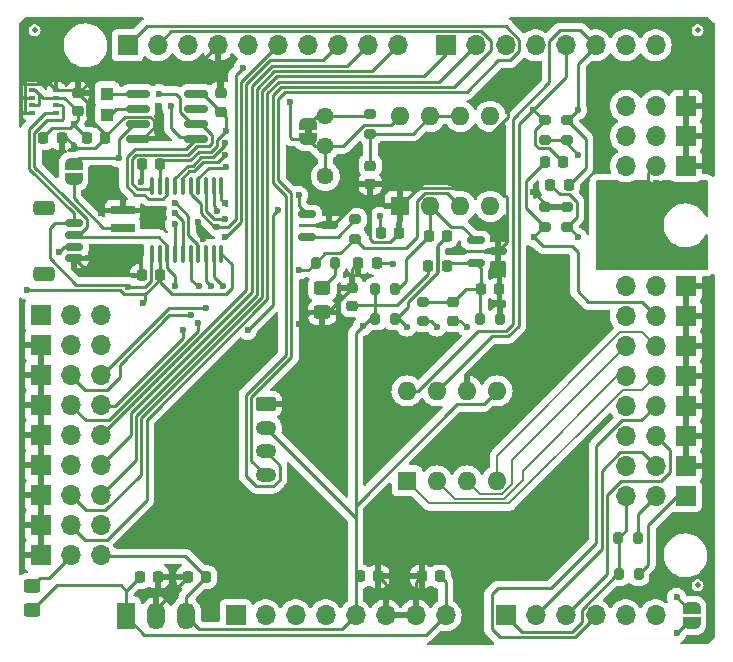
<source format=gbr>
%TF.GenerationSoftware,KiCad,Pcbnew,(7.0.0-0)*%
%TF.CreationDate,2023-06-27T20:57:55+01:00*%
%TF.ProjectId,ArdynoMon,41726479-6e6f-44d6-9f6e-2e6b69636164,Rev 3.5*%
%TF.SameCoordinates,Original*%
%TF.FileFunction,Copper,L1,Top*%
%TF.FilePolarity,Positive*%
%FSLAX46Y46*%
G04 Gerber Fmt 4.6, Leading zero omitted, Abs format (unit mm)*
G04 Created by KiCad (PCBNEW (7.0.0-0)) date 2023-06-27 20:57:55*
%MOMM*%
%LPD*%
G01*
G04 APERTURE LIST*
G04 Aperture macros list*
%AMRoundRect*
0 Rectangle with rounded corners*
0 $1 Rounding radius*
0 $2 $3 $4 $5 $6 $7 $8 $9 X,Y pos of 4 corners*
0 Add a 4 corners polygon primitive as box body*
4,1,4,$2,$3,$4,$5,$6,$7,$8,$9,$2,$3,0*
0 Add four circle primitives for the rounded corners*
1,1,$1+$1,$2,$3*
1,1,$1+$1,$4,$5*
1,1,$1+$1,$6,$7*
1,1,$1+$1,$8,$9*
0 Add four rect primitives between the rounded corners*
20,1,$1+$1,$2,$3,$4,$5,0*
20,1,$1+$1,$4,$5,$6,$7,0*
20,1,$1+$1,$6,$7,$8,$9,0*
20,1,$1+$1,$8,$9,$2,$3,0*%
%AMFreePoly0*
4,1,19,0.500000,-0.750000,0.000000,-0.750000,0.000000,-0.744911,-0.071157,-0.744911,-0.207708,-0.704816,-0.327430,-0.627875,-0.420627,-0.520320,-0.479746,-0.390866,-0.500000,-0.250000,-0.500000,0.250000,-0.479746,0.390866,-0.420627,0.520320,-0.327430,0.627875,-0.207708,0.704816,-0.071157,0.744911,0.000000,0.744911,0.000000,0.750000,0.500000,0.750000,0.500000,-0.750000,0.500000,-0.750000,
$1*%
%AMFreePoly1*
4,1,19,0.000000,0.744911,0.071157,0.744911,0.207708,0.704816,0.327430,0.627875,0.420627,0.520320,0.479746,0.390866,0.500000,0.250000,0.500000,-0.250000,0.479746,-0.390866,0.420627,-0.520320,0.327430,-0.627875,0.207708,-0.704816,0.071157,-0.744911,0.000000,-0.744911,0.000000,-0.750000,-0.500000,-0.750000,-0.500000,0.750000,0.000000,0.750000,0.000000,0.744911,0.000000,0.744911,
$1*%
G04 Aperture macros list end*
%TA.AperFunction,SMDPad,CuDef*%
%ADD10R,0.500000X0.350000*%
%TD*%
%TA.AperFunction,SMDPad,CuDef*%
%ADD11RoundRect,0.200000X0.275000X-0.200000X0.275000X0.200000X-0.275000X0.200000X-0.275000X-0.200000X0*%
%TD*%
%TA.AperFunction,ComponentPad*%
%ADD12R,1.700000X1.700000*%
%TD*%
%TA.AperFunction,ComponentPad*%
%ADD13O,1.700000X1.700000*%
%TD*%
%TA.AperFunction,SMDPad,CuDef*%
%ADD14RoundRect,0.218750X-0.218750X-0.256250X0.218750X-0.256250X0.218750X0.256250X-0.218750X0.256250X0*%
%TD*%
%TA.AperFunction,SMDPad,CuDef*%
%ADD15RoundRect,0.225000X0.225000X0.250000X-0.225000X0.250000X-0.225000X-0.250000X0.225000X-0.250000X0*%
%TD*%
%TA.AperFunction,SMDPad,CuDef*%
%ADD16RoundRect,0.150000X-0.587500X-0.150000X0.587500X-0.150000X0.587500X0.150000X-0.587500X0.150000X0*%
%TD*%
%TA.AperFunction,SMDPad,CuDef*%
%ADD17RoundRect,0.225000X0.250000X-0.225000X0.250000X0.225000X-0.250000X0.225000X-0.250000X-0.225000X0*%
%TD*%
%TA.AperFunction,SMDPad,CuDef*%
%ADD18C,0.500000*%
%TD*%
%TA.AperFunction,SMDPad,CuDef*%
%ADD19RoundRect,0.250000X-0.450000X0.325000X-0.450000X-0.325000X0.450000X-0.325000X0.450000X0.325000X0*%
%TD*%
%TA.AperFunction,ComponentPad*%
%ADD20R,1.600000X1.600000*%
%TD*%
%TA.AperFunction,ComponentPad*%
%ADD21O,1.600000X1.600000*%
%TD*%
%TA.AperFunction,SMDPad,CuDef*%
%ADD22R,2.000000X0.800000*%
%TD*%
%TA.AperFunction,SMDPad,CuDef*%
%ADD23RoundRect,0.200000X-0.200000X-0.275000X0.200000X-0.275000X0.200000X0.275000X-0.200000X0.275000X0*%
%TD*%
%TA.AperFunction,SMDPad,CuDef*%
%ADD24RoundRect,0.150000X-0.825000X-0.150000X0.825000X-0.150000X0.825000X0.150000X-0.825000X0.150000X0*%
%TD*%
%TA.AperFunction,SMDPad,CuDef*%
%ADD25RoundRect,0.225000X-0.225000X-0.250000X0.225000X-0.250000X0.225000X0.250000X-0.225000X0.250000X0*%
%TD*%
%TA.AperFunction,ComponentPad*%
%ADD26RoundRect,0.250000X-0.625000X0.350000X-0.625000X-0.350000X0.625000X-0.350000X0.625000X0.350000X0*%
%TD*%
%TA.AperFunction,ComponentPad*%
%ADD27O,1.750000X1.200000*%
%TD*%
%TA.AperFunction,SMDPad,CuDef*%
%ADD28RoundRect,0.100000X0.100000X-0.637500X0.100000X0.637500X-0.100000X0.637500X-0.100000X-0.637500X0*%
%TD*%
%TA.AperFunction,SMDPad,CuDef*%
%ADD29FreePoly0,270.000000*%
%TD*%
%TA.AperFunction,SMDPad,CuDef*%
%ADD30FreePoly1,270.000000*%
%TD*%
%TA.AperFunction,SMDPad,CuDef*%
%ADD31RoundRect,0.225000X-0.250000X0.225000X-0.250000X-0.225000X0.250000X-0.225000X0.250000X0.225000X0*%
%TD*%
%TA.AperFunction,SMDPad,CuDef*%
%ADD32RoundRect,0.200000X0.200000X0.275000X-0.200000X0.275000X-0.200000X-0.275000X0.200000X-0.275000X0*%
%TD*%
%TA.AperFunction,SMDPad,CuDef*%
%ADD33RoundRect,0.200000X-0.275000X0.200000X-0.275000X-0.200000X0.275000X-0.200000X0.275000X0.200000X0*%
%TD*%
%TA.AperFunction,SMDPad,CuDef*%
%ADD34RoundRect,0.250000X0.450000X-0.325000X0.450000X0.325000X-0.450000X0.325000X-0.450000X-0.325000X0*%
%TD*%
%TA.AperFunction,SMDPad,CuDef*%
%ADD35R,1.100000X1.050000*%
%TD*%
%TA.AperFunction,SMDPad,CuDef*%
%ADD36RoundRect,0.150000X0.625000X-0.150000X0.625000X0.150000X-0.625000X0.150000X-0.625000X-0.150000X0*%
%TD*%
%TA.AperFunction,SMDPad,CuDef*%
%ADD37RoundRect,0.250000X0.650000X-0.350000X0.650000X0.350000X-0.650000X0.350000X-0.650000X-0.350000X0*%
%TD*%
%TA.AperFunction,ComponentPad*%
%ADD38C,1.440000*%
%TD*%
%TA.AperFunction,ComponentPad*%
%ADD39R,1.500000X2.300000*%
%TD*%
%TA.AperFunction,ComponentPad*%
%ADD40O,1.500000X2.300000*%
%TD*%
%TA.AperFunction,ViaPad*%
%ADD41C,0.600000*%
%TD*%
%TA.AperFunction,Conductor*%
%ADD42C,0.250000*%
%TD*%
%TA.AperFunction,Conductor*%
%ADD43C,0.200000*%
%TD*%
G04 APERTURE END LIST*
%TO.C,JP3*%
G36*
X85180000Y-86270000D02*
G01*
X84580000Y-86270000D01*
X84580000Y-85770000D01*
X85180000Y-85770000D01*
X85180000Y-86270000D01*
G37*
%TD*%
D10*
%TO.P,U4,1,GND*%
%TO.N,GND*%
X63562399Y-82532199D03*
%TO.P,U4,2,CSB*%
%TO.N,+3V3*%
X63562399Y-83182199D03*
%TO.P,U4,3,SDI*%
%TO.N,/sda*%
X63562399Y-83832199D03*
%TO.P,U4,4,SCK*%
%TO.N,/scl*%
X63562399Y-84482199D03*
%TO.P,U4,5,SDO*%
%TO.N,GND*%
X61512399Y-84482199D03*
%TO.P,U4,6,VDDIO*%
%TO.N,+3V3*%
X61512399Y-83832199D03*
%TO.P,U4,7,GND*%
%TO.N,GND*%
X61512399Y-83182199D03*
%TO.P,U4,8,VDD*%
%TO.N,+3V3*%
X61512399Y-82532199D03*
%TD*%
D11*
%TO.P,R13,1*%
%TO.N,Net-(D2-K)*%
X106814450Y-94084850D03*
%TO.P,R13,2*%
%TO.N,GND*%
X106814450Y-92434850D03*
%TD*%
D12*
%TO.P,J19,1,Pin_1*%
%TO.N,/SCL*%
X69595999Y-78739999D03*
D13*
%TO.P,J19,2,Pin_2*%
%TO.N,/SDA*%
X72135999Y-78739999D03*
%TO.P,J19,3,Pin_3*%
%TO.N,unconnected-(J19-Pin_3-Pad3)*%
X74675999Y-78739999D03*
%TO.P,J19,4,Pin_4*%
%TO.N,GND*%
X77215999Y-78739999D03*
%TO.P,J19,5,Pin_5*%
%TO.N,/D13*%
X79755999Y-78739999D03*
%TO.P,J19,6,Pin_6*%
%TO.N,/D12*%
X82295999Y-78739999D03*
%TO.P,J19,7,Pin_7*%
%TO.N,/D11*%
X84835999Y-78739999D03*
%TO.P,J19,8,Pin_8*%
%TO.N,/D10*%
X87375999Y-78739999D03*
%TO.P,J19,9,Pin_9*%
%TO.N,/D9*%
X89915999Y-78739999D03*
%TO.P,J19,10,Pin_10*%
%TO.N,/CLRX*%
X92455999Y-78739999D03*
%TD*%
D14*
%TO.P,D3,1,K*%
%TO.N,Net-(D3-K)*%
X104909450Y-88624850D03*
%TO.P,D3,2,A*%
%TO.N,/D3*%
X106484450Y-88624850D03*
%TD*%
D15*
%TO.P,C20,1*%
%TO.N,+5V*%
X72329400Y-88827600D03*
%TO.P,C20,2*%
%TO.N,GND*%
X70779400Y-88827600D03*
%TD*%
D16*
%TO.P,Q2,1,C*%
%TO.N,Net-(Q2-C)*%
X99060000Y-95233800D03*
%TO.P,Q2,2,B*%
%TO.N,Net-(D1-K)*%
X99060000Y-97133800D03*
%TO.P,Q2,3,E*%
%TO.N,GND*%
X100935000Y-96183800D03*
%TD*%
D14*
%TO.P,D1,1,K*%
%TO.N,Net-(D1-K)*%
X99509500Y-99358800D03*
%TO.P,D1,2,A*%
%TO.N,GND*%
X101084500Y-99358800D03*
%TD*%
D17*
%TO.P,C12,1*%
%TO.N,+5V*%
X77470000Y-84341000D03*
%TO.P,C12,2*%
%TO.N,GND*%
X77470000Y-82791000D03*
%TD*%
D18*
%TO.P,FID1,*%
%TO.N,*%
X61722000Y-77470000D03*
%TD*%
D12*
%TO.P,JVR1,1,Pin_1*%
%TO.N,GND*%
X116867999Y-106739999D03*
D13*
%TO.P,JVR1,2,Pin_2*%
%TO.N,/VR1-*%
X114327999Y-106739999D03*
%TO.P,JVR1,3,Pin_3*%
%TO.N,/VR1+*%
X111787999Y-106739999D03*
%TD*%
D19*
%TO.P,F1,1*%
%TO.N,/15Vin*%
X61496000Y-124511000D03*
%TO.P,F1,2*%
%TO.N,VCC*%
X61496000Y-126561000D03*
%TD*%
D17*
%TO.P,C21,1*%
%TO.N,+3V3*%
X65366600Y-84323200D03*
%TO.P,C21,2*%
%TO.N,GND*%
X65366600Y-82773200D03*
%TD*%
D20*
%TO.P,U1,1,GND*%
%TO.N,GND*%
X92686999Y-92363799D03*
D21*
%TO.P,U1,2,TR*%
%TO.N,Net-(Q2-C)*%
X95226999Y-92363799D03*
%TO.P,U1,3,Q*%
%TO.N,/Strobe*%
X97766999Y-92363799D03*
%TO.P,U1,4,R*%
%TO.N,+5V*%
X100306999Y-92363799D03*
%TO.P,U1,5,CV*%
%TO.N,Net-(U1-CV)*%
X100306999Y-84743799D03*
%TO.P,U1,6,THR*%
%TO.N,Net-(U1-DIS)*%
X97766999Y-84743799D03*
%TO.P,U1,7,DIS*%
X95226999Y-84743799D03*
%TO.P,U1,8,VCC*%
%TO.N,+5V*%
X92686999Y-84743799D03*
%TD*%
D22*
%TO.P,BT1,1,+*%
%TO.N,Net-(BT1-+)*%
X69179897Y-94221999D03*
%TO.P,BT1,2,-*%
%TO.N,GND*%
X69179897Y-92721999D03*
%TD*%
D12*
%TO.P,JD2,1,Pin_1*%
%TO.N,GND*%
X116867999Y-99119999D03*
D13*
%TO.P,JD2,2,Pin_2*%
%TO.N,Net-(D2-K)*%
X114327999Y-99119999D03*
%TO.P,JD2,3,Pin_3*%
%TO.N,+5V*%
X111787999Y-99119999D03*
%TD*%
D12*
%TO.P,JD3,1,Pin_1*%
%TO.N,GND*%
X116867999Y-101659999D03*
D13*
%TO.P,JD3,2,Pin_2*%
%TO.N,Net-(D3-K)*%
X114327999Y-101659999D03*
%TO.P,JD3,3,Pin_3*%
%TO.N,+5V*%
X111787999Y-101659999D03*
%TD*%
D23*
%TO.P,R18,1*%
%TO.N,+5V*%
X90582000Y-99358800D03*
%TO.P,R18,2*%
%TO.N,Net-(Q2-C)*%
X92232000Y-99358800D03*
%TD*%
D11*
%TO.P,R23,1*%
%TO.N,/Strobe*%
X88867000Y-95103800D03*
%TO.P,R23,2*%
%TO.N,Net-(Q3-B)*%
X88867000Y-93453800D03*
%TD*%
D24*
%TO.P,U3,1,X1*%
%TO.N,Net-(U3-X1)*%
X70476400Y-82858600D03*
%TO.P,U3,2,X2*%
%TO.N,Net-(U3-X2)*%
X70476400Y-84128600D03*
%TO.P,U3,3,VBAT*%
%TO.N,Net-(JP2-A)*%
X70476400Y-85398600D03*
%TO.P,U3,4,GND*%
%TO.N,GND*%
X70476400Y-86668600D03*
%TO.P,U3,5,SDA*%
%TO.N,/SDA*%
X75426400Y-86668600D03*
%TO.P,U3,6,SCL*%
%TO.N,/SCL*%
X75426400Y-85398600D03*
%TO.P,U3,7,SQW/OUT*%
%TO.N,unconnected-(U3-SQW{slash}OUT-Pad7)*%
X75426400Y-84128600D03*
%TO.P,U3,8,VCC*%
%TO.N,+5V*%
X75426400Y-82858600D03*
%TD*%
D25*
%TO.P,C8,1*%
%TO.N,+5V*%
X91046000Y-94615000D03*
%TO.P,C8,2*%
%TO.N,GND*%
X92596000Y-94615000D03*
%TD*%
D23*
%TO.P,R3,1*%
%TO.N,/Strobe*%
X85512000Y-97155000D03*
%TO.P,R3,2*%
%TO.N,Net-(D30-A)*%
X87162000Y-97155000D03*
%TD*%
D15*
%TO.P,C13,1*%
%TO.N,+5V*%
X76228000Y-123758000D03*
%TO.P,C13,2*%
%TO.N,GND*%
X74678000Y-123758000D03*
%TD*%
%TO.P,C22,1*%
%TO.N,+3V3*%
X72329400Y-98225600D03*
%TO.P,C22,2*%
%TO.N,GND*%
X70779400Y-98225600D03*
%TD*%
D12*
%TO.P,JD23,1,Pin_1*%
%TO.N,GND*%
X62244999Y-109219999D03*
D13*
%TO.P,JD23,2,Pin_2*%
%TO.N,/D0*%
X64784999Y-109219999D03*
%TO.P,JD23,3,Pin_3*%
%TO.N,/D1*%
X67324999Y-109219999D03*
%TD*%
D15*
%TO.P,C2,1*%
%TO.N,Net-(JTF0-Pin_2)*%
X96627000Y-94913800D03*
%TO.P,C2,2*%
%TO.N,Net-(Q2-C)*%
X95077000Y-94913800D03*
%TD*%
D14*
%TO.P,D2,1,K*%
%TO.N,Net-(D2-K)*%
X105391950Y-90529850D03*
%TO.P,D2,2,A*%
%TO.N,/D2*%
X106966950Y-90529850D03*
%TD*%
D26*
%TO.P,J22,1,Pin_1*%
%TO.N,GND*%
X81280000Y-109125000D03*
D27*
%TO.P,J22,2,Pin_2*%
%TO.N,+5V*%
X81279999Y-111124999D03*
%TO.P,J22,3,Pin_3*%
%TO.N,/SDA*%
X81279999Y-113124999D03*
%TO.P,J22,4,Pin_4*%
%TO.N,/SCL*%
X81279999Y-115124999D03*
%TD*%
D12*
%TO.P,JVR2,1,Pin_1*%
%TO.N,GND*%
X116867999Y-104199999D03*
D13*
%TO.P,JVR2,2,Pin_2*%
%TO.N,/VR2-*%
X114327999Y-104199999D03*
%TO.P,JVR2,3,Pin_3*%
%TO.N,/VR2+*%
X111787999Y-104199999D03*
%TD*%
D11*
%TO.P,R20,1*%
%TO.N,+5V*%
X104909450Y-86719850D03*
%TO.P,R20,2*%
%TO.N,/D3*%
X104909450Y-85069850D03*
%TD*%
D12*
%TO.P,J20,1,Pin_1*%
%TO.N,/CLTX*%
X96519999Y-78739999D03*
D13*
%TO.P,J20,2,Pin_2*%
%TO.N,/ALEDS*%
X99059999Y-78739999D03*
%TO.P,J20,3,Pin_3*%
%TO.N,/1W*%
X101599999Y-78739999D03*
%TO.P,J20,4,Pin_4*%
%TO.N,/D4*%
X104139999Y-78739999D03*
%TO.P,J20,5,Pin_5*%
%TO.N,/D3*%
X106679999Y-78739999D03*
%TO.P,J20,6,Pin_6*%
%TO.N,/D2*%
X109219999Y-78739999D03*
%TO.P,J20,7,Pin_7*%
%TO.N,/D1*%
X111759999Y-78739999D03*
%TO.P,J20,8,Pin_8*%
%TO.N,/D0*%
X114299999Y-78739999D03*
%TD*%
D28*
%TO.P,U2,1,A1*%
%TO.N,/scl*%
X71677400Y-96389100D03*
%TO.P,U2,2,VCCA*%
%TO.N,+3V3*%
X72327400Y-96389100D03*
%TO.P,U2,3,A2*%
%TO.N,/sda*%
X72977400Y-96389100D03*
%TO.P,U2,4,A3*%
%TO.N,/sck*%
X73627400Y-96389100D03*
%TO.P,U2,5,A4*%
%TO.N,/mosi*%
X74277400Y-96389100D03*
%TO.P,U2,6,A5*%
%TO.N,/1w*%
X74927400Y-96389100D03*
%TO.P,U2,7,A6*%
%TO.N,/ss*%
X75577400Y-96389100D03*
%TO.P,U2,8,A7*%
%TO.N,/rx*%
X76227400Y-96389100D03*
%TO.P,U2,9,A8*%
%TO.N,/tx*%
X76877400Y-96389100D03*
%TO.P,U2,10,OE*%
%TO.N,+3V3*%
X77527400Y-96389100D03*
%TO.P,U2,11,GND*%
%TO.N,GND*%
X77527400Y-90664100D03*
%TO.P,U2,12,B8*%
%TO.N,/D1*%
X76877400Y-90664100D03*
%TO.P,U2,13,B7*%
%TO.N,/D0*%
X76227400Y-90664100D03*
%TO.P,U2,14,B6*%
%TO.N,/D4*%
X75577400Y-90664100D03*
%TO.P,U2,15,B5*%
%TO.N,/1W*%
X74927400Y-90664100D03*
%TO.P,U2,16,B4*%
%TO.N,/D11*%
X74277400Y-90664100D03*
%TO.P,U2,17,B3*%
%TO.N,/D13*%
X73627400Y-90664100D03*
%TO.P,U2,18,B2*%
%TO.N,/SDA*%
X72977400Y-90664100D03*
%TO.P,U2,19,VCCB*%
%TO.N,+5V*%
X72327400Y-90664100D03*
%TO.P,U2,20,B1*%
%TO.N,/SCL*%
X71677400Y-90664100D03*
%TD*%
D17*
%TO.P,C11,1*%
%TO.N,/PCBcap*%
X97122000Y-102038800D03*
%TO.P,C11,2*%
%TO.N,Net-(D1-K)*%
X97122000Y-100488800D03*
%TD*%
D12*
%TO.P,J13,1,Pin_1*%
%TO.N,unconnected-(J13-Pin_1-Pad1)*%
X62244999Y-101599999D03*
D13*
%TO.P,J13,2,Pin_2*%
%TO.N,unconnected-(J13-Pin_2-Pad2)*%
X64784999Y-101599999D03*
%TO.P,J13,3,Pin_3*%
%TO.N,unconnected-(J13-Pin_3-Pad3)*%
X67324999Y-101599999D03*
%TD*%
D12*
%TO.P,JD10,1,Pin_1*%
%TO.N,GND*%
X62229999Y-111759999D03*
D13*
%TO.P,JD10,2,Pin_2*%
%TO.N,+5V*%
X64769999Y-111759999D03*
%TO.P,JD10,3,Pin_3*%
%TO.N,/D10*%
X67309999Y-111759999D03*
%TD*%
D15*
%TO.P,C5,1*%
%TO.N,Net-(U1-CV)*%
X90691000Y-97155000D03*
%TO.P,C5,2*%
%TO.N,GND*%
X89141000Y-97155000D03*
%TD*%
D17*
%TO.P,C19,1*%
%TO.N,+5V*%
X88623000Y-100808300D03*
%TO.P,C19,2*%
%TO.N,GND*%
X88623000Y-99258300D03*
%TD*%
D18*
%TO.P,FID3,*%
%TO.N,*%
X117856000Y-77470000D03*
%TD*%
D29*
%TO.P,JP1,1,A*%
%TO.N,Net-(JA0-Pin_2)*%
X117348000Y-126350000D03*
D30*
%TO.P,JP1,2,B*%
%TO.N,VCC*%
X117348000Y-127650000D03*
%TD*%
D12*
%TO.P,J23,1,Pin_1*%
%TO.N,GND*%
X62244999Y-106679999D03*
D13*
%TO.P,J23,2,Pin_2*%
%TO.N,/rx*%
X64784999Y-106679999D03*
%TO.P,J23,3,Pin_3*%
%TO.N,/tx*%
X67324999Y-106679999D03*
%TD*%
D12*
%TO.P,J15,1,Pin_1*%
%TO.N,GND*%
X62229999Y-121919999D03*
D13*
%TO.P,J15,2,Pin_2*%
%TO.N,/15Vin*%
X64769999Y-121919999D03*
%TO.P,J15,3,Pin_3*%
%TO.N,+5V*%
X67309999Y-121919999D03*
%TD*%
D15*
%TO.P,C15,1*%
%TO.N,VCC*%
X96038000Y-123698000D03*
%TO.P,C15,2*%
%TO.N,GND*%
X94488000Y-123698000D03*
%TD*%
D12*
%TO.P,JA2,1,Pin_1*%
%TO.N,GND*%
X116867999Y-111819999D03*
D13*
%TO.P,JA2,2,Pin_2*%
%TO.N,/A2*%
X114327999Y-111819999D03*
%TO.P,JA2,3,Pin_3*%
%TO.N,+5V*%
X111787999Y-111819999D03*
%TD*%
D25*
%TO.P,C16,1*%
%TO.N,VCC*%
X70627000Y-123758000D03*
%TO.P,C16,2*%
%TO.N,GND*%
X72177000Y-123758000D03*
%TD*%
D12*
%TO.P,JTF0,1,Pin_1*%
%TO.N,GND*%
X116867999Y-86419999D03*
D13*
%TO.P,JTF0,2,Pin_2*%
%TO.N,Net-(JTF0-Pin_2)*%
X114327999Y-86419999D03*
%TO.P,JTF0,3,Pin_3*%
%TO.N,+5V*%
X111787999Y-86419999D03*
%TD*%
D31*
%TO.P,C6,1*%
%TO.N,Net-(U1-DIS)*%
X90137000Y-88918800D03*
%TO.P,C6,2*%
%TO.N,GND*%
X90137000Y-90468800D03*
%TD*%
D32*
%TO.P,R11,1*%
%TO.N,Net-(JA0-Pin_2)*%
X112804000Y-120456000D03*
%TO.P,R11,2*%
%TO.N,/A0*%
X111154000Y-120456000D03*
%TD*%
D14*
%TO.P,D8,1,K*%
%TO.N,+5V*%
X95064500Y-97453800D03*
%TO.P,D8,2,A*%
%TO.N,Net-(D1-K)*%
X96639500Y-97453800D03*
%TD*%
D23*
%TO.P,R17,1*%
%TO.N,Net-(D1-K)*%
X99472000Y-101898800D03*
%TO.P,R17,2*%
%TO.N,GND*%
X101122000Y-101898800D03*
%TD*%
D12*
%TO.P,JTS0,1,Pin_1*%
%TO.N,GND*%
X116867999Y-83879999D03*
D13*
%TO.P,JTS0,2,Pin_2*%
%TO.N,/D3*%
X114327999Y-83879999D03*
%TO.P,JTS0,3,Pin_3*%
%TO.N,/Strobe*%
X111787999Y-83879999D03*
%TD*%
D25*
%TO.P,C14,1*%
%TO.N,+3V3*%
X66154000Y-86614000D03*
%TO.P,C14,2*%
%TO.N,GND*%
X67704000Y-86614000D03*
%TD*%
D20*
%TO.P,J11,1,Pin_1*%
%TO.N,/VR1-*%
X93255999Y-115619999D03*
D21*
%TO.P,J11,2,Pin_2*%
%TO.N,/VR1+*%
X95795999Y-115619999D03*
%TO.P,J11,3,Pin_3*%
%TO.N,/VR2+*%
X98335999Y-115619999D03*
%TO.P,J11,4,Pin_4*%
%TO.N,/VR2-*%
X100875999Y-115619999D03*
%TO.P,J11,5,Pin_5*%
%TO.N,+5V*%
X100875999Y-107999999D03*
%TO.P,J11,6,Pin_6*%
%TO.N,GND*%
X98335999Y-107999999D03*
%TO.P,J11,7,Pin_7*%
%TO.N,/D3*%
X95795999Y-107999999D03*
%TO.P,J11,8,Pin_8*%
%TO.N,/D2*%
X93255999Y-107999999D03*
%TD*%
D25*
%TO.P,C9,1*%
%TO.N,+3V3*%
X62471000Y-86614000D03*
%TO.P,C9,2*%
%TO.N,GND*%
X64021000Y-86614000D03*
%TD*%
D12*
%TO.P,JD78,1,Pin_1*%
%TO.N,GND*%
X62244999Y-116839999D03*
D13*
%TO.P,JD78,2,Pin_2*%
%TO.N,/CLTX*%
X64784999Y-116839999D03*
%TO.P,JD78,3,Pin_3*%
%TO.N,/CLRX*%
X67324999Y-116839999D03*
%TD*%
D25*
%TO.P,C18,1*%
%TO.N,+5V*%
X89268000Y-123698000D03*
%TO.P,C18,2*%
%TO.N,GND*%
X90818000Y-123698000D03*
%TD*%
D12*
%TO.P,JA0,1,Pin_1*%
%TO.N,Net-(JA0-Pin_1)*%
X116867999Y-116899999D03*
D13*
%TO.P,JA0,2,Pin_2*%
%TO.N,Net-(JA0-Pin_2)*%
X114327999Y-116899999D03*
%TO.P,JA0,3,Pin_3*%
%TO.N,/A0*%
X111787999Y-116899999D03*
%TD*%
D12*
%TO.P,JTR0,1,Pin_1*%
%TO.N,GND*%
X116867999Y-88959999D03*
D13*
%TO.P,JTR0,2,Pin_2*%
%TO.N,/PCBcap*%
X114327999Y-88959999D03*
%TO.P,JTR0,3,Pin_3*%
%TO.N,Net-(JTR0-Pin_3)*%
X111787999Y-88959999D03*
%TD*%
D12*
%TO.P,JD9,1,Pin_1*%
%TO.N,GND*%
X62229999Y-114299999D03*
D13*
%TO.P,JD9,2,Pin_2*%
%TO.N,+5V*%
X64769999Y-114299999D03*
%TO.P,JD9,3,Pin_3*%
%TO.N,/D9*%
X67309999Y-114299999D03*
%TD*%
D12*
%TO.P,JA3,1,Pin_1*%
%TO.N,GND*%
X116867999Y-109279999D03*
D13*
%TO.P,JA3,2,Pin_2*%
%TO.N,/A3*%
X114327999Y-109279999D03*
%TO.P,JA3,3,Pin_3*%
%TO.N,+5V*%
X111787999Y-109279999D03*
%TD*%
D23*
%TO.P,R15,1*%
%TO.N,+5V*%
X90582000Y-101898800D03*
%TO.P,R15,2*%
%TO.N,Net-(JTF0-Pin_2)*%
X92232000Y-101898800D03*
%TD*%
D29*
%TO.P,JP2,1,A*%
%TO.N,Net-(JP2-A)*%
X65024000Y-88758000D03*
D30*
%TO.P,JP2,2,B*%
%TO.N,Net-(BT1-+)*%
X65024000Y-90058000D03*
%TD*%
D33*
%TO.P,R6,1*%
%TO.N,Net-(JP3-A)*%
X90137000Y-84563800D03*
%TO.P,R6,2*%
%TO.N,Net-(U1-DIS)*%
X90137000Y-86213800D03*
%TD*%
D12*
%TO.P,J17,1,Pin_1*%
%TO.N,unconnected-(J17-Pin_1-Pad1)*%
X78739999Y-126999999D03*
D13*
%TO.P,J17,2,Pin_2*%
%TO.N,unconnected-(J17-Pin_2-Pad2)*%
X81279999Y-126999999D03*
%TO.P,J17,3,Pin_3*%
%TO.N,unconnected-(J17-Pin_3-Pad3)*%
X83819999Y-126999999D03*
%TO.P,J17,4,Pin_4*%
%TO.N,+3V3*%
X86359999Y-126999999D03*
%TO.P,J17,5,Pin_5*%
%TO.N,+5V*%
X88899999Y-126999999D03*
%TO.P,J17,6,Pin_6*%
%TO.N,GND*%
X91439999Y-126999999D03*
%TO.P,J17,7,Pin_7*%
X93979999Y-126999999D03*
%TO.P,J17,8,Pin_8*%
%TO.N,VCC*%
X96519999Y-126999999D03*
%TD*%
D12*
%TO.P,JD6,1,Pin_1*%
%TO.N,GND*%
X62229999Y-104139999D03*
D13*
%TO.P,JD6,2,Pin_2*%
%TO.N,/1w*%
X64769999Y-104139999D03*
%TO.P,JD6,3,Pin_3*%
%TO.N,/1W*%
X67309999Y-104139999D03*
%TD*%
D12*
%TO.P,JD5,1,Pin_1*%
%TO.N,GND*%
X62244999Y-119379999D03*
D13*
%TO.P,JD5,2,Pin_2*%
%TO.N,/ALEDS*%
X64784999Y-119379999D03*
%TO.P,JD5,3,Pin_3*%
%TO.N,+5V*%
X67324999Y-119379999D03*
%TD*%
D34*
%TO.P,D30,1,K*%
%TO.N,GND*%
X86083000Y-101355000D03*
%TO.P,D30,2,A*%
%TO.N,Net-(D30-A)*%
X86083000Y-99305000D03*
%TD*%
D11*
%TO.P,R16,1*%
%TO.N,Net-(JTR0-Pin_3)*%
X94582000Y-102088800D03*
%TO.P,R16,2*%
%TO.N,Net-(D1-K)*%
X94582000Y-100438800D03*
%TD*%
D12*
%TO.P,J18,1,Pin_1*%
%TO.N,/A0*%
X101599999Y-126999999D03*
D13*
%TO.P,J18,2,Pin_2*%
%TO.N,/A1*%
X104139999Y-126999999D03*
%TO.P,J18,3,Pin_3*%
%TO.N,/A2*%
X106679999Y-126999999D03*
%TO.P,J18,4,Pin_4*%
%TO.N,/A3*%
X109219999Y-126999999D03*
%TO.P,J18,5,Pin_5*%
%TO.N,unconnected-(J18-Pin_5-Pad5)*%
X111759999Y-126999999D03*
%TO.P,J18,6,Pin_6*%
%TO.N,unconnected-(J18-Pin_6-Pad6)*%
X114299999Y-126999999D03*
%TD*%
D29*
%TO.P,JP3,1,A*%
%TO.N,Net-(JP3-A)*%
X84880000Y-85370000D03*
D30*
%TO.P,JP3,2,B*%
%TO.N,+5V*%
X84880000Y-86670000D03*
%TD*%
D35*
%TO.P,Y1,1,1*%
%TO.N,Net-(U3-X2)*%
X67855799Y-84676399D03*
%TO.P,Y1,2,2*%
%TO.N,Net-(U3-X1)*%
X67855799Y-82826399D03*
%TD*%
D16*
%TO.P,Q3,1,C*%
%TO.N,/D3*%
X84787500Y-93030000D03*
%TO.P,Q3,2,B*%
%TO.N,Net-(Q3-B)*%
X84787500Y-94930000D03*
%TO.P,Q3,3,E*%
%TO.N,GND*%
X86662500Y-93980000D03*
%TD*%
D11*
%TO.P,R19,1*%
%TO.N,+5V*%
X106814450Y-86719850D03*
%TO.P,R19,2*%
%TO.N,/D2*%
X106814450Y-85069850D03*
%TD*%
%TO.P,R14,1*%
%TO.N,Net-(D3-K)*%
X104909450Y-94084850D03*
%TO.P,R14,2*%
%TO.N,GND*%
X104909450Y-92434850D03*
%TD*%
D36*
%TO.P,J21,1,Pin_1*%
%TO.N,GND*%
X65024000Y-96774000D03*
%TO.P,J21,2,Pin_2*%
%TO.N,+3V3*%
X65024000Y-95774000D03*
%TO.P,J21,3,Pin_3*%
%TO.N,/sda*%
X65024000Y-94774000D03*
%TO.P,J21,4,Pin_4*%
%TO.N,/scl*%
X65024000Y-93774000D03*
D37*
%TO.P,J21,MP*%
%TO.N,N/C*%
X62499000Y-98074000D03*
X62499000Y-92474000D03*
%TD*%
D12*
%TO.P,JA1,1,Pin_1*%
%TO.N,GND*%
X116867999Y-114359999D03*
D13*
%TO.P,JA1,2,Pin_2*%
%TO.N,/A1*%
X114327999Y-114359999D03*
%TO.P,JA1,3,Pin_3*%
%TO.N,+5V*%
X111787999Y-114359999D03*
%TD*%
D23*
%TO.P,R12,1*%
%TO.N,/A0*%
X111217000Y-123504000D03*
%TO.P,R12,2*%
%TO.N,Net-(JA0-Pin_1)*%
X112867000Y-123504000D03*
%TD*%
D18*
%TO.P,FID2,*%
%TO.N,*%
X117856000Y-124460000D03*
%TD*%
D38*
%TO.P,RV6,1,1*%
%TO.N,Net-(JP3-A)*%
X86337000Y-84743800D03*
%TO.P,RV6,2,2*%
%TO.N,+5V*%
X86337000Y-87283800D03*
%TO.P,RV6,3,3*%
X86337000Y-89823800D03*
%TD*%
D39*
%TO.P,U5,1,IN*%
%TO.N,VCC*%
X69462999Y-127059999D03*
D40*
%TO.P,U5,2,GND*%
%TO.N,GND*%
X72002999Y-127059999D03*
%TO.P,U5,3,OUT*%
%TO.N,+5V*%
X74542999Y-127059999D03*
%TD*%
D41*
%TO.N,+5V*%
X90932000Y-93218000D03*
X89512000Y-102508800D03*
X107754450Y-87989850D03*
X77904400Y-86033600D03*
X83312000Y-83566000D03*
%TO.N,GND*%
X89691000Y-92171800D03*
X75946000Y-95097600D03*
X100076000Y-86614000D03*
X75539600Y-93726000D03*
X103944450Y-91164850D03*
X65061800Y-87256600D03*
X67310000Y-90170000D03*
X67310000Y-92964000D03*
X70700600Y-96400600D03*
X84103000Y-102331800D03*
X67310000Y-80899000D03*
X77853600Y-92129600D03*
X86868000Y-124206000D03*
X70700600Y-90304600D03*
X102108000Y-81280000D03*
X93218000Y-104902000D03*
%TO.N,+3V3*%
X63754000Y-96266000D03*
X70866000Y-100584000D03*
X65061800Y-85377000D03*
X61112400Y-99466400D03*
%TO.N,/D2*%
X107696000Y-84201000D03*
%TO.N,/D3*%
X103944450Y-84179850D03*
X84074000Y-91440000D03*
%TO.N,/D12*%
X77825600Y-94945200D03*
%TO.N,VCC*%
X116078000Y-128524000D03*
%TO.N,/1W*%
X79375000Y-80645000D03*
X77142400Y-94110800D03*
%TO.N,/1w*%
X75618400Y-99140000D03*
%TO.N,/SCL*%
X72265600Y-82833200D03*
%TO.N,/SDA*%
X73291400Y-83900000D03*
%TO.N,/scl*%
X69596000Y-99161600D03*
%TO.N,/sda*%
X73586400Y-99140000D03*
%TO.N,/rx*%
X76634400Y-99140000D03*
X74930000Y-101600000D03*
%TO.N,/D13*%
X77863400Y-87049600D03*
%TO.N,Net-(JTF0-Pin_2)*%
X93247000Y-102585800D03*
%TO.N,/PCBcap*%
X98327000Y-102585800D03*
%TO.N,/Strobe*%
X84103000Y-97759800D03*
%TO.N,Net-(JA0-Pin_2)*%
X116078000Y-125476000D03*
%TO.N,Net-(JTR0-Pin_3)*%
X95787000Y-102585800D03*
%TO.N,/tx*%
X77701200Y-99140000D03*
X76200000Y-100965000D03*
%TO.N,/D4*%
X77904400Y-89081600D03*
%TO.N,/mosi*%
X73637200Y-92942400D03*
%TO.N,/sck*%
X73586400Y-93907600D03*
%TO.N,/ss*%
X73637200Y-92078800D03*
%TO.N,/D11*%
X77863400Y-88065600D03*
%TO.N,/D1*%
X79756000Y-102870000D03*
X74295000Y-102870000D03*
X82296000Y-92710000D03*
X77142400Y-92739200D03*
%TO.N,/D0*%
X77853600Y-93450400D03*
X75565000Y-102235000D03*
%TO.N,Net-(U1-CV)*%
X92075000Y-97282000D03*
%TO.N,Net-(D2-K)*%
X107696000Y-94996000D03*
%TO.N,Net-(D3-K)*%
X104013000Y-94996000D03*
%TO.N,Net-(JP2-A)*%
X68834000Y-88265000D03*
%TD*%
D42*
%TO.N,+5V*%
X86337000Y-89823800D02*
X86337000Y-87283800D01*
X90582000Y-101898800D02*
X90582000Y-100730800D01*
X84880000Y-86670000D02*
X83510000Y-86670000D01*
X92433000Y-100730800D02*
X95064500Y-98099300D01*
X88900000Y-118745000D02*
X81280000Y-111125000D01*
X74915200Y-88477600D02*
X75649200Y-87743600D01*
X83312000Y-85725000D02*
X83312000Y-83566000D01*
X85493800Y-87283800D02*
X84880000Y-86670000D01*
X77904400Y-86033600D02*
X77176400Y-86761600D01*
X87725000Y-128175000D02*
X75658000Y-128175000D01*
X72329400Y-88827600D02*
X72679400Y-88477600D01*
X97501000Y-109125000D02*
X99751000Y-109125000D01*
X88900000Y-118745000D02*
X88900000Y-117726000D01*
X88694000Y-100730800D02*
X90582000Y-100730800D01*
X74543000Y-125443000D02*
X74543000Y-127060000D01*
X75987600Y-82858600D02*
X77470000Y-84341000D01*
X86337000Y-87283800D02*
X85493800Y-87283800D01*
X77176400Y-86761600D02*
X77176400Y-87226396D01*
X88900000Y-127000000D02*
X88900000Y-118745000D01*
X88900000Y-124066000D02*
X89268000Y-123698000D01*
X99751000Y-109125000D02*
X100876000Y-108000000D01*
X83312000Y-85725000D02*
X83312000Y-86360000D01*
X76228000Y-123758000D02*
X74543000Y-125443000D01*
X88900000Y-103120800D02*
X89512000Y-102508800D01*
X67338000Y-121980000D02*
X74450000Y-121980000D01*
X90932000Y-94501000D02*
X91046000Y-94615000D01*
X90582000Y-100730800D02*
X90582000Y-99358800D01*
X83312000Y-86472000D02*
X83312000Y-86360000D01*
X88900000Y-127000000D02*
X88900000Y-124066000D01*
X89644538Y-85488800D02*
X87849538Y-87283800D01*
X88900000Y-127000000D02*
X87725000Y-128175000D01*
X76659196Y-87743600D02*
X75649200Y-87743600D01*
X88900000Y-117726000D02*
X97501000Y-109125000D01*
X75658000Y-128175000D02*
X74543000Y-127060000D01*
X87849538Y-87283800D02*
X86337000Y-87283800D01*
X90582000Y-100730800D02*
X92433000Y-100730800D01*
X104909450Y-86719850D02*
X106814450Y-86719850D01*
X90122000Y-101898800D02*
X89512000Y-102508800D01*
X77904400Y-86033600D02*
X77904400Y-84775400D01*
X92687000Y-84743800D02*
X91942000Y-85488800D01*
X72327400Y-90664100D02*
X72327400Y-88829600D01*
X95064500Y-98099300D02*
X95064500Y-97453800D01*
X72679400Y-88477600D02*
X74915200Y-88477600D01*
X106814450Y-86719850D02*
X106814450Y-87049850D01*
X77904400Y-84775400D02*
X77470000Y-84341000D01*
X106814450Y-87049850D02*
X107754450Y-87989850D01*
X74450000Y-121980000D02*
X76228000Y-123758000D01*
X77176400Y-87226396D02*
X76659196Y-87743600D01*
X91942000Y-85488800D02*
X89644538Y-85488800D01*
X83510000Y-86670000D02*
X83312000Y-86472000D01*
X88900000Y-117726000D02*
X88900000Y-103120800D01*
X90932000Y-93218000D02*
X90932000Y-94501000D01*
X89512000Y-123454000D02*
X89268000Y-123698000D01*
X90582000Y-101898800D02*
X90122000Y-101898800D01*
%TO.N,GND*%
X104909450Y-92129850D02*
X104909450Y-92434850D01*
X65061800Y-87256600D02*
X65260600Y-87256600D01*
X60937400Y-82032200D02*
X60945400Y-82024200D01*
X101122000Y-101898800D02*
X101122000Y-99396300D01*
X71511951Y-84767400D02*
X71818200Y-85073649D01*
X70700600Y-90304600D02*
X70700600Y-88906400D01*
X61012400Y-84482200D02*
X60937400Y-84407200D01*
X77216000Y-78740000D02*
X75057000Y-80899000D01*
X116868000Y-83880000D02*
X116868000Y-86420000D01*
X84644900Y-101789900D02*
X85079800Y-101355000D01*
X61012400Y-83182200D02*
X61512400Y-83182200D01*
X90137000Y-92617800D02*
X89691000Y-92171800D01*
X101701600Y-91592400D02*
X101701600Y-95417200D01*
X62273000Y-111760000D02*
X62273000Y-114257000D01*
X116868000Y-101660000D02*
X116868000Y-99120000D01*
X60937400Y-83257200D02*
X61012400Y-83182200D01*
X116868000Y-86420000D02*
X116868000Y-88960000D01*
X98436800Y-86614000D02*
X100076000Y-86614000D01*
X90263100Y-95283900D02*
X90394200Y-95415000D01*
X85079800Y-101355000D02*
X86083000Y-101355000D01*
X94008000Y-124178000D02*
X94488000Y-123698000D01*
X69179898Y-92722000D02*
X67552000Y-92722000D01*
X60945400Y-82024200D02*
X63054400Y-82024200D01*
X116868000Y-111820000D02*
X116868000Y-109280000D01*
X74678000Y-123758000D02*
X72003000Y-126433000D01*
X61012400Y-83182200D02*
X60937400Y-83107200D01*
X101701600Y-95417200D02*
X100935000Y-96183800D01*
X77527400Y-90664100D02*
X77527400Y-91803400D01*
X103944450Y-91164850D02*
X104909450Y-92129850D01*
X70700600Y-96400600D02*
X70700600Y-98146800D01*
X69353004Y-84767400D02*
X71511951Y-84767400D01*
X94008000Y-124761000D02*
X94008000Y-125349000D01*
X90394200Y-95415000D02*
X91796000Y-95415000D01*
X101813000Y-81575000D02*
X102108000Y-81280000D01*
X71818200Y-85073649D02*
X71818200Y-85703551D01*
X89691000Y-92171800D02*
X89691000Y-92209800D01*
X65024000Y-96774000D02*
X66475600Y-98225600D01*
X72003000Y-123932000D02*
X72003000Y-127060000D01*
X91440000Y-127000000D02*
X91440000Y-124320000D01*
X92687000Y-92363800D02*
X94262000Y-90788800D01*
X65252200Y-87447000D02*
X65061800Y-87256600D01*
X66475600Y-98225600D02*
X70779400Y-98225600D01*
X61512400Y-84482200D02*
X61012400Y-84482200D01*
X100076000Y-86614000D02*
X100115991Y-86525800D01*
X60937400Y-84407200D02*
X60937400Y-83257200D01*
X62288000Y-109280000D02*
X62288000Y-111745000D01*
X116868000Y-106740000D02*
X116868000Y-104200000D01*
X66166600Y-83573200D02*
X65366600Y-82773200D01*
X94262000Y-90788800D02*
X100898000Y-90788800D01*
X91468000Y-127060000D02*
X94008000Y-127060000D01*
X86526300Y-101355000D02*
X88623000Y-99258300D01*
X62245000Y-116840000D02*
X62245000Y-119427000D01*
X88623000Y-99258300D02*
X88623000Y-97673000D01*
X90137000Y-95157800D02*
X90137000Y-92617800D01*
X84644900Y-101789900D02*
X84103000Y-102331800D01*
X91440000Y-124320000D02*
X90818000Y-123698000D01*
X67704000Y-86614000D02*
X67704000Y-86416404D01*
X64346800Y-86541600D02*
X65061800Y-87256600D01*
X66871000Y-87447000D02*
X67704000Y-86614000D01*
X70700600Y-96400600D02*
X70779400Y-96474200D01*
X67704000Y-86614000D02*
X67704000Y-86249600D01*
X90137000Y-91725800D02*
X89691000Y-92171800D01*
X65252200Y-87447000D02*
X66675000Y-87447000D01*
X88623000Y-97673000D02*
X89141000Y-97155000D01*
X86995000Y-93980000D02*
X88803200Y-92171800D01*
X75057000Y-80899000D02*
X67310000Y-80899000D01*
X90263100Y-95283900D02*
X90137000Y-95157800D01*
X67552000Y-92722000D02*
X67310000Y-92964000D01*
X88803200Y-92171800D02*
X89691000Y-92171800D01*
X94008000Y-125349000D02*
X94008000Y-124178000D01*
X100898000Y-90788800D02*
X101701600Y-91592400D01*
X62230000Y-114300000D02*
X62230000Y-116825000D01*
X94008000Y-125349000D02*
X94008000Y-127060000D01*
X75539600Y-94691200D02*
X75946000Y-95097600D01*
X92687000Y-92363800D02*
X92687000Y-94524000D01*
X67310000Y-92964000D02*
X67310000Y-90170000D01*
X77527400Y-91803400D02*
X77853600Y-92129600D01*
X62273000Y-106740000D02*
X62273000Y-109265000D01*
X92687000Y-94524000D02*
X92596000Y-94615000D01*
X116868000Y-114360000D02*
X116868000Y-111820000D01*
X91796000Y-95415000D02*
X92596000Y-94615000D01*
X101813000Y-84828791D02*
X101813000Y-81575000D01*
X60937400Y-83107200D02*
X60937400Y-82032200D01*
X63562400Y-82532200D02*
X65125600Y-82532200D01*
X77216000Y-82537000D02*
X77216000Y-78740000D01*
X101084500Y-99358800D02*
X101084500Y-96333300D01*
X100115991Y-86525800D02*
X101813000Y-84828791D01*
X62258000Y-119440000D02*
X62258000Y-121980000D01*
X92687000Y-92363800D02*
X98436800Y-86614000D01*
X65435800Y-82773200D02*
X67310000Y-80899000D01*
X116868000Y-109280000D02*
X116868000Y-106740000D01*
X90137000Y-90468800D02*
X90137000Y-91725800D01*
X66166600Y-84712200D02*
X66166600Y-83573200D01*
X104909450Y-92434850D02*
X106814450Y-92434850D01*
X63054400Y-82024200D02*
X63562400Y-82532200D01*
X66675000Y-87447000D02*
X66871000Y-87447000D01*
X116868000Y-104200000D02*
X116868000Y-101660000D01*
X67704000Y-86249600D02*
X66166600Y-84712200D01*
X71818200Y-85703551D02*
X70853151Y-86668600D01*
X75539600Y-93726000D02*
X75539600Y-94691200D01*
X62273000Y-104200000D02*
X62273000Y-106740000D01*
X67704000Y-86416404D02*
X69353004Y-84767400D01*
%TO.N,/A0*%
X107200334Y-128401000D02*
X108045000Y-127556334D01*
X102969000Y-128401000D02*
X107200334Y-128401000D01*
X111217000Y-123504000D02*
X111217000Y-120519000D01*
X101628000Y-127060000D02*
X102969000Y-128401000D01*
X108045000Y-127556334D02*
X108045000Y-126513299D01*
X108045000Y-126513299D02*
X111054299Y-123504000D01*
X111788000Y-119822000D02*
X111788000Y-116900000D01*
X111154000Y-120456000D02*
X111788000Y-119822000D01*
%TO.N,/A1*%
X113153000Y-113185000D02*
X111286600Y-113185000D01*
X104140000Y-127000000D02*
X109728000Y-121412000D01*
X109728000Y-121412000D02*
X109728000Y-114743600D01*
X109728000Y-114743600D02*
X111286600Y-113185000D01*
X114328000Y-114360000D02*
X113153000Y-113185000D01*
%TO.N,/A2*%
X110211149Y-123468851D02*
X106680000Y-127000000D01*
X115503000Y-112995000D02*
X114328000Y-111820000D01*
X110211149Y-116815149D02*
X111396299Y-115630000D01*
X110211149Y-116815149D02*
X110211149Y-123468851D01*
X115503000Y-114846701D02*
X115503000Y-112995000D01*
X111396299Y-115630000D02*
X114719701Y-115630000D01*
X114719701Y-115630000D02*
X115503000Y-114846701D01*
%TO.N,/A3*%
X111447099Y-110499200D02*
X113108800Y-110499200D01*
X107457000Y-128851000D02*
X101101000Y-128851000D01*
X113108800Y-110499200D02*
X114328000Y-109280000D01*
X105410000Y-124714000D02*
X109278000Y-120846000D01*
X109248000Y-127060000D02*
X107457000Y-128851000D01*
X101101000Y-128851000D02*
X100425000Y-128175000D01*
X100425000Y-128175000D02*
X100425000Y-125222000D01*
X100425000Y-125222000D02*
X100933000Y-124714000D01*
X109278000Y-112668300D02*
X111447099Y-110499200D01*
X109278000Y-120846000D02*
X109278000Y-112668300D01*
X100933000Y-124714000D02*
X105410000Y-124714000D01*
%TO.N,+3V3*%
X78427800Y-99297284D02*
X77960084Y-99765000D01*
X65061800Y-85377000D02*
X65061800Y-85521800D01*
X78427800Y-97289500D02*
X78427800Y-99297284D01*
X62919773Y-99466400D02*
X62925800Y-99466400D01*
X65061800Y-85521800D02*
X66154000Y-86614000D01*
X65366600Y-84323200D02*
X65366600Y-85072200D01*
X62087400Y-83757200D02*
X62087400Y-82859800D01*
X64225600Y-83182200D02*
X65366600Y-84323200D01*
X64697200Y-85741600D02*
X65061800Y-85377000D01*
X63754000Y-99466400D02*
X68986400Y-99466400D01*
X61512400Y-83832200D02*
X62012400Y-83832200D01*
X68986400Y-99466400D02*
X69306600Y-99786600D01*
X77960084Y-99765000D02*
X73327516Y-99765000D01*
X62484000Y-99466400D02*
X63754000Y-99466400D01*
X62087400Y-82859800D02*
X62409800Y-83182200D01*
X77527400Y-96389100D02*
X78427800Y-97289500D01*
X63197400Y-85741600D02*
X64697200Y-85741600D01*
X72329400Y-98225600D02*
X72329400Y-96391100D01*
X62919773Y-99466400D02*
X62484000Y-99466400D01*
X64246000Y-95774000D02*
X63754000Y-96266000D01*
X61759800Y-82532200D02*
X61512400Y-82532200D01*
X62397400Y-86541600D02*
X63197400Y-85741600D01*
X71107613Y-99786600D02*
X71107613Y-100342387D01*
X71107613Y-100342387D02*
X70866000Y-100584000D01*
X63562400Y-83182200D02*
X64225600Y-83182200D01*
X65366600Y-85072200D02*
X65061800Y-85377000D01*
X62409800Y-83182200D02*
X63562400Y-83182200D01*
X62087400Y-82859800D02*
X61759800Y-82532200D01*
X72329400Y-98564813D02*
X71107613Y-99786600D01*
X62484000Y-99466400D02*
X61112400Y-99466400D01*
X69306600Y-99786600D02*
X71107613Y-99786600D01*
X65024000Y-95774000D02*
X64246000Y-95774000D01*
X65061800Y-85377000D02*
X65061800Y-85394800D01*
X62012400Y-83832200D02*
X62087400Y-83757200D01*
X72329400Y-98766884D02*
X72329400Y-98225600D01*
X73327516Y-99765000D02*
X72329400Y-98766884D01*
%TO.N,Net-(Q2-C)*%
X93195000Y-96795800D02*
X95077000Y-94913800D01*
X93195000Y-98698800D02*
X93195000Y-96795800D01*
X99060000Y-95233800D02*
X97940000Y-94113800D01*
X96977000Y-94113800D02*
X95227000Y-92363800D01*
X97940000Y-94113800D02*
X96977000Y-94113800D01*
X92232000Y-99358800D02*
X92535000Y-99358800D01*
X95227000Y-94763800D02*
X95227000Y-92363800D01*
X92535000Y-99358800D02*
X93195000Y-98698800D01*
%TO.N,/D2*%
X94205009Y-108000000D02*
X93256000Y-108000000D01*
X101628000Y-102930000D02*
X99275009Y-102930000D01*
X107696000Y-84201000D02*
X107733300Y-84201000D01*
X109248000Y-78800000D02*
X107907000Y-77459000D01*
X102263000Y-102295000D02*
X101628000Y-102930000D01*
X105315000Y-78359666D02*
X105315000Y-81883000D01*
X108379450Y-86634850D02*
X108379450Y-89117350D01*
X107754450Y-80293550D02*
X109248000Y-78800000D01*
X107733300Y-84201000D02*
X107754450Y-84179850D01*
X106215666Y-77459000D02*
X105315000Y-78359666D01*
X108379450Y-89117350D02*
X106966950Y-90529850D01*
X99275009Y-102930000D02*
X94205009Y-108000000D01*
X107696000Y-84238300D02*
X107696000Y-84201000D01*
X107754450Y-84179850D02*
X107754450Y-80293550D01*
X106864450Y-85069850D02*
X107696000Y-84238300D01*
X102263000Y-84935000D02*
X102263000Y-102295000D01*
X107907000Y-77459000D02*
X106215666Y-77459000D01*
X105315000Y-81883000D02*
X102263000Y-84935000D01*
X106814450Y-85069850D02*
X108379450Y-86634850D01*
%TO.N,/D3*%
X102713000Y-85411300D02*
X103944450Y-84179850D01*
X101814396Y-103380000D02*
X102713000Y-102481396D01*
X84074000Y-91440000D02*
X84074000Y-92316500D01*
X100416000Y-103380000D02*
X101814396Y-103380000D01*
X104109450Y-87137312D02*
X104416988Y-87444850D01*
X104834450Y-85069850D02*
X103944450Y-84179850D01*
X102713000Y-102481396D02*
X102713000Y-85411300D01*
X95796000Y-108000000D02*
X100416000Y-103380000D01*
X106708000Y-81416300D02*
X103944450Y-84179850D01*
X105304450Y-87444850D02*
X106484450Y-88624850D01*
X106708000Y-78800000D02*
X106708000Y-81416300D01*
X84074000Y-92316500D02*
X84787500Y-93030000D01*
X104909450Y-85069850D02*
X104109450Y-85869850D01*
X104416988Y-87444850D02*
X105304450Y-87444850D01*
X104109450Y-85869850D02*
X104109450Y-87137312D01*
%TO.N,Net-(D1-K)*%
X99060000Y-97133800D02*
X96959500Y-97133800D01*
X99509500Y-99358800D02*
X99509500Y-97583300D01*
X97122000Y-100488800D02*
X98252000Y-99358800D01*
X99472000Y-101898800D02*
X99472000Y-99396300D01*
X99509500Y-97583300D02*
X99060000Y-97133800D01*
X98252000Y-99358800D02*
X99509500Y-99358800D01*
X94582000Y-100438800D02*
X97072000Y-100438800D01*
X96959500Y-97133800D02*
X96639500Y-97453800D01*
%TO.N,/D12*%
X79190000Y-81846000D02*
X82296000Y-78740000D01*
X77906996Y-94945200D02*
X79190000Y-93662196D01*
X79190000Y-93662196D02*
X79190000Y-81846000D01*
X77825600Y-94945200D02*
X77906996Y-94945200D01*
%TO.N,/D9*%
X81848792Y-80460000D02*
X88196000Y-80460000D01*
X67310000Y-114300000D02*
X69850000Y-111760000D01*
X69850000Y-111760000D02*
X69850000Y-109899396D01*
X88196000Y-80460000D02*
X89916000Y-78740000D01*
X80090000Y-82218792D02*
X81848792Y-80460000D01*
X69850000Y-109899396D02*
X80090000Y-99659396D01*
X80090000Y-99659396D02*
X80090000Y-82218792D01*
%TO.N,VCC*%
X66040000Y-124460000D02*
X69001000Y-124460000D01*
X117348000Y-127650000D02*
X116952000Y-127650000D01*
X66040000Y-124460000D02*
X66863000Y-124460000D01*
X70627000Y-123758000D02*
X69463000Y-124922000D01*
X96520000Y-125222000D02*
X96520000Y-124180000D01*
X96520000Y-125222000D02*
X96520000Y-124733000D01*
X69001000Y-124460000D02*
X69463000Y-124922000D01*
X94895000Y-128625000D02*
X96520000Y-127000000D01*
X63597000Y-124460000D02*
X66040000Y-124460000D01*
X96520000Y-124180000D02*
X96038000Y-123698000D01*
X69463000Y-124922000D02*
X69463000Y-127060000D01*
X61496000Y-126561000D02*
X63597000Y-124460000D01*
X71028000Y-128625000D02*
X94895000Y-128625000D01*
X96520000Y-127000000D02*
X96520000Y-125222000D01*
X116952000Y-127650000D02*
X116078000Y-128524000D01*
X69463000Y-127060000D02*
X71028000Y-128625000D01*
%TO.N,/15Vin*%
X64798000Y-121980000D02*
X62953000Y-123825000D01*
X62182000Y-123825000D02*
X61496000Y-124511000D01*
X62953000Y-123825000D02*
X62182000Y-123825000D01*
%TO.N,/1W*%
X78740000Y-81280000D02*
X79375000Y-80645000D01*
X77142400Y-94110800D02*
X78105000Y-94110800D01*
X78105000Y-94110800D02*
X78740000Y-93475800D01*
X75777400Y-92945280D02*
X75777400Y-92202641D01*
X76942920Y-94110800D02*
X75777400Y-92945280D01*
X78740000Y-93475800D02*
X78740000Y-81280000D01*
X77142400Y-94110800D02*
X76942920Y-94110800D01*
X74927400Y-91352641D02*
X74927400Y-90664100D01*
X75777400Y-92202641D02*
X74927400Y-91352641D01*
%TO.N,/1w*%
X75001600Y-98574000D02*
X75618400Y-99190800D01*
X75001600Y-96463300D02*
X75001600Y-98574000D01*
%TO.N,/SCL*%
X70004400Y-88780600D02*
X70004400Y-88349783D01*
X82898000Y-82710000D02*
X82340000Y-83268000D01*
X100998000Y-80010000D02*
X98298000Y-82710000D01*
X71221000Y-77115000D02*
X101636701Y-77115000D01*
X69596000Y-78740000D02*
X71221000Y-77115000D01*
X76726400Y-86321849D02*
X75803151Y-85398600D01*
X102775000Y-78253299D02*
X102775000Y-79248000D01*
X70004400Y-88780600D02*
X69982200Y-88802800D01*
X72265600Y-82833200D02*
X73670800Y-82833200D01*
X98298000Y-82710000D02*
X82898000Y-82710000D01*
X70326583Y-88027600D02*
X74703796Y-88027600D01*
X69982200Y-88802800D02*
X69982200Y-89916000D01*
X76726400Y-87040000D02*
X76726400Y-86321849D01*
X74053400Y-83192600D02*
X73682400Y-82821600D01*
X74703796Y-88027600D02*
X75437796Y-87293600D01*
X73670800Y-82833200D02*
X73682400Y-82821600D01*
X102013000Y-80010000D02*
X100998000Y-80010000D01*
X74053400Y-84402351D02*
X74053400Y-83192600D01*
X75049649Y-85398600D02*
X74053400Y-84402351D01*
X69982200Y-89916000D02*
X69982200Y-90470084D01*
X80080000Y-108536827D02*
X80080000Y-113925000D01*
X82340000Y-83268000D02*
X82340000Y-90170000D01*
X69982200Y-90470084D02*
X70441716Y-90929600D01*
X102775000Y-79248000D02*
X102013000Y-80010000D01*
X70004400Y-88349783D02*
X70326583Y-88027600D01*
X83449000Y-91279000D02*
X83449000Y-105167827D01*
X101636701Y-77115000D02*
X102775000Y-78253299D01*
X76472800Y-87293600D02*
X76726400Y-87040000D01*
X70441716Y-90929600D02*
X71411900Y-90929600D01*
X71411900Y-90929600D02*
X71677400Y-90664100D01*
X82340000Y-90170000D02*
X83449000Y-91279000D01*
X80080000Y-113925000D02*
X81280000Y-115125000D01*
X83449000Y-105167827D02*
X80080000Y-108536827D01*
X75437796Y-87293600D02*
X76472800Y-87293600D01*
%TO.N,/SDA*%
X73291400Y-83900000D02*
X73291400Y-85732600D01*
X82594376Y-82260000D02*
X81890000Y-82964376D01*
X72977400Y-90664100D02*
X72977400Y-91352641D01*
X82999000Y-104961000D02*
X79630000Y-108330000D01*
X72977400Y-91352641D02*
X72603441Y-91726600D01*
X70207187Y-87510600D02*
X74584400Y-87510600D01*
X81938148Y-116050000D02*
X82480000Y-115508148D01*
X79630000Y-115190000D02*
X80490000Y-116050000D01*
X97201701Y-82260000D02*
X82594376Y-82260000D01*
X82999000Y-91465396D02*
X82999000Y-104961000D01*
X72603441Y-91726600D02*
X71374000Y-91726600D01*
X82480000Y-114325000D02*
X81280000Y-113125000D01*
X74053400Y-86494600D02*
X73291400Y-85732600D01*
X69532200Y-90656480D02*
X69532200Y-88185587D01*
X75252400Y-86494600D02*
X74053400Y-86494600D01*
X81890000Y-90356396D02*
X82999000Y-91465396D01*
X80490000Y-116050000D02*
X81938148Y-116050000D01*
X74584400Y-87510600D02*
X75426400Y-86668600D01*
X70255320Y-91379600D02*
X69532200Y-90656480D01*
X72136000Y-78740000D02*
X73311000Y-77565000D01*
X82480000Y-115508148D02*
X82480000Y-114325000D01*
X69532200Y-88185587D02*
X70207187Y-87510600D01*
X73311000Y-77565000D02*
X99546701Y-77565000D01*
X99546701Y-77565000D02*
X100330000Y-78348299D01*
X100330000Y-79131701D02*
X97201701Y-82260000D01*
X79630000Y-108330000D02*
X79630000Y-115190000D01*
X81890000Y-82964376D02*
X81890000Y-90356396D01*
X100330000Y-78348299D02*
X100330000Y-79131701D01*
X71027000Y-91379600D02*
X70255320Y-91379600D01*
X71374000Y-91726600D02*
X71027000Y-91379600D01*
%TO.N,/scl*%
X71554400Y-96512100D02*
X71554400Y-98703417D01*
X63012173Y-94213827D02*
X63452000Y-93774000D01*
X69596000Y-99161600D02*
X71096217Y-99161600D01*
X65254573Y-99016400D02*
X63012173Y-96774000D01*
X71096217Y-99161600D02*
X71554400Y-98703417D01*
X69450800Y-99016400D02*
X65254573Y-99016400D01*
X71677400Y-96389100D02*
X71554400Y-96512100D01*
X63562400Y-84482200D02*
X62587400Y-84482200D01*
X63452000Y-93774000D02*
X65024000Y-93774000D01*
X65024000Y-92964000D02*
X65024000Y-93774000D01*
X69596000Y-99161600D02*
X69450800Y-99016400D01*
X61246000Y-89186000D02*
X65024000Y-92964000D01*
X63012173Y-96774000D02*
X63012173Y-94213827D01*
X62587400Y-84482200D02*
X61246000Y-85823600D01*
X61246000Y-85823600D02*
X61246000Y-89186000D01*
%TO.N,/sda*%
X73586400Y-98229783D02*
X73586400Y-99140000D01*
X65197000Y-94947000D02*
X72223841Y-94947000D01*
X64199553Y-91502802D02*
X66124000Y-93427249D01*
X64137400Y-84960600D02*
X64008000Y-85090000D01*
X65470751Y-94774000D02*
X65024000Y-94774000D01*
X64137400Y-83949400D02*
X64137400Y-84960600D01*
X72977400Y-97620783D02*
X73586400Y-98229783D01*
X61696000Y-86136183D02*
X61696000Y-88999604D01*
X72977400Y-96389100D02*
X72977400Y-97620783D01*
X62742183Y-85090000D02*
X61696000Y-86136183D01*
X64020200Y-83832200D02*
X64137400Y-83949400D01*
X64008000Y-85090000D02*
X62742183Y-85090000D01*
X66124000Y-94120751D02*
X65470751Y-94774000D01*
X72977400Y-95700559D02*
X72977400Y-96389100D01*
X61696000Y-88999604D02*
X64199198Y-91502802D01*
X64199198Y-91502802D02*
X64199553Y-91502802D01*
X63562400Y-83832200D02*
X64020200Y-83832200D01*
X72961400Y-96373100D02*
X72977400Y-96389100D01*
X72223841Y-94947000D02*
X72977400Y-95700559D01*
X66124000Y-93427249D02*
X66124000Y-94120751D01*
X65024000Y-94774000D02*
X65197000Y-94947000D01*
%TO.N,/rx*%
X65988000Y-107915000D02*
X64813000Y-106740000D01*
X76227400Y-96389100D02*
X76227400Y-98733000D01*
X74930000Y-101600000D02*
X73129396Y-101600000D01*
X76227400Y-98733000D02*
X76634400Y-99140000D01*
X73129396Y-101600000D02*
X68949698Y-105779698D01*
X68949698Y-106805003D02*
X67839701Y-107915000D01*
X67839701Y-107915000D02*
X65988000Y-107915000D01*
X68949698Y-105779698D02*
X68949698Y-106805003D01*
%TO.N,/D13*%
X73627400Y-90664100D02*
X73627400Y-89975559D01*
X77863400Y-87175792D02*
X76845592Y-88193600D01*
X75101596Y-88927600D02*
X75835596Y-88193600D01*
X73627400Y-89975559D02*
X74675359Y-88927600D01*
X74675359Y-88927600D02*
X75101596Y-88927600D01*
X75835596Y-88193600D02*
X76845592Y-88193600D01*
X77863400Y-87049600D02*
X77863400Y-87175792D01*
%TO.N,Net-(JTF0-Pin_2)*%
X95877000Y-97926338D02*
X95877000Y-95663800D01*
X92232000Y-101898800D02*
X92560000Y-101898800D01*
X93322000Y-100478196D02*
X95877000Y-97923196D01*
X95877000Y-95663800D02*
X96627000Y-94913800D01*
X92560000Y-101898800D02*
X93247000Y-102585800D01*
X95827000Y-95713800D02*
X95827000Y-97976338D01*
X96627000Y-94913800D02*
X95827000Y-95713800D01*
X95877000Y-97923196D02*
X95877000Y-95663800D01*
X93322000Y-100934800D02*
X93322000Y-100478196D01*
X92358000Y-101898800D02*
X93322000Y-100934800D01*
X93322000Y-100481338D02*
X95877000Y-97926338D01*
%TO.N,/PCBcap*%
X97780000Y-102038800D02*
X98327000Y-102585800D01*
X97122000Y-102038800D02*
X97780000Y-102038800D01*
X113665000Y-89535000D02*
X113665000Y-93980000D01*
X114240000Y-88960000D02*
X113665000Y-89535000D01*
%TO.N,Net-(JA0-Pin_1)*%
X113665000Y-119380000D02*
X113665000Y-122706000D01*
X113665000Y-122706000D02*
X112867000Y-123504000D01*
X116868000Y-116900000D02*
X116145000Y-116900000D01*
X116145000Y-116900000D02*
X113665000Y-119380000D01*
%TO.N,/D10*%
X79640000Y-99473000D02*
X79640000Y-82032396D01*
X67353000Y-111760000D02*
X79640000Y-99473000D01*
X79640000Y-82032396D02*
X81662396Y-80010000D01*
X86106000Y-80010000D02*
X87376000Y-78740000D01*
X81662396Y-80010000D02*
X86106000Y-80010000D01*
%TO.N,/Strobe*%
X85512000Y-97155000D02*
X86312000Y-96355000D01*
X96642000Y-91238800D02*
X97767000Y-92363800D01*
X84907200Y-97759800D02*
X85512000Y-97155000D01*
X94102000Y-94997800D02*
X94102000Y-91897809D01*
X86312000Y-96355000D02*
X87615800Y-96355000D01*
X88867000Y-95103800D02*
X89628200Y-95865000D01*
X93202800Y-95865000D02*
X94070000Y-94997800D01*
X87615800Y-96355000D02*
X88867000Y-95103800D01*
X84103000Y-97759800D02*
X84907200Y-97759800D01*
X89628200Y-95865000D02*
X93202800Y-95865000D01*
X94102000Y-91897809D02*
X94761009Y-91238800D01*
X94761009Y-91238800D02*
X96642000Y-91238800D01*
X94070000Y-94997800D02*
X94102000Y-94997800D01*
%TO.N,Net-(JA0-Pin_2)*%
X112804000Y-118424000D02*
X112804000Y-120456000D01*
X116952000Y-126350000D02*
X116078000Y-125476000D01*
X114328000Y-116900000D02*
X112804000Y-118424000D01*
X117348000Y-126350000D02*
X116952000Y-126350000D01*
%TO.N,Net-(JTR0-Pin_3)*%
X95290000Y-102088800D02*
X95787000Y-102585800D01*
X94582000Y-102088800D02*
X95290000Y-102088800D01*
D43*
%TO.N,/VR1-*%
X93256000Y-115620000D02*
X95156000Y-117520000D01*
X113159600Y-107908400D02*
X114328000Y-106740000D01*
X111533254Y-107908400D02*
X113159600Y-107908400D01*
X95156000Y-117520000D02*
X101921654Y-117520000D01*
X101921654Y-117520000D02*
X111533254Y-107908400D01*
%TO.N,/VR1+*%
X97296000Y-117120000D02*
X95796000Y-115620000D01*
X111076800Y-106740000D02*
X103050400Y-114766400D01*
X103050400Y-115566920D02*
X101497321Y-117120000D01*
X101497321Y-117120000D02*
X97296000Y-117120000D01*
X103050400Y-114766400D02*
X103050400Y-115566920D01*
%TO.N,/VR2+*%
X111788000Y-104200000D02*
X102136000Y-113852000D01*
X102136000Y-115915635D02*
X101331635Y-116720000D01*
X99436000Y-116720000D02*
X98336000Y-115620000D01*
X102136000Y-113852000D02*
X102136000Y-115915635D01*
X101331635Y-116720000D02*
X99436000Y-116720000D01*
%TO.N,/VR2-*%
X100876000Y-113485654D02*
X111311654Y-103050000D01*
X111311654Y-103050000D02*
X113178000Y-103050000D01*
X113178000Y-103050000D02*
X114328000Y-104200000D01*
X100876000Y-115620000D02*
X100876000Y-113485654D01*
D42*
%TO.N,/tx*%
X73128000Y-100965000D02*
X76200000Y-100965000D01*
X77650400Y-99140000D02*
X77701200Y-99140000D01*
X76877400Y-96389100D02*
X76877400Y-98367000D01*
X77701200Y-99190800D02*
X77650400Y-99140000D01*
X67353000Y-106740000D02*
X73128000Y-100965000D01*
X76877400Y-98367000D02*
X77650400Y-99140000D01*
X77701200Y-99140000D02*
X77701200Y-99190800D01*
%TO.N,Net-(Q3-B)*%
X84787500Y-94930000D02*
X87390800Y-94930000D01*
X87390800Y-94930000D02*
X88867000Y-93453800D01*
%TO.N,/D4*%
X75577400Y-89975559D02*
X76459359Y-89093600D01*
X77904400Y-89081600D02*
X77892400Y-89093600D01*
X75577400Y-89975559D02*
X75577400Y-90664100D01*
X76459359Y-89093600D02*
X77892400Y-89093600D01*
%TO.N,Net-(BT1-+)*%
X65024000Y-91690853D02*
X65024000Y-90058000D01*
X67555147Y-94222000D02*
X65024000Y-91690853D01*
X69179898Y-94222000D02*
X67555147Y-94222000D01*
%TO.N,/mosi*%
X74277400Y-96389100D02*
X74277400Y-93582600D01*
X74277400Y-93582600D02*
X73637200Y-92942400D01*
%TO.N,/sck*%
X73627400Y-96389100D02*
X73627400Y-93948600D01*
X73627400Y-93948600D02*
X73586400Y-93907600D01*
%TO.N,/ss*%
X74727400Y-93148716D02*
X74727400Y-94801600D01*
X74727400Y-94801600D02*
X75577400Y-95651600D01*
X75577400Y-95651600D02*
X75577400Y-96389100D01*
X73657484Y-92078800D02*
X73637200Y-92078800D01*
X74727400Y-93148716D02*
X73657484Y-92078800D01*
%TO.N,/D11*%
X74837359Y-89415600D02*
X75249992Y-89415600D01*
X77285400Y-88643600D02*
X76021992Y-88643600D01*
X77863400Y-88065600D02*
X77285400Y-88643600D01*
X74277400Y-90664100D02*
X74277400Y-89975559D01*
X74277400Y-89975559D02*
X74837359Y-89415600D01*
X75249992Y-89415600D02*
X76021992Y-88643600D01*
%TO.N,/CLRX*%
X82035188Y-80910000D02*
X90286000Y-80910000D01*
X70300000Y-110085792D02*
X80540000Y-99845792D01*
X80540000Y-99845792D02*
X80540000Y-82405188D01*
X70300000Y-113865000D02*
X70300000Y-110085792D01*
X80540000Y-82405188D02*
X82035188Y-80910000D01*
X67325000Y-116840000D02*
X70300000Y-113865000D01*
X90286000Y-80910000D02*
X92456000Y-78740000D01*
%TO.N,/CLTX*%
X80990000Y-82591584D02*
X80990000Y-100032188D01*
X66055000Y-118110000D02*
X64785000Y-116840000D01*
X67716701Y-118110000D02*
X66055000Y-118110000D01*
X94662000Y-81360000D02*
X82221584Y-81360000D01*
X82221584Y-81360000D02*
X80990000Y-82591584D01*
X70750000Y-115076701D02*
X67716701Y-118110000D01*
X80990000Y-100032188D02*
X70750000Y-110272188D01*
X70750000Y-110272188D02*
X70750000Y-115076701D01*
X96520000Y-79502000D02*
X94662000Y-81360000D01*
X96520000Y-78740000D02*
X96520000Y-79502000D01*
%TO.N,/ALEDS*%
X71200000Y-110458584D02*
X81440000Y-100218584D01*
X81440000Y-100218584D02*
X81440000Y-82777980D01*
X64798000Y-119440000D02*
X65973000Y-120615000D01*
X95990000Y-81810000D02*
X99060000Y-78740000D01*
X71200000Y-117239701D02*
X71200000Y-110458584D01*
X65973000Y-120615000D02*
X67824701Y-120615000D01*
X81440000Y-82777980D02*
X82407980Y-81810000D01*
X82407980Y-81810000D02*
X95990000Y-81810000D01*
X67824701Y-120615000D02*
X71200000Y-117239701D01*
%TO.N,/D1*%
X81890000Y-93116000D02*
X82296000Y-92710000D01*
X68560208Y-109239792D02*
X74295000Y-103505000D01*
X76877400Y-92220200D02*
X77244000Y-92891600D01*
X74295000Y-103505000D02*
X74295000Y-102870000D01*
X79756000Y-102870000D02*
X81890000Y-100736000D01*
X76877400Y-90664100D02*
X76877400Y-92220200D01*
X67368000Y-109280000D02*
X68560208Y-109280000D01*
X68560208Y-109280000D02*
X68560208Y-109239792D01*
X81890000Y-100736000D02*
X81890000Y-93116000D01*
%TO.N,/D0*%
X76227400Y-92758884D02*
X76883516Y-93415000D01*
X64828000Y-109280000D02*
X66038000Y-110490000D01*
X67986604Y-110490000D02*
X75565000Y-102911604D01*
X76227400Y-90664100D02*
X76227400Y-92758884D01*
X75565000Y-102911604D02*
X75565000Y-102235000D01*
X76883516Y-93415000D02*
X77635000Y-93415000D01*
X66038000Y-110490000D02*
X67986604Y-110490000D01*
%TO.N,Net-(U1-CV)*%
X90691000Y-97155000D02*
X91948000Y-97155000D01*
X91948000Y-97155000D02*
X92075000Y-97282000D01*
%TO.N,Net-(U1-DIS)*%
X90137000Y-86213800D02*
X93757000Y-86213800D01*
X90137000Y-88918800D02*
X90137000Y-86213800D01*
X97767000Y-84743800D02*
X95227000Y-84743800D01*
X93757000Y-86213800D02*
X95227000Y-84743800D01*
%TO.N,Net-(U3-X1)*%
X67998400Y-82858600D02*
X70476400Y-82858600D01*
%TO.N,Net-(U3-X2)*%
X67998400Y-84708600D02*
X68578400Y-84128600D01*
X68578400Y-84128600D02*
X70476400Y-84128600D01*
%TO.N,Net-(D2-K)*%
X106979450Y-91329850D02*
X106191950Y-91329850D01*
X107696000Y-94996000D02*
X107775600Y-94996000D01*
X107614450Y-93284850D02*
X107614450Y-91964850D01*
X107614450Y-91964850D02*
X106979450Y-91329850D01*
X107775600Y-94996000D02*
X107754450Y-94974850D01*
X107696000Y-94916400D02*
X107696000Y-94996000D01*
X106864450Y-94084850D02*
X107696000Y-94916400D01*
X106191950Y-91329850D02*
X105391950Y-90529850D01*
X106814450Y-94084850D02*
X107614450Y-93284850D01*
%TO.N,Net-(D3-K)*%
X104013000Y-94906300D02*
X104013000Y-94996000D01*
X107696000Y-99568000D02*
X108613000Y-100485000D01*
X104013000Y-94996000D02*
X104775000Y-95758000D01*
X103319450Y-90214850D02*
X103319450Y-92494850D01*
X104775000Y-95758000D02*
X107188000Y-95758000D01*
X108613000Y-100485000D02*
X113153000Y-100485000D01*
X104834450Y-94084850D02*
X104013000Y-94906300D01*
X107696000Y-96266000D02*
X107696000Y-99568000D01*
X103319450Y-92494850D02*
X104909450Y-94084850D01*
X104909450Y-88624850D02*
X103319450Y-90214850D01*
X107188000Y-95758000D02*
X107696000Y-96266000D01*
X113153000Y-100485000D02*
X114328000Y-101660000D01*
%TO.N,Net-(D30-A)*%
X87162000Y-97155000D02*
X87162000Y-98226000D01*
X87162000Y-98226000D02*
X86083000Y-99305000D01*
%TO.N,Net-(JP2-A)*%
X70099649Y-85398600D02*
X68834000Y-86664249D01*
X70476400Y-85398600D02*
X70099649Y-85398600D01*
X65517000Y-88265000D02*
X65024000Y-88758000D01*
X68834000Y-86664249D02*
X68834000Y-88265000D01*
X68834000Y-88265000D02*
X65517000Y-88265000D01*
%TO.N,Net-(JP3-A)*%
X86337000Y-84743800D02*
X85660200Y-84743800D01*
X89957000Y-84743800D02*
X86337000Y-84743800D01*
X85660200Y-84743800D02*
X84963000Y-85441000D01*
%TD*%
%TA.AperFunction,Conductor*%
%TO.N,GND*%
G36*
X110554811Y-109892122D02*
G01*
X110588119Y-109929458D01*
X110589140Y-109928791D01*
X110709476Y-110112980D01*
X110709479Y-110112984D01*
X110712278Y-110117268D01*
X110737553Y-110144723D01*
X110766937Y-110199924D01*
X110765645Y-110262447D01*
X110734005Y-110316388D01*
X108885793Y-112164600D01*
X108877444Y-112172198D01*
X108870982Y-112176300D01*
X108865641Y-112181986D01*
X108865639Y-112181989D01*
X108824339Y-112225968D01*
X108821634Y-112228760D01*
X108801865Y-112248530D01*
X108799481Y-112251602D01*
X108799478Y-112251606D01*
X108799322Y-112251808D01*
X108791752Y-112260670D01*
X108761414Y-112292979D01*
X108757659Y-112299807D01*
X108757658Y-112299810D01*
X108751579Y-112310867D01*
X108740903Y-112327119D01*
X108733168Y-112337091D01*
X108733160Y-112337102D01*
X108728386Y-112343259D01*
X108725291Y-112350410D01*
X108725288Y-112350416D01*
X108710786Y-112383928D01*
X108705648Y-112394415D01*
X108688065Y-112426398D01*
X108688061Y-112426406D01*
X108684305Y-112433240D01*
X108682366Y-112440791D01*
X108682363Y-112440799D01*
X108679225Y-112453022D01*
X108672926Y-112471419D01*
X108664819Y-112490155D01*
X108663599Y-112497853D01*
X108663598Y-112497859D01*
X108657888Y-112533911D01*
X108655520Y-112545345D01*
X108646438Y-112580717D01*
X108646436Y-112580726D01*
X108644500Y-112588270D01*
X108644500Y-112596066D01*
X108644500Y-112608685D01*
X108642972Y-112628083D01*
X108639780Y-112648243D01*
X108640514Y-112656008D01*
X108640514Y-112656011D01*
X108643950Y-112692358D01*
X108644500Y-112704027D01*
X108644500Y-120532234D01*
X108635061Y-120579687D01*
X108608181Y-120619915D01*
X105183914Y-124044181D01*
X105143686Y-124071061D01*
X105096233Y-124080500D01*
X101011835Y-124080500D01*
X101000560Y-124079968D01*
X100993091Y-124078299D01*
X100985292Y-124078544D01*
X100925001Y-124080439D01*
X100921106Y-124080500D01*
X100893144Y-124080500D01*
X100889290Y-124080986D01*
X100889283Y-124080987D01*
X100889025Y-124081020D01*
X100877403Y-124081934D01*
X100840903Y-124083081D01*
X100840895Y-124083082D01*
X100833110Y-124083327D01*
X100825629Y-124085500D01*
X100825618Y-124085502D01*
X100813505Y-124089022D01*
X100794457Y-124092967D01*
X100781940Y-124094548D01*
X100781936Y-124094548D01*
X100774203Y-124095526D01*
X100766953Y-124098396D01*
X100766950Y-124098397D01*
X100733007Y-124111835D01*
X100721963Y-124115616D01*
X100686901Y-124125803D01*
X100686891Y-124125807D01*
X100679406Y-124127982D01*
X100672696Y-124131949D01*
X100672687Y-124131954D01*
X100661829Y-124138376D01*
X100644361Y-124146933D01*
X100625383Y-124154448D01*
X100619077Y-124159028D01*
X100619074Y-124159031D01*
X100589545Y-124180485D01*
X100579785Y-124186896D01*
X100548352Y-124205486D01*
X100548348Y-124205488D01*
X100541637Y-124209458D01*
X100536121Y-124214973D01*
X100536118Y-124214976D01*
X100527194Y-124223899D01*
X100512411Y-124236525D01*
X100502207Y-124243939D01*
X100502200Y-124243945D01*
X100495893Y-124248528D01*
X100490924Y-124254533D01*
X100490921Y-124254537D01*
X100467652Y-124282664D01*
X100459792Y-124291301D01*
X100032793Y-124718300D01*
X100024444Y-124725898D01*
X100017982Y-124730000D01*
X100012641Y-124735686D01*
X100012639Y-124735689D01*
X99971339Y-124779668D01*
X99968634Y-124782460D01*
X99948865Y-124802230D01*
X99946481Y-124805302D01*
X99946478Y-124805306D01*
X99946322Y-124805508D01*
X99938752Y-124814370D01*
X99914790Y-124839889D01*
X99908414Y-124846679D01*
X99904659Y-124853507D01*
X99904658Y-124853510D01*
X99898579Y-124864567D01*
X99887903Y-124880819D01*
X99880168Y-124890791D01*
X99880160Y-124890802D01*
X99875386Y-124896959D01*
X99872291Y-124904110D01*
X99872288Y-124904116D01*
X99857786Y-124937628D01*
X99852648Y-124948115D01*
X99835065Y-124980098D01*
X99835061Y-124980106D01*
X99831305Y-124986940D01*
X99829366Y-124994491D01*
X99829363Y-124994499D01*
X99826225Y-125006722D01*
X99819926Y-125025119D01*
X99811819Y-125043855D01*
X99810599Y-125051553D01*
X99810598Y-125051559D01*
X99804888Y-125087611D01*
X99802520Y-125099045D01*
X99793438Y-125134417D01*
X99793436Y-125134426D01*
X99791500Y-125141970D01*
X99791500Y-125149766D01*
X99791500Y-125162385D01*
X99789972Y-125181783D01*
X99786780Y-125201943D01*
X99787514Y-125209708D01*
X99787514Y-125209711D01*
X99790950Y-125246058D01*
X99791500Y-125257727D01*
X99791500Y-128096154D01*
X99790968Y-128107437D01*
X99789298Y-128114909D01*
X99789543Y-128122705D01*
X99789543Y-128122707D01*
X99791439Y-128183017D01*
X99791500Y-128186913D01*
X99791500Y-128214856D01*
X99791988Y-128218721D01*
X99791989Y-128218732D01*
X99792019Y-128218970D01*
X99792934Y-128230596D01*
X99794081Y-128267096D01*
X99794082Y-128267103D01*
X99794327Y-128274889D01*
X99796500Y-128282370D01*
X99796502Y-128282380D01*
X99800022Y-128294495D01*
X99803967Y-128313542D01*
X99804871Y-128320701D01*
X99806526Y-128333797D01*
X99809395Y-128341045D01*
X99809398Y-128341054D01*
X99822838Y-128375001D01*
X99826621Y-128386048D01*
X99838982Y-128428593D01*
X99842953Y-128435308D01*
X99842954Y-128435310D01*
X99849375Y-128446168D01*
X99857930Y-128463631D01*
X99860882Y-128471085D01*
X99865448Y-128482617D01*
X99870030Y-128488924D01*
X99870031Y-128488925D01*
X99891491Y-128518462D01*
X99897905Y-128528227D01*
X99909268Y-128547441D01*
X99920458Y-128566362D01*
X99925975Y-128571879D01*
X99925976Y-128571880D01*
X99934889Y-128580793D01*
X99947525Y-128595588D01*
X99954938Y-128605791D01*
X99954943Y-128605796D01*
X99959528Y-128612107D01*
X99993667Y-128640349D01*
X100002308Y-128648212D01*
X100597294Y-129243198D01*
X100604896Y-129251551D01*
X100609000Y-129258018D01*
X100614688Y-129263359D01*
X100620713Y-129269017D01*
X100652750Y-129318116D01*
X100658651Y-129376444D01*
X100637097Y-129430964D01*
X100592906Y-129469489D01*
X100535956Y-129483407D01*
X95074993Y-129489077D01*
X95017510Y-129475016D01*
X94973090Y-129435915D01*
X94951850Y-129380681D01*
X94958627Y-129321893D01*
X94991878Y-129272940D01*
X95044029Y-129244972D01*
X95046055Y-129244451D01*
X95053797Y-129243474D01*
X95061051Y-129240601D01*
X95061054Y-129240601D01*
X95094993Y-129227163D01*
X95106043Y-129223379D01*
X95148593Y-129211018D01*
X95166165Y-129200625D01*
X95183632Y-129192068D01*
X95202617Y-129184552D01*
X95238475Y-129158498D01*
X95248223Y-129152096D01*
X95286362Y-129129542D01*
X95300793Y-129115110D01*
X95315588Y-129102472D01*
X95332107Y-129090472D01*
X95360360Y-129056318D01*
X95368203Y-129047699D01*
X96063358Y-128352545D01*
X96118121Y-128320677D01*
X96181233Y-128320025D01*
X96185365Y-128321444D01*
X96407431Y-128358500D01*
X96627436Y-128358500D01*
X96632569Y-128358500D01*
X96854635Y-128321444D01*
X97067574Y-128248342D01*
X97265576Y-128141189D01*
X97443240Y-128002906D01*
X97595722Y-127837268D01*
X97718860Y-127648791D01*
X97809296Y-127442616D01*
X97864564Y-127224368D01*
X97883156Y-127000000D01*
X97864564Y-126775632D01*
X97809296Y-126557384D01*
X97718860Y-126351209D01*
X97603740Y-126175005D01*
X97598525Y-126167022D01*
X97598523Y-126167020D01*
X97595722Y-126162732D01*
X97592246Y-126158956D01*
X97446711Y-126000864D01*
X97446706Y-126000859D01*
X97443240Y-125997094D01*
X97421432Y-125980120D01*
X97269623Y-125861960D01*
X97269615Y-125861955D01*
X97265576Y-125858811D01*
X97218482Y-125833325D01*
X97170978Y-125787745D01*
X97153500Y-125724271D01*
X97153500Y-124258847D01*
X97154031Y-124247562D01*
X97155702Y-124240091D01*
X97153560Y-124171968D01*
X97153500Y-124168074D01*
X97153500Y-124144044D01*
X97153500Y-124140144D01*
X97152983Y-124136058D01*
X97152065Y-124124399D01*
X97151789Y-124115616D01*
X97150674Y-124080111D01*
X97144974Y-124060494D01*
X97141033Y-124041461D01*
X97138474Y-124021203D01*
X97122165Y-123980012D01*
X97118380Y-123968958D01*
X97113782Y-123953131D01*
X97106018Y-123926407D01*
X97095619Y-123908824D01*
X97087070Y-123891371D01*
X97079552Y-123872383D01*
X97053503Y-123836530D01*
X97047098Y-123826779D01*
X97028515Y-123795355D01*
X97028512Y-123795351D01*
X97024542Y-123788638D01*
X97021336Y-123785432D01*
X97003185Y-123751793D01*
X96996500Y-123711627D01*
X96996500Y-123402275D01*
X96996500Y-123399128D01*
X96986236Y-123298664D01*
X96932302Y-123135899D01*
X96842285Y-122989960D01*
X96721040Y-122868715D01*
X96714890Y-122864921D01*
X96714888Y-122864920D01*
X96603868Y-122796442D01*
X96575101Y-122778698D01*
X96568243Y-122776425D01*
X96568242Y-122776425D01*
X96418760Y-122726892D01*
X96418754Y-122726890D01*
X96412336Y-122724764D01*
X96405605Y-122724076D01*
X96405604Y-122724076D01*
X96315001Y-122714819D01*
X96314987Y-122714818D01*
X96311872Y-122714500D01*
X95764128Y-122714500D01*
X95761013Y-122714818D01*
X95760998Y-122714819D01*
X95670395Y-122724076D01*
X95670392Y-122724076D01*
X95663664Y-122724764D01*
X95657247Y-122726890D01*
X95657239Y-122726892D01*
X95507757Y-122776425D01*
X95507753Y-122776426D01*
X95500899Y-122778698D01*
X95494751Y-122782489D01*
X95494749Y-122782491D01*
X95361111Y-122864920D01*
X95361105Y-122864924D01*
X95354960Y-122868715D01*
X95349853Y-122873821D01*
X95349849Y-122873825D01*
X95344671Y-122879004D01*
X95289084Y-122911098D01*
X95224896Y-122911098D01*
X95177511Y-122883739D01*
X95176504Y-122885014D01*
X95159580Y-122871632D01*
X95027633Y-122790246D01*
X95014625Y-122784180D01*
X94867030Y-122735272D01*
X94853874Y-122732456D01*
X94764444Y-122723319D01*
X94758168Y-122723000D01*
X94754326Y-122723000D01*
X94741450Y-122726450D01*
X94738000Y-122739326D01*
X94738000Y-124656673D01*
X94741450Y-124669548D01*
X94754326Y-124672999D01*
X94758165Y-124672999D01*
X94764447Y-124672678D01*
X94853867Y-124663544D01*
X94867036Y-124660725D01*
X95014625Y-124611819D01*
X95027633Y-124605753D01*
X95159580Y-124524367D01*
X95176504Y-124510986D01*
X95177511Y-124512260D01*
X95224896Y-124484902D01*
X95289084Y-124484902D01*
X95344671Y-124516996D01*
X95354960Y-124527285D01*
X95500899Y-124617302D01*
X95663664Y-124671236D01*
X95764128Y-124681500D01*
X95767277Y-124681500D01*
X95768808Y-124681578D01*
X95828107Y-124700195D01*
X95870923Y-124745247D01*
X95886500Y-124805417D01*
X95886500Y-125724271D01*
X95869022Y-125787745D01*
X95821517Y-125833325D01*
X95803256Y-125843207D01*
X95778934Y-125856370D01*
X95778931Y-125856371D01*
X95774424Y-125858811D01*
X95770389Y-125861951D01*
X95770376Y-125861960D01*
X95600801Y-125993948D01*
X95600795Y-125993952D01*
X95596760Y-125997094D01*
X95593297Y-126000855D01*
X95593288Y-126000864D01*
X95447753Y-126158956D01*
X95447747Y-126158963D01*
X95444278Y-126162732D01*
X95441480Y-126167014D01*
X95441468Y-126167030D01*
X95350250Y-126306650D01*
X95306334Y-126347405D01*
X95248435Y-126362812D01*
X95190071Y-126349274D01*
X95144867Y-126309951D01*
X95021215Y-126133357D01*
X95014280Y-126125092D01*
X94854909Y-125965721D01*
X94846643Y-125958784D01*
X94662008Y-125829501D01*
X94652676Y-125824113D01*
X94448397Y-125728856D01*
X94438263Y-125725168D01*
X94243780Y-125673056D01*
X94232551Y-125672688D01*
X94230000Y-125683631D01*
X94230000Y-127126000D01*
X94213387Y-127188000D01*
X94168000Y-127233387D01*
X94106000Y-127250000D01*
X91314000Y-127250000D01*
X91252000Y-127233387D01*
X91206613Y-127188000D01*
X91190000Y-127126000D01*
X91190000Y-126733674D01*
X91690000Y-126733674D01*
X91693450Y-126746549D01*
X91706326Y-126750000D01*
X93713674Y-126750000D01*
X93726549Y-126746549D01*
X93730000Y-126733674D01*
X93730000Y-125683631D01*
X93727448Y-125672688D01*
X93716219Y-125673056D01*
X93521736Y-125725168D01*
X93511602Y-125728856D01*
X93307332Y-125824110D01*
X93297982Y-125829508D01*
X93113357Y-125958784D01*
X93105092Y-125965719D01*
X92945719Y-126125092D01*
X92938788Y-126133352D01*
X92811575Y-126315032D01*
X92767257Y-126353897D01*
X92710000Y-126367908D01*
X92652743Y-126353897D01*
X92608425Y-126315032D01*
X92481211Y-126133352D01*
X92474280Y-126125092D01*
X92314909Y-125965721D01*
X92306643Y-125958784D01*
X92122008Y-125829501D01*
X92112676Y-125824113D01*
X91908397Y-125728856D01*
X91898263Y-125725168D01*
X91703780Y-125673056D01*
X91692551Y-125672688D01*
X91690000Y-125683631D01*
X91690000Y-126733674D01*
X91190000Y-126733674D01*
X91190000Y-125683631D01*
X91187448Y-125672688D01*
X91176219Y-125673056D01*
X90981736Y-125725168D01*
X90971602Y-125728856D01*
X90767332Y-125824110D01*
X90757982Y-125829508D01*
X90573357Y-125958784D01*
X90565092Y-125965719D01*
X90405719Y-126125092D01*
X90398788Y-126133352D01*
X90275132Y-126309952D01*
X90229928Y-126349274D01*
X90171564Y-126362812D01*
X90113665Y-126347405D01*
X90069748Y-126306649D01*
X89978529Y-126167027D01*
X89978523Y-126167019D01*
X89975722Y-126162732D01*
X89972246Y-126158956D01*
X89826711Y-126000864D01*
X89826706Y-126000859D01*
X89823240Y-125997094D01*
X89801432Y-125980120D01*
X89649623Y-125861960D01*
X89649615Y-125861955D01*
X89645576Y-125858811D01*
X89598482Y-125833325D01*
X89550978Y-125787745D01*
X89533500Y-125724271D01*
X89533500Y-124794046D01*
X89546023Y-124739743D01*
X89581062Y-124696408D01*
X89631540Y-124672794D01*
X89635602Y-124671923D01*
X89642336Y-124671236D01*
X89805101Y-124617302D01*
X89951040Y-124527285D01*
X89961329Y-124516996D01*
X90016916Y-124484902D01*
X90081104Y-124484902D01*
X90128488Y-124512260D01*
X90129496Y-124510986D01*
X90146419Y-124524367D01*
X90278366Y-124605753D01*
X90291374Y-124611819D01*
X90438969Y-124660727D01*
X90452125Y-124663543D01*
X90541555Y-124672680D01*
X90547832Y-124673000D01*
X90551674Y-124673000D01*
X90564549Y-124669549D01*
X90568000Y-124656674D01*
X90568000Y-124656673D01*
X91068000Y-124656673D01*
X91071450Y-124669548D01*
X91084326Y-124672999D01*
X91088165Y-124672999D01*
X91094447Y-124672678D01*
X91183867Y-124663544D01*
X91197036Y-124660725D01*
X91344625Y-124611819D01*
X91357633Y-124605753D01*
X91489580Y-124524367D01*
X91500842Y-124515462D01*
X91610462Y-124405842D01*
X91619367Y-124394580D01*
X91700753Y-124262633D01*
X91706819Y-124249625D01*
X91755727Y-124102030D01*
X91758543Y-124088874D01*
X91767680Y-123999444D01*
X91768000Y-123993168D01*
X91768000Y-123993165D01*
X93538001Y-123993165D01*
X93538321Y-123999447D01*
X93547455Y-124088867D01*
X93550274Y-124102036D01*
X93599180Y-124249625D01*
X93605246Y-124262633D01*
X93686632Y-124394580D01*
X93695537Y-124405842D01*
X93805157Y-124515462D01*
X93816419Y-124524367D01*
X93948366Y-124605753D01*
X93961374Y-124611819D01*
X94108969Y-124660727D01*
X94122125Y-124663543D01*
X94211555Y-124672680D01*
X94217832Y-124673000D01*
X94221674Y-124673000D01*
X94234549Y-124669549D01*
X94238000Y-124656674D01*
X94238000Y-123964326D01*
X94234549Y-123951450D01*
X94221674Y-123948000D01*
X93554327Y-123948000D01*
X93541451Y-123951450D01*
X93538001Y-123964326D01*
X93538001Y-123993165D01*
X91768000Y-123993165D01*
X91768000Y-123964326D01*
X91764549Y-123951450D01*
X91751674Y-123948000D01*
X91084326Y-123948000D01*
X91071450Y-123951450D01*
X91068000Y-123964326D01*
X91068000Y-124656673D01*
X90568000Y-124656673D01*
X90568000Y-123431674D01*
X91068000Y-123431674D01*
X91071450Y-123444549D01*
X91084326Y-123448000D01*
X91751673Y-123448000D01*
X91764548Y-123444549D01*
X91767999Y-123431674D01*
X93538000Y-123431674D01*
X93541450Y-123444549D01*
X93554326Y-123448000D01*
X94221674Y-123448000D01*
X94234549Y-123444549D01*
X94238000Y-123431674D01*
X94238000Y-122739327D01*
X94234549Y-122726451D01*
X94221674Y-122723001D01*
X94217835Y-122723001D01*
X94211552Y-122723321D01*
X94122132Y-122732455D01*
X94108963Y-122735274D01*
X93961374Y-122784180D01*
X93948366Y-122790246D01*
X93816419Y-122871632D01*
X93805157Y-122880537D01*
X93695537Y-122990157D01*
X93686632Y-123001419D01*
X93605246Y-123133366D01*
X93599180Y-123146374D01*
X93550272Y-123293969D01*
X93547456Y-123307125D01*
X93538319Y-123396555D01*
X93538000Y-123402832D01*
X93538000Y-123431674D01*
X91767999Y-123431674D01*
X91767999Y-123402835D01*
X91767678Y-123396552D01*
X91758544Y-123307132D01*
X91755725Y-123293963D01*
X91706819Y-123146374D01*
X91700753Y-123133366D01*
X91619367Y-123001419D01*
X91610462Y-122990157D01*
X91500842Y-122880537D01*
X91489580Y-122871632D01*
X91357633Y-122790246D01*
X91344625Y-122784180D01*
X91197030Y-122735272D01*
X91183874Y-122732456D01*
X91094444Y-122723319D01*
X91088168Y-122723000D01*
X91084326Y-122723000D01*
X91071450Y-122726450D01*
X91068000Y-122739326D01*
X91068000Y-123431674D01*
X90568000Y-123431674D01*
X90568000Y-122739327D01*
X90564549Y-122726451D01*
X90551674Y-122723001D01*
X90547835Y-122723001D01*
X90541552Y-122723321D01*
X90452132Y-122732455D01*
X90438963Y-122735274D01*
X90291374Y-122784180D01*
X90278366Y-122790246D01*
X90146419Y-122871632D01*
X90129496Y-122885014D01*
X90128488Y-122883739D01*
X90081104Y-122911098D01*
X90016916Y-122911098D01*
X89961329Y-122879004D01*
X89956150Y-122873825D01*
X89956149Y-122873824D01*
X89951040Y-122868715D01*
X89944890Y-122864921D01*
X89944888Y-122864920D01*
X89833868Y-122796442D01*
X89805101Y-122778698D01*
X89798243Y-122776425D01*
X89798242Y-122776425D01*
X89648761Y-122726893D01*
X89642336Y-122724764D01*
X89635605Y-122724076D01*
X89631540Y-122723206D01*
X89581062Y-122699592D01*
X89546023Y-122656257D01*
X89533500Y-122601954D01*
X89533500Y-118823835D01*
X89534031Y-118812560D01*
X89535701Y-118805091D01*
X89533560Y-118737000D01*
X89533500Y-118733106D01*
X89533500Y-118039766D01*
X89542939Y-117992313D01*
X89569819Y-117952085D01*
X91735819Y-115786085D01*
X91785182Y-115755835D01*
X91842898Y-115751293D01*
X91896385Y-115773448D01*
X91933985Y-115817471D01*
X91947500Y-115873766D01*
X91947500Y-116468638D01*
X91947852Y-116471918D01*
X91947853Y-116471924D01*
X91953027Y-116520056D01*
X91954011Y-116529201D01*
X91956717Y-116536458D01*
X91956719Y-116536463D01*
X92002011Y-116657894D01*
X92005111Y-116666204D01*
X92092739Y-116783261D01*
X92209796Y-116870889D01*
X92346799Y-116921989D01*
X92407362Y-116928500D01*
X93652589Y-116928500D01*
X93700042Y-116937939D01*
X93740270Y-116964819D01*
X94691778Y-117916327D01*
X94702472Y-117928521D01*
X94722013Y-117953987D01*
X94728455Y-117958930D01*
X94728459Y-117958934D01*
X94753919Y-117978470D01*
X94753928Y-117978477D01*
X94753929Y-117978478D01*
X94849124Y-118051524D01*
X94923136Y-118082180D01*
X94989640Y-118109728D01*
X94989642Y-118109728D01*
X94997149Y-118112838D01*
X95016543Y-118115391D01*
X95116115Y-118128500D01*
X95116120Y-118128500D01*
X95156000Y-118133750D01*
X95187821Y-118129560D01*
X95204004Y-118128500D01*
X101873650Y-118128500D01*
X101889832Y-118129560D01*
X101921654Y-118133750D01*
X101961534Y-118128500D01*
X101961539Y-118128500D01*
X102061110Y-118115391D01*
X102080505Y-118112838D01*
X102228530Y-118051524D01*
X102323726Y-117978477D01*
X102323726Y-117978476D01*
X102323732Y-117978470D01*
X102355641Y-117953987D01*
X102375183Y-117928517D01*
X102385870Y-117916331D01*
X110396114Y-109906087D01*
X110444749Y-109876077D01*
X110501680Y-109871067D01*
X110554811Y-109892122D01*
G37*
%TD.AperFunction*%
%TA.AperFunction,Conductor*%
G36*
X119250734Y-98075068D02*
G01*
X119290238Y-98119524D01*
X119304500Y-98177260D01*
X119304500Y-128822365D01*
X119295061Y-128869818D01*
X119268181Y-128910046D01*
X118749958Y-129428266D01*
X118709789Y-129455121D01*
X118662406Y-129464585D01*
X116527728Y-129466801D01*
X116466493Y-129450700D01*
X116421191Y-129406467D01*
X116403631Y-129345634D01*
X116418393Y-129284063D01*
X116461626Y-129237808D01*
X116541813Y-129187424D01*
X116579377Y-129163821D01*
X116579381Y-129163818D01*
X116585281Y-129160111D01*
X116714111Y-129031281D01*
X116811043Y-128877015D01*
X116858675Y-128740889D01*
X116888932Y-128693276D01*
X116937157Y-128663994D01*
X116993361Y-128659109D01*
X117024888Y-128663642D01*
X117098000Y-128668871D01*
X117102418Y-128668555D01*
X117165478Y-128664045D01*
X117174324Y-128663729D01*
X117521676Y-128663729D01*
X117530522Y-128664045D01*
X117598000Y-128668871D01*
X117671112Y-128663642D01*
X117813427Y-128643180D01*
X117885050Y-128627599D01*
X117953727Y-128601984D01*
X118084512Y-128542256D01*
X118207518Y-128463205D01*
X118316179Y-128369051D01*
X118368011Y-128317220D01*
X118411938Y-128258540D01*
X118489670Y-128137586D01*
X118550413Y-128004577D01*
X118590920Y-127866622D01*
X118611729Y-127721889D01*
X118611729Y-127150000D01*
X118594224Y-127017037D01*
X118597184Y-127016647D01*
X118597184Y-126983353D01*
X118594224Y-126982963D01*
X118594224Y-126982962D01*
X118611729Y-126850000D01*
X118611729Y-126278111D01*
X118590920Y-126133378D01*
X118550413Y-125995423D01*
X118543424Y-125980120D01*
X118508568Y-125903796D01*
X118489670Y-125862414D01*
X118411938Y-125741460D01*
X118368011Y-125682780D01*
X118341925Y-125656695D01*
X118317756Y-125632526D01*
X118316179Y-125630949D01*
X118312758Y-125627985D01*
X118215700Y-125543885D01*
X118207518Y-125536795D01*
X118203787Y-125534397D01*
X118088238Y-125460138D01*
X118088232Y-125460134D01*
X118084512Y-125457744D01*
X118080490Y-125455907D01*
X118080486Y-125455905D01*
X117975613Y-125408011D01*
X117953727Y-125398016D01*
X117951659Y-125397244D01*
X117951655Y-125397243D01*
X117925342Y-125387429D01*
X117885050Y-125372401D01*
X117880735Y-125371462D01*
X117880724Y-125371459D01*
X117815580Y-125357288D01*
X117815570Y-125357286D01*
X117813427Y-125356820D01*
X117811262Y-125356508D01*
X117811247Y-125356506D01*
X117673305Y-125336673D01*
X117673296Y-125336672D01*
X117671112Y-125336358D01*
X117668919Y-125336201D01*
X117668899Y-125336199D01*
X117602418Y-125331445D01*
X117598000Y-125331129D01*
X117593582Y-125331445D01*
X117530522Y-125335955D01*
X117521676Y-125336271D01*
X117174324Y-125336271D01*
X117165478Y-125335955D01*
X117102418Y-125331445D01*
X117098000Y-125331129D01*
X117093582Y-125331445D01*
X117027100Y-125336199D01*
X117027077Y-125336201D01*
X117024888Y-125336358D01*
X117022717Y-125336670D01*
X117022681Y-125336674D01*
X116993359Y-125340890D01*
X116937154Y-125336004D01*
X116888932Y-125306722D01*
X116858674Y-125259108D01*
X116811043Y-125122985D01*
X116714111Y-124968719D01*
X116585281Y-124839889D01*
X116578204Y-124835442D01*
X116436907Y-124746659D01*
X116436905Y-124746658D01*
X116431015Y-124742957D01*
X116424449Y-124740659D01*
X116424446Y-124740658D01*
X116265621Y-124685083D01*
X116265618Y-124685082D01*
X116259047Y-124682783D01*
X116252130Y-124682003D01*
X116252123Y-124682002D01*
X116084923Y-124663164D01*
X116078000Y-124662384D01*
X116071077Y-124663164D01*
X115903876Y-124682002D01*
X115903867Y-124682003D01*
X115896953Y-124682783D01*
X115890383Y-124685081D01*
X115890378Y-124685083D01*
X115731553Y-124740658D01*
X115731547Y-124740660D01*
X115724985Y-124742957D01*
X115719097Y-124746656D01*
X115719092Y-124746659D01*
X115576619Y-124836181D01*
X115576614Y-124836184D01*
X115570719Y-124839889D01*
X115565794Y-124844813D01*
X115565790Y-124844817D01*
X115446817Y-124963790D01*
X115446813Y-124963794D01*
X115441889Y-124968719D01*
X115438184Y-124974614D01*
X115438181Y-124974619D01*
X115348659Y-125117092D01*
X115348656Y-125117097D01*
X115344957Y-125122985D01*
X115342660Y-125129547D01*
X115342658Y-125129553D01*
X115287083Y-125288378D01*
X115287081Y-125288383D01*
X115284783Y-125294953D01*
X115284003Y-125301867D01*
X115284002Y-125301876D01*
X115265222Y-125468560D01*
X115264384Y-125476000D01*
X115265164Y-125482923D01*
X115284002Y-125650123D01*
X115284003Y-125650130D01*
X115284783Y-125657047D01*
X115287081Y-125663615D01*
X115287082Y-125663618D01*
X115292892Y-125680222D01*
X115332276Y-125792775D01*
X115337293Y-125855581D01*
X115310796Y-125912746D01*
X115259626Y-125949509D01*
X115196994Y-125956379D01*
X115139072Y-125931581D01*
X115049629Y-125861965D01*
X115049624Y-125861961D01*
X115045576Y-125858811D01*
X115041071Y-125856373D01*
X115041065Y-125856369D01*
X114852080Y-125754096D01*
X114852074Y-125754093D01*
X114847574Y-125751658D01*
X114842733Y-125749996D01*
X114842726Y-125749993D01*
X114639488Y-125680222D01*
X114639487Y-125680221D01*
X114634635Y-125678556D01*
X114629585Y-125677713D01*
X114629576Y-125677711D01*
X114417631Y-125642344D01*
X114417622Y-125642343D01*
X114412569Y-125641500D01*
X114187431Y-125641500D01*
X114182378Y-125642343D01*
X114182368Y-125642344D01*
X113970423Y-125677711D01*
X113970411Y-125677713D01*
X113965365Y-125678556D01*
X113960515Y-125680220D01*
X113960511Y-125680222D01*
X113757273Y-125749993D01*
X113757262Y-125749997D01*
X113752426Y-125751658D01*
X113747929Y-125754091D01*
X113747919Y-125754096D01*
X113558934Y-125856369D01*
X113558922Y-125856376D01*
X113554424Y-125858811D01*
X113550389Y-125861951D01*
X113550376Y-125861960D01*
X113380801Y-125993948D01*
X113380795Y-125993952D01*
X113376760Y-125997094D01*
X113373297Y-126000855D01*
X113373288Y-126000864D01*
X113227753Y-126158956D01*
X113227747Y-126158963D01*
X113224278Y-126162732D01*
X113221481Y-126167012D01*
X113221474Y-126167022D01*
X113133809Y-126301205D01*
X113089017Y-126342438D01*
X113030000Y-126357383D01*
X112970983Y-126342438D01*
X112926191Y-126301205D01*
X112838525Y-126167022D01*
X112838523Y-126167020D01*
X112835722Y-126162732D01*
X112832246Y-126158956D01*
X112686711Y-126000864D01*
X112686706Y-126000859D01*
X112683240Y-125997094D01*
X112661432Y-125980120D01*
X112509623Y-125861960D01*
X112509615Y-125861955D01*
X112505576Y-125858811D01*
X112501071Y-125856373D01*
X112501065Y-125856369D01*
X112312080Y-125754096D01*
X112312074Y-125754093D01*
X112307574Y-125751658D01*
X112302733Y-125749996D01*
X112302726Y-125749993D01*
X112099488Y-125680222D01*
X112099487Y-125680221D01*
X112094635Y-125678556D01*
X112089585Y-125677713D01*
X112089576Y-125677711D01*
X111877631Y-125642344D01*
X111877622Y-125642343D01*
X111872569Y-125641500D01*
X111647431Y-125641500D01*
X111642378Y-125642343D01*
X111642368Y-125642344D01*
X111430423Y-125677711D01*
X111430411Y-125677713D01*
X111425365Y-125678556D01*
X111420515Y-125680220D01*
X111420511Y-125680222D01*
X111217273Y-125749993D01*
X111217262Y-125749997D01*
X111212426Y-125751658D01*
X111207929Y-125754091D01*
X111207919Y-125754096D01*
X111018934Y-125856369D01*
X111018922Y-125856376D01*
X111014424Y-125858811D01*
X111010389Y-125861951D01*
X111010376Y-125861960D01*
X110840801Y-125993948D01*
X110840795Y-125993952D01*
X110836760Y-125997094D01*
X110833297Y-126000855D01*
X110833288Y-126000864D01*
X110687753Y-126158956D01*
X110687747Y-126158963D01*
X110684278Y-126162732D01*
X110681481Y-126167012D01*
X110681474Y-126167022D01*
X110593809Y-126301205D01*
X110549017Y-126342438D01*
X110490000Y-126357383D01*
X110430983Y-126342438D01*
X110386191Y-126301205D01*
X110298525Y-126167022D01*
X110298523Y-126167020D01*
X110295722Y-126162732D01*
X110292246Y-126158956D01*
X110146711Y-126000864D01*
X110146706Y-126000859D01*
X110143240Y-125997094D01*
X110121432Y-125980120D01*
X109969623Y-125861960D01*
X109969615Y-125861955D01*
X109965576Y-125858811D01*
X109961060Y-125856367D01*
X109871630Y-125807969D01*
X109828991Y-125769921D01*
X109807943Y-125716792D01*
X109812957Y-125659866D01*
X109842965Y-125611236D01*
X110930383Y-124523818D01*
X110970612Y-124496938D01*
X111018065Y-124487499D01*
X111471443Y-124487499D01*
X111474264Y-124487499D01*
X111545649Y-124481013D01*
X111709913Y-124429827D01*
X111857155Y-124340816D01*
X111954319Y-124243651D01*
X112009906Y-124211558D01*
X112074094Y-124211558D01*
X112129680Y-124243651D01*
X112226845Y-124340816D01*
X112233258Y-124344693D01*
X112233261Y-124344695D01*
X112300466Y-124385321D01*
X112374087Y-124429827D01*
X112381242Y-124432056D01*
X112381243Y-124432057D01*
X112470917Y-124460000D01*
X112538351Y-124481013D01*
X112609735Y-124487500D01*
X113124264Y-124487499D01*
X113195649Y-124481013D01*
X113263083Y-124460000D01*
X117350353Y-124460000D01*
X117351615Y-124468777D01*
X117369572Y-124593677D01*
X117369573Y-124593681D01*
X117370835Y-124602457D01*
X117374519Y-124610525D01*
X117374520Y-124610526D01*
X117426133Y-124723543D01*
X117430623Y-124733373D01*
X117436430Y-124740075D01*
X117436431Y-124740076D01*
X117519065Y-124835442D01*
X117519067Y-124835444D01*
X117524872Y-124842143D01*
X117645947Y-124919953D01*
X117784039Y-124960500D01*
X117919090Y-124960500D01*
X117927961Y-124960500D01*
X118066053Y-124919953D01*
X118187128Y-124842143D01*
X118281377Y-124733373D01*
X118341165Y-124602457D01*
X118361647Y-124460000D01*
X118341165Y-124317543D01*
X118281377Y-124186627D01*
X118257465Y-124159031D01*
X118192934Y-124084557D01*
X118192932Y-124084555D01*
X118187128Y-124077857D01*
X118066053Y-124000047D01*
X117981724Y-123975286D01*
X117936473Y-123961999D01*
X117936470Y-123961998D01*
X117927961Y-123959500D01*
X117784039Y-123959500D01*
X117775530Y-123961998D01*
X117775526Y-123961999D01*
X117656760Y-123996872D01*
X117645947Y-124000047D01*
X117638484Y-124004842D01*
X117638484Y-124004843D01*
X117532329Y-124073064D01*
X117532325Y-124073066D01*
X117524872Y-124077857D01*
X117519070Y-124084551D01*
X117519065Y-124084557D01*
X117436431Y-124179923D01*
X117436428Y-124179927D01*
X117430623Y-124186627D01*
X117426941Y-124194689D01*
X117426938Y-124194694D01*
X117384707Y-124287167D01*
X117370835Y-124317543D01*
X117369573Y-124326316D01*
X117369572Y-124326322D01*
X117353120Y-124440754D01*
X117350353Y-124460000D01*
X113263083Y-124460000D01*
X113359913Y-124429827D01*
X113507155Y-124340816D01*
X113628816Y-124219155D01*
X113717827Y-124071913D01*
X113769013Y-123907649D01*
X113775500Y-123836265D01*
X113775499Y-123542764D01*
X113784938Y-123495312D01*
X113811815Y-123455087D01*
X114057212Y-123209690D01*
X114065550Y-123202104D01*
X114072018Y-123198000D01*
X114118706Y-123148279D01*
X114121324Y-123145578D01*
X114141134Y-123125770D01*
X114143664Y-123122508D01*
X114151244Y-123113630D01*
X114181586Y-123081321D01*
X114191422Y-123063427D01*
X114202098Y-123047174D01*
X114214613Y-123031041D01*
X114232206Y-122990385D01*
X114237341Y-122979900D01*
X114258695Y-122941060D01*
X114263773Y-122921283D01*
X114270078Y-122902869D01*
X114278181Y-122884145D01*
X114285111Y-122840384D01*
X114287481Y-122828943D01*
X114295826Y-122796442D01*
X114298500Y-122786030D01*
X114298500Y-122765609D01*
X114300027Y-122746212D01*
X114301117Y-122739326D01*
X114303219Y-122726057D01*
X114299049Y-122681950D01*
X114298500Y-122670282D01*
X114298500Y-121987765D01*
X114985788Y-121987765D01*
X114986282Y-121992262D01*
X114986283Y-121992267D01*
X115014917Y-122252506D01*
X115014918Y-122252513D01*
X115015414Y-122257018D01*
X115016559Y-122261398D01*
X115016561Y-122261408D01*
X115068024Y-122458255D01*
X115083928Y-122519088D01*
X115085693Y-122523242D01*
X115085696Y-122523250D01*
X115185292Y-122757617D01*
X115189870Y-122768390D01*
X115192226Y-122772251D01*
X115192229Y-122772256D01*
X115325213Y-122990157D01*
X115330982Y-122999610D01*
X115433275Y-123122528D01*
X115500041Y-123202757D01*
X115504255Y-123207820D01*
X115507630Y-123210844D01*
X115507631Y-123210845D01*
X115685859Y-123370538D01*
X115705998Y-123388582D01*
X115931910Y-123538044D01*
X116177176Y-123653020D01*
X116436569Y-123731060D01*
X116704561Y-123770500D01*
X116905369Y-123770500D01*
X116907631Y-123770500D01*
X117110156Y-123755677D01*
X117374553Y-123696780D01*
X117627558Y-123600014D01*
X117863777Y-123467441D01*
X118078177Y-123301888D01*
X118266186Y-123106881D01*
X118423799Y-122886579D01*
X118547656Y-122645675D01*
X118635118Y-122389305D01*
X118684319Y-122122933D01*
X118694212Y-121852235D01*
X118664586Y-121582982D01*
X118596072Y-121320912D01*
X118584132Y-121292816D01*
X118491900Y-121075776D01*
X118490130Y-121071610D01*
X118349018Y-120840390D01*
X118175745Y-120632180D01*
X118171462Y-120628342D01*
X117977382Y-120454446D01*
X117977378Y-120454442D01*
X117974002Y-120451418D01*
X117748090Y-120301956D01*
X117743996Y-120300036D01*
X117743991Y-120300034D01*
X117506929Y-120188904D01*
X117506925Y-120188902D01*
X117502824Y-120186980D01*
X117498477Y-120185672D01*
X117498474Y-120185671D01*
X117247772Y-120110246D01*
X117247771Y-120110245D01*
X117243431Y-120108940D01*
X117238957Y-120108281D01*
X117238950Y-120108280D01*
X116979913Y-120070158D01*
X116979907Y-120070157D01*
X116975439Y-120069500D01*
X116772369Y-120069500D01*
X116770120Y-120069664D01*
X116770109Y-120069665D01*
X116574363Y-120083992D01*
X116574359Y-120083992D01*
X116569844Y-120084323D01*
X116565426Y-120085307D01*
X116565420Y-120085308D01*
X116309877Y-120142232D01*
X116309861Y-120142236D01*
X116305447Y-120143220D01*
X116301216Y-120144838D01*
X116301210Y-120144840D01*
X116056673Y-120238367D01*
X116056663Y-120238371D01*
X116052442Y-120239986D01*
X116048494Y-120242201D01*
X116048489Y-120242204D01*
X115820176Y-120370340D01*
X115820171Y-120370343D01*
X115816223Y-120372559D01*
X115812639Y-120375325D01*
X115812635Y-120375329D01*
X115605407Y-120535343D01*
X115605394Y-120535354D01*
X115601823Y-120538112D01*
X115598685Y-120541366D01*
X115598678Y-120541373D01*
X115416958Y-120729857D01*
X115416952Y-120729864D01*
X115413814Y-120733119D01*
X115411189Y-120736787D01*
X115411179Y-120736800D01*
X115258834Y-120949740D01*
X115258830Y-120949745D01*
X115256201Y-120953421D01*
X115254132Y-120957444D01*
X115254129Y-120957450D01*
X115134416Y-121190293D01*
X115134411Y-121190304D01*
X115132344Y-121194325D01*
X115130884Y-121198602D01*
X115130879Y-121198616D01*
X115046348Y-121446395D01*
X115046344Y-121446407D01*
X115044882Y-121450695D01*
X115044057Y-121455159D01*
X115044057Y-121455161D01*
X114996504Y-121712606D01*
X114996502Y-121712619D01*
X114995681Y-121717067D01*
X114995515Y-121721593D01*
X114995515Y-121721599D01*
X114988265Y-121920000D01*
X114985788Y-121987765D01*
X114298500Y-121987765D01*
X114298500Y-119693766D01*
X114307939Y-119646313D01*
X114334819Y-119606085D01*
X114592404Y-119348500D01*
X115692300Y-118248602D01*
X115731165Y-118222298D01*
X115777027Y-118212321D01*
X115823312Y-118220104D01*
X115881910Y-118241960D01*
X115908799Y-118251989D01*
X115969362Y-118258500D01*
X117763328Y-118258500D01*
X117766638Y-118258500D01*
X117827201Y-118251989D01*
X117964204Y-118200889D01*
X118081261Y-118113261D01*
X118168889Y-117996204D01*
X118219989Y-117859201D01*
X118226500Y-117798638D01*
X118226500Y-116001362D01*
X118219989Y-115940799D01*
X118168889Y-115803796D01*
X118089105Y-115697218D01*
X118067207Y-115649266D01*
X118067207Y-115596549D01*
X118089107Y-115548596D01*
X118156037Y-115459190D01*
X118164452Y-115443777D01*
X118208888Y-115324641D01*
X118212426Y-115309667D01*
X118217646Y-115261114D01*
X118218000Y-115254518D01*
X118218000Y-114626326D01*
X118214549Y-114613450D01*
X118201674Y-114610000D01*
X116742000Y-114610000D01*
X116680000Y-114593387D01*
X116634613Y-114548000D01*
X116618000Y-114486000D01*
X116618000Y-114093674D01*
X117118000Y-114093674D01*
X117121450Y-114106549D01*
X117134326Y-114110000D01*
X118201674Y-114110000D01*
X118214549Y-114106549D01*
X118218000Y-114093674D01*
X118218000Y-113465482D01*
X118217646Y-113458885D01*
X118212426Y-113410332D01*
X118208888Y-113395358D01*
X118164452Y-113276222D01*
X118156037Y-113260809D01*
X118083798Y-113164312D01*
X118061898Y-113116359D01*
X118061898Y-113063641D01*
X118083798Y-113015688D01*
X118156037Y-112919190D01*
X118164452Y-112903777D01*
X118208888Y-112784641D01*
X118212426Y-112769667D01*
X118217646Y-112721114D01*
X118218000Y-112714518D01*
X118218000Y-112086326D01*
X118214549Y-112073450D01*
X118201674Y-112070000D01*
X117134326Y-112070000D01*
X117121450Y-112073450D01*
X117118000Y-112086326D01*
X117118000Y-114093674D01*
X116618000Y-114093674D01*
X116618000Y-111553674D01*
X117118000Y-111553674D01*
X117121450Y-111566549D01*
X117134326Y-111570000D01*
X118201674Y-111570000D01*
X118214549Y-111566549D01*
X118218000Y-111553674D01*
X118218000Y-110925482D01*
X118217646Y-110918885D01*
X118212426Y-110870332D01*
X118208888Y-110855358D01*
X118164452Y-110736222D01*
X118156037Y-110720809D01*
X118083798Y-110624312D01*
X118061898Y-110576359D01*
X118061898Y-110523641D01*
X118083798Y-110475688D01*
X118156037Y-110379190D01*
X118164452Y-110363777D01*
X118208888Y-110244641D01*
X118212426Y-110229667D01*
X118217646Y-110181114D01*
X118218000Y-110174518D01*
X118218000Y-109546326D01*
X118214549Y-109533450D01*
X118201674Y-109530000D01*
X117134326Y-109530000D01*
X117121450Y-109533450D01*
X117118000Y-109546326D01*
X117118000Y-111553674D01*
X116618000Y-111553674D01*
X116618000Y-109013674D01*
X117118000Y-109013674D01*
X117121450Y-109026549D01*
X117134326Y-109030000D01*
X118201674Y-109030000D01*
X118214549Y-109026549D01*
X118218000Y-109013674D01*
X118218000Y-108385482D01*
X118217646Y-108378885D01*
X118212426Y-108330332D01*
X118208888Y-108315358D01*
X118164452Y-108196222D01*
X118156037Y-108180809D01*
X118083798Y-108084312D01*
X118061898Y-108036359D01*
X118061898Y-107983641D01*
X118083798Y-107935688D01*
X118156037Y-107839190D01*
X118164452Y-107823777D01*
X118208888Y-107704641D01*
X118212426Y-107689667D01*
X118217646Y-107641114D01*
X118218000Y-107634518D01*
X118218000Y-107006326D01*
X118214549Y-106993450D01*
X118201674Y-106990000D01*
X117134326Y-106990000D01*
X117121450Y-106993450D01*
X117118000Y-107006326D01*
X117118000Y-109013674D01*
X116618000Y-109013674D01*
X116618000Y-106473674D01*
X117118000Y-106473674D01*
X117121450Y-106486549D01*
X117134326Y-106490000D01*
X118201674Y-106490000D01*
X118214549Y-106486549D01*
X118218000Y-106473674D01*
X118218000Y-105845482D01*
X118217646Y-105838885D01*
X118212426Y-105790332D01*
X118208888Y-105775358D01*
X118164452Y-105656222D01*
X118156037Y-105640810D01*
X118083797Y-105544310D01*
X118061898Y-105496357D01*
X118061898Y-105443640D01*
X118083798Y-105395687D01*
X118156037Y-105299190D01*
X118164452Y-105283777D01*
X118208888Y-105164641D01*
X118212426Y-105149667D01*
X118217646Y-105101114D01*
X118218000Y-105094518D01*
X118218000Y-104466326D01*
X118214549Y-104453450D01*
X118201674Y-104450000D01*
X117134326Y-104450000D01*
X117121450Y-104453450D01*
X117118000Y-104466326D01*
X117118000Y-106473674D01*
X116618000Y-106473674D01*
X116618000Y-103933674D01*
X117118000Y-103933674D01*
X117121450Y-103946549D01*
X117134326Y-103950000D01*
X118201674Y-103950000D01*
X118214549Y-103946549D01*
X118218000Y-103933674D01*
X118218000Y-103305482D01*
X118217646Y-103298885D01*
X118212426Y-103250332D01*
X118208888Y-103235358D01*
X118164452Y-103116222D01*
X118156037Y-103100809D01*
X118083798Y-103004312D01*
X118061898Y-102956359D01*
X118061898Y-102903641D01*
X118083798Y-102855688D01*
X118156037Y-102759190D01*
X118164452Y-102743777D01*
X118208888Y-102624641D01*
X118212426Y-102609667D01*
X118217646Y-102561114D01*
X118218000Y-102554518D01*
X118218000Y-101926326D01*
X118214549Y-101913450D01*
X118201674Y-101910000D01*
X117134326Y-101910000D01*
X117121450Y-101913450D01*
X117118000Y-101926326D01*
X117118000Y-103933674D01*
X116618000Y-103933674D01*
X116618000Y-101393674D01*
X117118000Y-101393674D01*
X117121450Y-101406549D01*
X117134326Y-101410000D01*
X118201674Y-101410000D01*
X118214549Y-101406549D01*
X118218000Y-101393674D01*
X118218000Y-100765482D01*
X118217646Y-100758885D01*
X118212426Y-100710332D01*
X118208888Y-100695358D01*
X118164452Y-100576222D01*
X118156037Y-100560810D01*
X118083797Y-100464310D01*
X118061898Y-100416357D01*
X118061898Y-100363640D01*
X118083798Y-100315687D01*
X118156037Y-100219190D01*
X118164452Y-100203777D01*
X118208888Y-100084641D01*
X118212426Y-100069667D01*
X118217646Y-100021114D01*
X118218000Y-100014518D01*
X118218000Y-99386326D01*
X118214549Y-99373450D01*
X118201674Y-99370000D01*
X117134326Y-99370000D01*
X117121450Y-99373450D01*
X117118000Y-99386326D01*
X117118000Y-101393674D01*
X116618000Y-101393674D01*
X116618000Y-98994000D01*
X116634613Y-98932000D01*
X116680000Y-98886613D01*
X116742000Y-98870000D01*
X118201674Y-98870000D01*
X118214549Y-98866549D01*
X118218000Y-98853674D01*
X118218000Y-98427500D01*
X118234613Y-98365500D01*
X118280000Y-98320113D01*
X118342000Y-98303500D01*
X118616947Y-98303500D01*
X118621000Y-98303500D01*
X118753905Y-98286003D01*
X118815905Y-98269390D01*
X118939751Y-98218091D01*
X119046099Y-98136486D01*
X119091486Y-98091099D01*
X119092349Y-98091962D01*
X119136062Y-98061496D01*
X119195075Y-98054119D01*
X119250734Y-98075068D01*
G37*
%TD.AperFunction*%
%TA.AperFunction,Conductor*%
G36*
X82314385Y-101355448D02*
G01*
X82351985Y-101399471D01*
X82365500Y-101455766D01*
X82365500Y-104647233D01*
X82356061Y-104694686D01*
X82329181Y-104734914D01*
X79237793Y-107826300D01*
X79229444Y-107833898D01*
X79222982Y-107838000D01*
X79217641Y-107843686D01*
X79217639Y-107843689D01*
X79176339Y-107887668D01*
X79173634Y-107890460D01*
X79153865Y-107910230D01*
X79151481Y-107913302D01*
X79151478Y-107913306D01*
X79151322Y-107913508D01*
X79143752Y-107922370D01*
X79121070Y-107946526D01*
X79113414Y-107954679D01*
X79109659Y-107961507D01*
X79109658Y-107961510D01*
X79103579Y-107972567D01*
X79092903Y-107988819D01*
X79085168Y-107998791D01*
X79085160Y-107998802D01*
X79080386Y-108004959D01*
X79077291Y-108012110D01*
X79077288Y-108012116D01*
X79062786Y-108045628D01*
X79057648Y-108056115D01*
X79040065Y-108088098D01*
X79040061Y-108088106D01*
X79036305Y-108094940D01*
X79034366Y-108102491D01*
X79034363Y-108102499D01*
X79031225Y-108114722D01*
X79024926Y-108133119D01*
X79016819Y-108151855D01*
X79015599Y-108159553D01*
X79015598Y-108159559D01*
X79009888Y-108195611D01*
X79007520Y-108207045D01*
X78998438Y-108242417D01*
X78998436Y-108242426D01*
X78996500Y-108249970D01*
X78996500Y-108257766D01*
X78996500Y-108270385D01*
X78994972Y-108289783D01*
X78991780Y-108309943D01*
X78992514Y-108317708D01*
X78992514Y-108317711D01*
X78995950Y-108354058D01*
X78996500Y-108365727D01*
X78996500Y-115111154D01*
X78995968Y-115122437D01*
X78994298Y-115129909D01*
X78994543Y-115137705D01*
X78994543Y-115137707D01*
X78996439Y-115198017D01*
X78996500Y-115201913D01*
X78996500Y-115229856D01*
X78996988Y-115233721D01*
X78996989Y-115233732D01*
X78997019Y-115233970D01*
X78997934Y-115245596D01*
X78999081Y-115282096D01*
X78999082Y-115282103D01*
X78999327Y-115289889D01*
X79001500Y-115297370D01*
X79001502Y-115297380D01*
X79005022Y-115309495D01*
X79008967Y-115328542D01*
X79010250Y-115338701D01*
X79011526Y-115348797D01*
X79014395Y-115356045D01*
X79014398Y-115356054D01*
X79027838Y-115390001D01*
X79031621Y-115401048D01*
X79043982Y-115443593D01*
X79047953Y-115450308D01*
X79047954Y-115450310D01*
X79054375Y-115461168D01*
X79062930Y-115478631D01*
X79065717Y-115485669D01*
X79070448Y-115497617D01*
X79075030Y-115503924D01*
X79075031Y-115503925D01*
X79096491Y-115533462D01*
X79102905Y-115543227D01*
X79117216Y-115567425D01*
X79125458Y-115581362D01*
X79130975Y-115586879D01*
X79130976Y-115586880D01*
X79139889Y-115595793D01*
X79152525Y-115610588D01*
X79159938Y-115620791D01*
X79159943Y-115620796D01*
X79164528Y-115627107D01*
X79183181Y-115642538D01*
X79198667Y-115655349D01*
X79207308Y-115663212D01*
X79986294Y-116442198D01*
X79993896Y-116450551D01*
X79998000Y-116457018D01*
X80014687Y-116472688D01*
X80047667Y-116503658D01*
X80050465Y-116506369D01*
X80070231Y-116526135D01*
X80073310Y-116528523D01*
X80073486Y-116528660D01*
X80082376Y-116536252D01*
X80114679Y-116566586D01*
X80132570Y-116576421D01*
X80148827Y-116587101D01*
X80158796Y-116594833D01*
X80164960Y-116599614D01*
X80172116Y-116602710D01*
X80172115Y-116602710D01*
X80205618Y-116617208D01*
X80216111Y-116622348D01*
X80254940Y-116643695D01*
X80274718Y-116648773D01*
X80293120Y-116655074D01*
X80299637Y-116657894D01*
X80311855Y-116663181D01*
X80355621Y-116670112D01*
X80367041Y-116672477D01*
X80409970Y-116683500D01*
X80430385Y-116683500D01*
X80449783Y-116685027D01*
X80469943Y-116688220D01*
X80508476Y-116684577D01*
X80514058Y-116684050D01*
X80525727Y-116683500D01*
X81859302Y-116683500D01*
X81870585Y-116684031D01*
X81878057Y-116685702D01*
X81946165Y-116683560D01*
X81950061Y-116683500D01*
X81974106Y-116683500D01*
X81978004Y-116683500D01*
X81981872Y-116683011D01*
X81982095Y-116682983D01*
X81993756Y-116682064D01*
X82038037Y-116680673D01*
X82057638Y-116674977D01*
X82076689Y-116671032D01*
X82096945Y-116668474D01*
X82130788Y-116655074D01*
X82138141Y-116652163D01*
X82149191Y-116648379D01*
X82191741Y-116636018D01*
X82209313Y-116625625D01*
X82226780Y-116617068D01*
X82245765Y-116609552D01*
X82281623Y-116583498D01*
X82291371Y-116577096D01*
X82329510Y-116554542D01*
X82343941Y-116540110D01*
X82358736Y-116527472D01*
X82375255Y-116515472D01*
X82403508Y-116481318D01*
X82411351Y-116472699D01*
X82872212Y-116011838D01*
X82880550Y-116004252D01*
X82887018Y-116000148D01*
X82933706Y-115950427D01*
X82936324Y-115947726D01*
X82956134Y-115927918D01*
X82958664Y-115924656D01*
X82966244Y-115915778D01*
X82996586Y-115883469D01*
X83006422Y-115865575D01*
X83017098Y-115849322D01*
X83029613Y-115833189D01*
X83037763Y-115814353D01*
X83047206Y-115792533D01*
X83052341Y-115782048D01*
X83073695Y-115743208D01*
X83078774Y-115723424D01*
X83085078Y-115705016D01*
X83087764Y-115698811D01*
X83093181Y-115686293D01*
X83100111Y-115642532D01*
X83102481Y-115631091D01*
X83113500Y-115588178D01*
X83113500Y-115567757D01*
X83115027Y-115548360D01*
X83116637Y-115538191D01*
X83118219Y-115528205D01*
X83114049Y-115484098D01*
X83113500Y-115472430D01*
X83113500Y-114403846D01*
X83114031Y-114392562D01*
X83115702Y-114385091D01*
X83113560Y-114316982D01*
X83113500Y-114313087D01*
X83113500Y-114289042D01*
X83113500Y-114285144D01*
X83112981Y-114281041D01*
X83112064Y-114269388D01*
X83111781Y-114260385D01*
X83110673Y-114225110D01*
X83104979Y-114205513D01*
X83101031Y-114186449D01*
X83099452Y-114173943D01*
X83099451Y-114173940D01*
X83098474Y-114166203D01*
X83096952Y-114162361D01*
X83097538Y-114100211D01*
X83129911Y-114045076D01*
X83185448Y-114013398D01*
X83249384Y-114013599D01*
X83304721Y-114045625D01*
X88230181Y-118971085D01*
X88257061Y-119011313D01*
X88266500Y-119058766D01*
X88266500Y-124006385D01*
X88264972Y-124025783D01*
X88261780Y-124045943D01*
X88262514Y-124053708D01*
X88262514Y-124053711D01*
X88265950Y-124090058D01*
X88266500Y-124101727D01*
X88266500Y-125724271D01*
X88249022Y-125787745D01*
X88201517Y-125833325D01*
X88183256Y-125843207D01*
X88158934Y-125856370D01*
X88158931Y-125856371D01*
X88154424Y-125858811D01*
X88150389Y-125861951D01*
X88150376Y-125861960D01*
X87980801Y-125993948D01*
X87980795Y-125993952D01*
X87976760Y-125997094D01*
X87973297Y-126000855D01*
X87973288Y-126000864D01*
X87827753Y-126158956D01*
X87827747Y-126158963D01*
X87824278Y-126162732D01*
X87821481Y-126167012D01*
X87821474Y-126167022D01*
X87733809Y-126301205D01*
X87689017Y-126342438D01*
X87630000Y-126357383D01*
X87570983Y-126342438D01*
X87526191Y-126301205D01*
X87438525Y-126167022D01*
X87438523Y-126167020D01*
X87435722Y-126162732D01*
X87432246Y-126158956D01*
X87286711Y-126000864D01*
X87286706Y-126000859D01*
X87283240Y-125997094D01*
X87261432Y-125980120D01*
X87109623Y-125861960D01*
X87109615Y-125861955D01*
X87105576Y-125858811D01*
X87101071Y-125856373D01*
X87101065Y-125856369D01*
X86912080Y-125754096D01*
X86912074Y-125754093D01*
X86907574Y-125751658D01*
X86902733Y-125749996D01*
X86902726Y-125749993D01*
X86699488Y-125680222D01*
X86699487Y-125680221D01*
X86694635Y-125678556D01*
X86689585Y-125677713D01*
X86689576Y-125677711D01*
X86477631Y-125642344D01*
X86477622Y-125642343D01*
X86472569Y-125641500D01*
X86247431Y-125641500D01*
X86242378Y-125642343D01*
X86242368Y-125642344D01*
X86030423Y-125677711D01*
X86030411Y-125677713D01*
X86025365Y-125678556D01*
X86020515Y-125680220D01*
X86020511Y-125680222D01*
X85817273Y-125749993D01*
X85817262Y-125749997D01*
X85812426Y-125751658D01*
X85807929Y-125754091D01*
X85807919Y-125754096D01*
X85618934Y-125856369D01*
X85618922Y-125856376D01*
X85614424Y-125858811D01*
X85610389Y-125861951D01*
X85610376Y-125861960D01*
X85440801Y-125993948D01*
X85440795Y-125993952D01*
X85436760Y-125997094D01*
X85433297Y-126000855D01*
X85433288Y-126000864D01*
X85287753Y-126158956D01*
X85287747Y-126158963D01*
X85284278Y-126162732D01*
X85281481Y-126167012D01*
X85281474Y-126167022D01*
X85193809Y-126301205D01*
X85149017Y-126342438D01*
X85090000Y-126357383D01*
X85030983Y-126342438D01*
X84986191Y-126301205D01*
X84898525Y-126167022D01*
X84898523Y-126167020D01*
X84895722Y-126162732D01*
X84892246Y-126158956D01*
X84746711Y-126000864D01*
X84746706Y-126000859D01*
X84743240Y-125997094D01*
X84721432Y-125980120D01*
X84569623Y-125861960D01*
X84569615Y-125861955D01*
X84565576Y-125858811D01*
X84561071Y-125856373D01*
X84561065Y-125856369D01*
X84372080Y-125754096D01*
X84372074Y-125754093D01*
X84367574Y-125751658D01*
X84362733Y-125749996D01*
X84362726Y-125749993D01*
X84159488Y-125680222D01*
X84159487Y-125680221D01*
X84154635Y-125678556D01*
X84149585Y-125677713D01*
X84149576Y-125677711D01*
X83937631Y-125642344D01*
X83937622Y-125642343D01*
X83932569Y-125641500D01*
X83707431Y-125641500D01*
X83702378Y-125642343D01*
X83702368Y-125642344D01*
X83490423Y-125677711D01*
X83490411Y-125677713D01*
X83485365Y-125678556D01*
X83480515Y-125680220D01*
X83480511Y-125680222D01*
X83277273Y-125749993D01*
X83277262Y-125749997D01*
X83272426Y-125751658D01*
X83267929Y-125754091D01*
X83267919Y-125754096D01*
X83078934Y-125856369D01*
X83078922Y-125856376D01*
X83074424Y-125858811D01*
X83070389Y-125861951D01*
X83070376Y-125861960D01*
X82900801Y-125993948D01*
X82900795Y-125993952D01*
X82896760Y-125997094D01*
X82893297Y-126000855D01*
X82893288Y-126000864D01*
X82747753Y-126158956D01*
X82747747Y-126158963D01*
X82744278Y-126162732D01*
X82741481Y-126167012D01*
X82741474Y-126167022D01*
X82653809Y-126301205D01*
X82609017Y-126342438D01*
X82550000Y-126357383D01*
X82490983Y-126342438D01*
X82446191Y-126301205D01*
X82358525Y-126167022D01*
X82358523Y-126167020D01*
X82355722Y-126162732D01*
X82352246Y-126158956D01*
X82206711Y-126000864D01*
X82206706Y-126000859D01*
X82203240Y-125997094D01*
X82181432Y-125980120D01*
X82029623Y-125861960D01*
X82029615Y-125861955D01*
X82025576Y-125858811D01*
X82021071Y-125856373D01*
X82021065Y-125856369D01*
X81832080Y-125754096D01*
X81832074Y-125754093D01*
X81827574Y-125751658D01*
X81822733Y-125749996D01*
X81822726Y-125749993D01*
X81619488Y-125680222D01*
X81619487Y-125680221D01*
X81614635Y-125678556D01*
X81609585Y-125677713D01*
X81609576Y-125677711D01*
X81397631Y-125642344D01*
X81397622Y-125642343D01*
X81392569Y-125641500D01*
X81167431Y-125641500D01*
X81162378Y-125642343D01*
X81162368Y-125642344D01*
X80950423Y-125677711D01*
X80950411Y-125677713D01*
X80945365Y-125678556D01*
X80940515Y-125680220D01*
X80940511Y-125680222D01*
X80737273Y-125749993D01*
X80737262Y-125749997D01*
X80732426Y-125751658D01*
X80727929Y-125754091D01*
X80727919Y-125754096D01*
X80538934Y-125856369D01*
X80538922Y-125856376D01*
X80534424Y-125858811D01*
X80530389Y-125861951D01*
X80530376Y-125861960D01*
X80360801Y-125993948D01*
X80360795Y-125993952D01*
X80356760Y-125997094D01*
X80312955Y-126044679D01*
X80293548Y-126065760D01*
X80240924Y-126099613D01*
X80178470Y-126103461D01*
X80122089Y-126076323D01*
X80086137Y-126025110D01*
X80081212Y-126011907D01*
X80040889Y-125903796D01*
X79953261Y-125786739D01*
X79906398Y-125751658D01*
X79843304Y-125704426D01*
X79843303Y-125704425D01*
X79836204Y-125699111D01*
X79827896Y-125696012D01*
X79827894Y-125696011D01*
X79706463Y-125650719D01*
X79706458Y-125650717D01*
X79699201Y-125648011D01*
X79691497Y-125647182D01*
X79691494Y-125647182D01*
X79641924Y-125641853D01*
X79641918Y-125641852D01*
X79638638Y-125641500D01*
X77841362Y-125641500D01*
X77838082Y-125641852D01*
X77838075Y-125641853D01*
X77788505Y-125647182D01*
X77788500Y-125647182D01*
X77780799Y-125648011D01*
X77773543Y-125650717D01*
X77773536Y-125650719D01*
X77652105Y-125696011D01*
X77652099Y-125696013D01*
X77643796Y-125699111D01*
X77636698Y-125704423D01*
X77636695Y-125704426D01*
X77533835Y-125781426D01*
X77533831Y-125781429D01*
X77526739Y-125786739D01*
X77521429Y-125793831D01*
X77521426Y-125793835D01*
X77444426Y-125896695D01*
X77444423Y-125896698D01*
X77439111Y-125903796D01*
X77436013Y-125912099D01*
X77436011Y-125912105D01*
X77390719Y-126033536D01*
X77390717Y-126033543D01*
X77388011Y-126040799D01*
X77387182Y-126048500D01*
X77387182Y-126048505D01*
X77381853Y-126098075D01*
X77381500Y-126101362D01*
X77381500Y-126104672D01*
X77381500Y-127417500D01*
X77364887Y-127479500D01*
X77319500Y-127524887D01*
X77257500Y-127541500D01*
X75971766Y-127541500D01*
X75924313Y-127532061D01*
X75884085Y-127505181D01*
X75837819Y-127458915D01*
X75810939Y-127418687D01*
X75801500Y-127371234D01*
X75801500Y-126606255D01*
X75801500Y-126603478D01*
X75786281Y-126434378D01*
X75726014Y-126216007D01*
X75627725Y-126011907D01*
X75494571Y-125828637D01*
X75416607Y-125754096D01*
X75360626Y-125700572D01*
X75327037Y-125644828D01*
X75326307Y-125579749D01*
X75358635Y-125523267D01*
X76104085Y-124777819D01*
X76144314Y-124750939D01*
X76191767Y-124741500D01*
X76498725Y-124741500D01*
X76501872Y-124741500D01*
X76602336Y-124731236D01*
X76765101Y-124677302D01*
X76911040Y-124587285D01*
X77032285Y-124466040D01*
X77122302Y-124320101D01*
X77176236Y-124157336D01*
X77186500Y-124056872D01*
X77186500Y-123459128D01*
X77176236Y-123358664D01*
X77122302Y-123195899D01*
X77032285Y-123049960D01*
X76911040Y-122928715D01*
X76904890Y-122924921D01*
X76904888Y-122924920D01*
X76807613Y-122864920D01*
X76765101Y-122838698D01*
X76758243Y-122836425D01*
X76758242Y-122836425D01*
X76608760Y-122786892D01*
X76608754Y-122786890D01*
X76602336Y-122784764D01*
X76595605Y-122784076D01*
X76595604Y-122784076D01*
X76505001Y-122774819D01*
X76504987Y-122774818D01*
X76501872Y-122774500D01*
X76498725Y-122774500D01*
X76191766Y-122774500D01*
X76144313Y-122765061D01*
X76104085Y-122738181D01*
X75539354Y-122173450D01*
X74953697Y-121587792D01*
X74946100Y-121579444D01*
X74942000Y-121572982D01*
X74936314Y-121567642D01*
X74936312Y-121567640D01*
X74892331Y-121526340D01*
X74889534Y-121523629D01*
X74872527Y-121506622D01*
X74872526Y-121506621D01*
X74869770Y-121503865D01*
X74866486Y-121501317D01*
X74857624Y-121493746D01*
X74831009Y-121468754D01*
X74831003Y-121468749D01*
X74825321Y-121463414D01*
X74818488Y-121459658D01*
X74818482Y-121459653D01*
X74807429Y-121453576D01*
X74791174Y-121442899D01*
X74781209Y-121435170D01*
X74781206Y-121435168D01*
X74775041Y-121430386D01*
X74734376Y-121412789D01*
X74723884Y-121407649D01*
X74691896Y-121390063D01*
X74691894Y-121390062D01*
X74685060Y-121386305D01*
X74665284Y-121381227D01*
X74646881Y-121374926D01*
X74635309Y-121369918D01*
X74635301Y-121369915D01*
X74628145Y-121366819D01*
X74620440Y-121365598D01*
X74620438Y-121365598D01*
X74584381Y-121359887D01*
X74572955Y-121357521D01*
X74530030Y-121346500D01*
X74522228Y-121346500D01*
X74509615Y-121346500D01*
X74490217Y-121344973D01*
X74477766Y-121343001D01*
X74470057Y-121341780D01*
X74462291Y-121342514D01*
X74462288Y-121342514D01*
X74425942Y-121345950D01*
X74414273Y-121346500D01*
X68622898Y-121346500D01*
X68576221Y-121337379D01*
X68536410Y-121311359D01*
X68514528Y-121279778D01*
X68513358Y-121280412D01*
X68510923Y-121275912D01*
X68508860Y-121271209D01*
X68388299Y-121086677D01*
X68369061Y-121034194D01*
X68374828Y-120978593D01*
X68404426Y-120931177D01*
X71592212Y-117743391D01*
X71600550Y-117735805D01*
X71607018Y-117731701D01*
X71653706Y-117681980D01*
X71656324Y-117679279D01*
X71676135Y-117659470D01*
X71678662Y-117656210D01*
X71686243Y-117647332D01*
X71716586Y-117615022D01*
X71726421Y-117597131D01*
X71737100Y-117580872D01*
X71749614Y-117564741D01*
X71767216Y-117524062D01*
X71772339Y-117513606D01*
X71793695Y-117474761D01*
X71798773Y-117454984D01*
X71805078Y-117436570D01*
X71813181Y-117417846D01*
X71820112Y-117374077D01*
X71822482Y-117362640D01*
X71833500Y-117319731D01*
X71833500Y-117299316D01*
X71835027Y-117279918D01*
X71835065Y-117279673D01*
X71838220Y-117259758D01*
X71834050Y-117215643D01*
X71833500Y-117203974D01*
X71833500Y-110772350D01*
X71842939Y-110724897D01*
X71869819Y-110684669D01*
X79060867Y-103493621D01*
X79116454Y-103461527D01*
X79180642Y-103461527D01*
X79236228Y-103493620D01*
X79248719Y-103506111D01*
X79402985Y-103603043D01*
X79574953Y-103663217D01*
X79756000Y-103683616D01*
X79937047Y-103663217D01*
X80109015Y-103603043D01*
X80263281Y-103506111D01*
X80392111Y-103377281D01*
X80489043Y-103223015D01*
X80549217Y-103051047D01*
X80554309Y-103005846D01*
X80565807Y-102965937D01*
X80589844Y-102932059D01*
X82153819Y-101368084D01*
X82203182Y-101337835D01*
X82260898Y-101333293D01*
X82314385Y-101355448D01*
G37*
%TD.AperFunction*%
%TA.AperFunction,Conductor*%
G36*
X74150606Y-122631211D02*
G01*
X74196227Y-122679284D01*
X74210572Y-122743988D01*
X74189544Y-122806838D01*
X74144049Y-122845696D01*
X74144516Y-122846453D01*
X74139647Y-122849455D01*
X74139150Y-122849881D01*
X74138364Y-122850247D01*
X74006419Y-122931632D01*
X73995157Y-122940537D01*
X73885537Y-123050157D01*
X73876632Y-123061419D01*
X73795246Y-123193366D01*
X73789180Y-123206374D01*
X73740272Y-123353969D01*
X73737456Y-123367125D01*
X73728319Y-123456555D01*
X73728000Y-123462832D01*
X73728000Y-123491674D01*
X73731450Y-123504549D01*
X73744326Y-123508000D01*
X74804000Y-123508000D01*
X74866000Y-123524613D01*
X74911387Y-123570000D01*
X74928000Y-123632000D01*
X74928000Y-123884000D01*
X74911387Y-123946000D01*
X74866000Y-123991387D01*
X74804000Y-124008000D01*
X73744327Y-124008000D01*
X73731451Y-124011450D01*
X73728001Y-124024326D01*
X73728001Y-124053165D01*
X73728321Y-124059447D01*
X73737455Y-124148867D01*
X73740274Y-124162036D01*
X73789180Y-124309625D01*
X73795246Y-124322633D01*
X73876632Y-124454580D01*
X73885537Y-124465842D01*
X73995157Y-124575462D01*
X74006419Y-124584367D01*
X74138366Y-124665753D01*
X74151369Y-124671817D01*
X74161016Y-124675014D01*
X74213434Y-124708947D01*
X74242669Y-124764124D01*
X74241306Y-124826552D01*
X74209692Y-124880401D01*
X74150793Y-124939300D01*
X74142444Y-124946898D01*
X74135982Y-124951000D01*
X74130641Y-124956686D01*
X74130639Y-124956689D01*
X74089338Y-125000669D01*
X74086633Y-125003461D01*
X74066865Y-125023230D01*
X74064481Y-125026302D01*
X74064478Y-125026306D01*
X74064322Y-125026508D01*
X74056752Y-125035370D01*
X74041551Y-125051559D01*
X74026414Y-125067679D01*
X74022659Y-125074507D01*
X74022658Y-125074510D01*
X74016579Y-125085567D01*
X74005903Y-125101819D01*
X73998168Y-125111791D01*
X73998160Y-125111802D01*
X73993386Y-125117959D01*
X73990291Y-125125110D01*
X73990288Y-125125116D01*
X73975786Y-125158628D01*
X73970648Y-125169115D01*
X73953065Y-125201098D01*
X73953061Y-125201106D01*
X73949305Y-125207940D01*
X73947366Y-125215491D01*
X73947363Y-125215499D01*
X73944225Y-125227722D01*
X73937926Y-125246119D01*
X73929819Y-125264855D01*
X73928599Y-125272553D01*
X73928598Y-125272559D01*
X73922888Y-125308611D01*
X73920520Y-125320045D01*
X73911438Y-125355417D01*
X73911436Y-125355426D01*
X73909500Y-125362970D01*
X73909500Y-125370766D01*
X73909500Y-125383385D01*
X73907972Y-125402783D01*
X73904780Y-125422943D01*
X73905514Y-125430708D01*
X73905514Y-125430711D01*
X73908950Y-125467058D01*
X73909500Y-125478727D01*
X73909500Y-125497989D01*
X73894694Y-125556749D01*
X73853811Y-125601476D01*
X73851795Y-125602806D01*
X73846894Y-125605444D01*
X73842546Y-125608911D01*
X73842542Y-125608914D01*
X73692140Y-125728856D01*
X73669782Y-125746686D01*
X73666122Y-125750874D01*
X73666119Y-125750878D01*
X73524399Y-125913089D01*
X73524392Y-125913097D01*
X73520737Y-125917282D01*
X73517884Y-125922055D01*
X73517881Y-125922061D01*
X73407405Y-126106965D01*
X73407401Y-126106972D01*
X73404547Y-126111750D01*
X73402592Y-126116958D01*
X73402591Y-126116961D01*
X73384646Y-126164776D01*
X73352621Y-126212355D01*
X73302612Y-126240435D01*
X73245317Y-126243007D01*
X73192993Y-126219523D01*
X73156833Y-126175005D01*
X73082816Y-126021306D01*
X73077122Y-126011776D01*
X72951418Y-125838760D01*
X72944120Y-125830405D01*
X72789539Y-125682611D01*
X72780858Y-125675689D01*
X72602377Y-125557874D01*
X72592613Y-125552619D01*
X72395946Y-125468560D01*
X72385405Y-125465136D01*
X72266622Y-125438025D01*
X72255479Y-125438025D01*
X72253000Y-125448888D01*
X72253000Y-127186000D01*
X72236387Y-127248000D01*
X72191000Y-127293387D01*
X72129000Y-127310000D01*
X71877000Y-127310000D01*
X71815000Y-127293387D01*
X71769613Y-127248000D01*
X71753000Y-127186000D01*
X71753000Y-125450190D01*
X71749115Y-125436895D01*
X71735419Y-125434830D01*
X71729235Y-125435668D01*
X71718433Y-125438134D01*
X71515029Y-125504223D01*
X71504830Y-125508583D01*
X71316492Y-125609931D01*
X71307247Y-125616035D01*
X71140031Y-125749385D01*
X71132017Y-125757047D01*
X70991304Y-125918106D01*
X70984786Y-125927078D01*
X70951947Y-125982042D01*
X70906210Y-126026564D01*
X70844387Y-126042437D01*
X70782858Y-126025456D01*
X70737928Y-125980120D01*
X70721500Y-125918442D01*
X70721500Y-125864672D01*
X70721500Y-125861362D01*
X70714989Y-125800799D01*
X70663889Y-125663796D01*
X70576261Y-125546739D01*
X70566855Y-125539698D01*
X70466304Y-125464426D01*
X70466303Y-125464425D01*
X70459204Y-125459111D01*
X70450896Y-125456012D01*
X70450894Y-125456011D01*
X70329463Y-125410719D01*
X70329458Y-125410717D01*
X70322201Y-125408011D01*
X70314497Y-125407182D01*
X70314494Y-125407182D01*
X70264924Y-125401853D01*
X70264918Y-125401852D01*
X70261638Y-125401500D01*
X70258328Y-125401500D01*
X70220500Y-125401500D01*
X70158500Y-125384887D01*
X70113113Y-125339500D01*
X70096500Y-125277500D01*
X70096500Y-125235766D01*
X70105939Y-125188313D01*
X70132819Y-125148085D01*
X70503085Y-124777819D01*
X70543313Y-124750939D01*
X70590766Y-124741500D01*
X70897725Y-124741500D01*
X70900872Y-124741500D01*
X71001336Y-124731236D01*
X71164101Y-124677302D01*
X71310040Y-124587285D01*
X71320328Y-124576996D01*
X71375916Y-124544902D01*
X71440104Y-124544902D01*
X71487488Y-124572260D01*
X71488496Y-124570986D01*
X71505419Y-124584367D01*
X71637366Y-124665753D01*
X71650374Y-124671819D01*
X71797969Y-124720727D01*
X71811125Y-124723543D01*
X71900555Y-124732680D01*
X71906832Y-124733000D01*
X71910674Y-124733000D01*
X71923549Y-124729549D01*
X71927000Y-124716674D01*
X71927000Y-124716673D01*
X72427000Y-124716673D01*
X72430450Y-124729548D01*
X72443326Y-124732999D01*
X72447165Y-124732999D01*
X72453447Y-124732678D01*
X72542867Y-124723544D01*
X72556036Y-124720725D01*
X72703625Y-124671819D01*
X72716633Y-124665753D01*
X72848580Y-124584367D01*
X72859842Y-124575462D01*
X72969462Y-124465842D01*
X72978367Y-124454580D01*
X73059753Y-124322633D01*
X73065819Y-124309625D01*
X73114727Y-124162030D01*
X73117543Y-124148874D01*
X73126680Y-124059444D01*
X73127000Y-124053168D01*
X73127000Y-124024326D01*
X73123549Y-124011450D01*
X73110674Y-124008000D01*
X72443326Y-124008000D01*
X72430450Y-124011450D01*
X72427000Y-124024326D01*
X72427000Y-124716673D01*
X71927000Y-124716673D01*
X71927000Y-123632000D01*
X71943613Y-123570000D01*
X71989000Y-123524613D01*
X72051000Y-123508000D01*
X73110673Y-123508000D01*
X73123548Y-123504549D01*
X73126999Y-123491674D01*
X73126999Y-123462835D01*
X73126678Y-123456552D01*
X73117544Y-123367132D01*
X73114725Y-123353963D01*
X73065819Y-123206374D01*
X73059753Y-123193366D01*
X72978367Y-123061419D01*
X72969462Y-123050157D01*
X72859842Y-122940537D01*
X72848580Y-122931632D01*
X72716635Y-122850247D01*
X72715850Y-122849881D01*
X72715352Y-122849455D01*
X72710484Y-122846453D01*
X72710950Y-122845696D01*
X72665456Y-122806838D01*
X72644428Y-122743988D01*
X72658773Y-122679284D01*
X72704394Y-122631211D01*
X72768258Y-122613500D01*
X74086742Y-122613500D01*
X74150606Y-122631211D01*
G37*
%TD.AperFunction*%
%TA.AperFunction,Conductor*%
G36*
X60601254Y-100098646D02*
G01*
X60605119Y-100102511D01*
X60759385Y-100199443D01*
X60926591Y-100257950D01*
X60975087Y-100289117D01*
X61004250Y-100338845D01*
X61007777Y-100396385D01*
X60984904Y-100449301D01*
X60949428Y-100496692D01*
X60949425Y-100496696D01*
X60944111Y-100503796D01*
X60941013Y-100512099D01*
X60941011Y-100512105D01*
X60895719Y-100633536D01*
X60895717Y-100633543D01*
X60893011Y-100640799D01*
X60892182Y-100648500D01*
X60892182Y-100648505D01*
X60887493Y-100692123D01*
X60886500Y-100701362D01*
X60886500Y-102498638D01*
X60886852Y-102501918D01*
X60886853Y-102501924D01*
X60891970Y-102549525D01*
X60893011Y-102559201D01*
X60895717Y-102566458D01*
X60895719Y-102566463D01*
X60941011Y-102687894D01*
X60944111Y-102696204D01*
X60959271Y-102716456D01*
X61016393Y-102792761D01*
X61038292Y-102840714D01*
X61038292Y-102893430D01*
X61016393Y-102941383D01*
X60941962Y-103040810D01*
X60933547Y-103056222D01*
X60889111Y-103175358D01*
X60885573Y-103190332D01*
X60880353Y-103238885D01*
X60880000Y-103245482D01*
X60880000Y-103873674D01*
X60883450Y-103886549D01*
X60896326Y-103890000D01*
X62356000Y-103890000D01*
X62418000Y-103906613D01*
X62463387Y-103952000D01*
X62480000Y-104014000D01*
X62480000Y-105273674D01*
X62490775Y-105313886D01*
X62495000Y-105345980D01*
X62495000Y-110554020D01*
X62490775Y-110586114D01*
X62480000Y-110626326D01*
X62480000Y-115433674D01*
X62490775Y-115473886D01*
X62495000Y-115505980D01*
X62495000Y-120714020D01*
X62490775Y-120746114D01*
X62480000Y-120786326D01*
X62480000Y-122046000D01*
X62463387Y-122108000D01*
X62418000Y-122153387D01*
X62356000Y-122170000D01*
X60896326Y-122170000D01*
X60883450Y-122173450D01*
X60880000Y-122186326D01*
X60880000Y-122814518D01*
X60880353Y-122821114D01*
X60885573Y-122869667D01*
X60889111Y-122884641D01*
X60933547Y-123003777D01*
X60941962Y-123019189D01*
X61017498Y-123120092D01*
X61029907Y-123132501D01*
X61125729Y-123204233D01*
X61164212Y-123251988D01*
X61175102Y-123312345D01*
X61155734Y-123370538D01*
X61110846Y-123412331D01*
X61051420Y-123427500D01*
X60998605Y-123427500D01*
X60998585Y-123427500D01*
X60995456Y-123427501D01*
X60992343Y-123427818D01*
X60992323Y-123427820D01*
X60898313Y-123437424D01*
X60898307Y-123437425D01*
X60891574Y-123438113D01*
X60885144Y-123440243D01*
X60885142Y-123440244D01*
X60730122Y-123491611D01*
X60730115Y-123491613D01*
X60723262Y-123493885D01*
X60717119Y-123497673D01*
X60717106Y-123497680D01*
X60589597Y-123576330D01*
X60527205Y-123594762D01*
X60464068Y-123579070D01*
X60417567Y-123533571D01*
X60400500Y-123470792D01*
X60400500Y-121653674D01*
X60880000Y-121653674D01*
X60883450Y-121666549D01*
X60896326Y-121670000D01*
X61963674Y-121670000D01*
X61976549Y-121666549D01*
X61980000Y-121653674D01*
X61980000Y-120585980D01*
X61984225Y-120553886D01*
X61995000Y-120513674D01*
X61995000Y-119646326D01*
X61991549Y-119633450D01*
X61978674Y-119630000D01*
X60911326Y-119630000D01*
X60898450Y-119633450D01*
X60895000Y-119646326D01*
X60895000Y-120274518D01*
X60895353Y-120281114D01*
X60900573Y-120329667D01*
X60904111Y-120344641D01*
X60948547Y-120463777D01*
X60956962Y-120479189D01*
X61021702Y-120565670D01*
X61043601Y-120613622D01*
X61043601Y-120666339D01*
X61021702Y-120714292D01*
X60941962Y-120820810D01*
X60933547Y-120836222D01*
X60889111Y-120955358D01*
X60885573Y-120970332D01*
X60880353Y-121018885D01*
X60880000Y-121025482D01*
X60880000Y-121653674D01*
X60400500Y-121653674D01*
X60400500Y-119113674D01*
X60895000Y-119113674D01*
X60898450Y-119126549D01*
X60911326Y-119130000D01*
X61978674Y-119130000D01*
X61991549Y-119126549D01*
X61995000Y-119113674D01*
X61995000Y-117106326D01*
X61991549Y-117093450D01*
X61978674Y-117090000D01*
X60911326Y-117090000D01*
X60898450Y-117093450D01*
X60895000Y-117106326D01*
X60895000Y-117734518D01*
X60895353Y-117741114D01*
X60900573Y-117789667D01*
X60904111Y-117804641D01*
X60948547Y-117923777D01*
X60956962Y-117939189D01*
X61029202Y-118035689D01*
X61051101Y-118083642D01*
X61051101Y-118136358D01*
X61029202Y-118184311D01*
X60956962Y-118280810D01*
X60948547Y-118296222D01*
X60904111Y-118415358D01*
X60900573Y-118430332D01*
X60895353Y-118478885D01*
X60895000Y-118485482D01*
X60895000Y-119113674D01*
X60400500Y-119113674D01*
X60400500Y-115194518D01*
X60880000Y-115194518D01*
X60880353Y-115201114D01*
X60885573Y-115249667D01*
X60889111Y-115264641D01*
X60933547Y-115383777D01*
X60941964Y-115399194D01*
X61021701Y-115505707D01*
X61043601Y-115553659D01*
X61043601Y-115606376D01*
X61021702Y-115654329D01*
X60956962Y-115740810D01*
X60948547Y-115756222D01*
X60904111Y-115875358D01*
X60900573Y-115890332D01*
X60895353Y-115938885D01*
X60895000Y-115945482D01*
X60895000Y-116573674D01*
X60898450Y-116586549D01*
X60911326Y-116590000D01*
X61978674Y-116590000D01*
X61991549Y-116586549D01*
X61995000Y-116573674D01*
X61995000Y-115706326D01*
X61984225Y-115666114D01*
X61980000Y-115634020D01*
X61980000Y-114566326D01*
X61976549Y-114553450D01*
X61963674Y-114550000D01*
X60896326Y-114550000D01*
X60883450Y-114553450D01*
X60880000Y-114566326D01*
X60880000Y-115194518D01*
X60400500Y-115194518D01*
X60400500Y-114033674D01*
X60880000Y-114033674D01*
X60883450Y-114046549D01*
X60896326Y-114050000D01*
X61963674Y-114050000D01*
X61976549Y-114046549D01*
X61980000Y-114033674D01*
X61980000Y-112026326D01*
X61976549Y-112013450D01*
X61963674Y-112010000D01*
X60896326Y-112010000D01*
X60883450Y-112013450D01*
X60880000Y-112026326D01*
X60880000Y-112654518D01*
X60880353Y-112661114D01*
X60885573Y-112709667D01*
X60889111Y-112724641D01*
X60933547Y-112843777D01*
X60941962Y-112859189D01*
X61014202Y-112955689D01*
X61036101Y-113003642D01*
X61036101Y-113056358D01*
X61014202Y-113104311D01*
X60941962Y-113200810D01*
X60933547Y-113216222D01*
X60889111Y-113335358D01*
X60885573Y-113350332D01*
X60880353Y-113398885D01*
X60880000Y-113405482D01*
X60880000Y-114033674D01*
X60400500Y-114033674D01*
X60400500Y-111493674D01*
X60880000Y-111493674D01*
X60883450Y-111506549D01*
X60896326Y-111510000D01*
X61963674Y-111510000D01*
X61976549Y-111506549D01*
X61980000Y-111493674D01*
X61980000Y-110425980D01*
X61984225Y-110393886D01*
X61995000Y-110353674D01*
X61995000Y-109486326D01*
X61991549Y-109473450D01*
X61978674Y-109470000D01*
X60911326Y-109470000D01*
X60898450Y-109473450D01*
X60895000Y-109486326D01*
X60895000Y-110114518D01*
X60895353Y-110121114D01*
X60900573Y-110169667D01*
X60904111Y-110184641D01*
X60948547Y-110303777D01*
X60956962Y-110319189D01*
X61021702Y-110405670D01*
X61043601Y-110453622D01*
X61043601Y-110506339D01*
X61021702Y-110554292D01*
X60941962Y-110660810D01*
X60933547Y-110676222D01*
X60889111Y-110795358D01*
X60885573Y-110810332D01*
X60880353Y-110858885D01*
X60880000Y-110865482D01*
X60880000Y-111493674D01*
X60400500Y-111493674D01*
X60400500Y-108953674D01*
X60895000Y-108953674D01*
X60898450Y-108966549D01*
X60911326Y-108970000D01*
X61978674Y-108970000D01*
X61991549Y-108966549D01*
X61995000Y-108953674D01*
X61995000Y-106946326D01*
X61991549Y-106933450D01*
X61978674Y-106930000D01*
X60911326Y-106930000D01*
X60898450Y-106933450D01*
X60895000Y-106946326D01*
X60895000Y-107574518D01*
X60895353Y-107581114D01*
X60900573Y-107629667D01*
X60904111Y-107644641D01*
X60948547Y-107763777D01*
X60956962Y-107779189D01*
X61029202Y-107875689D01*
X61051101Y-107923642D01*
X61051101Y-107976358D01*
X61029202Y-108024311D01*
X60956962Y-108120810D01*
X60948547Y-108136222D01*
X60904111Y-108255358D01*
X60900573Y-108270332D01*
X60895353Y-108318885D01*
X60895000Y-108325482D01*
X60895000Y-108953674D01*
X60400500Y-108953674D01*
X60400500Y-105034518D01*
X60880000Y-105034518D01*
X60880353Y-105041114D01*
X60885573Y-105089667D01*
X60889111Y-105104641D01*
X60933547Y-105223777D01*
X60941964Y-105239194D01*
X61021701Y-105345707D01*
X61043601Y-105393659D01*
X61043601Y-105446376D01*
X61021702Y-105494329D01*
X60956962Y-105580810D01*
X60948547Y-105596222D01*
X60904111Y-105715358D01*
X60900573Y-105730332D01*
X60895353Y-105778885D01*
X60895000Y-105785482D01*
X60895000Y-106413674D01*
X60898450Y-106426549D01*
X60911326Y-106430000D01*
X61978674Y-106430000D01*
X61991549Y-106426549D01*
X61995000Y-106413674D01*
X61995000Y-105546326D01*
X61984225Y-105506114D01*
X61980000Y-105474020D01*
X61980000Y-104406326D01*
X61976549Y-104393450D01*
X61963674Y-104390000D01*
X60896326Y-104390000D01*
X60883450Y-104393450D01*
X60880000Y-104406326D01*
X60880000Y-105034518D01*
X60400500Y-105034518D01*
X60400500Y-100195824D01*
X60419506Y-100129852D01*
X60470699Y-100084103D01*
X60538385Y-100072604D01*
X60601254Y-100098646D01*
G37*
%TD.AperFunction*%
%TA.AperFunction,Conductor*%
G36*
X89329000Y-96921613D02*
G01*
X89374387Y-96967000D01*
X89391000Y-97029000D01*
X89391000Y-98113673D01*
X89394450Y-98126548D01*
X89407326Y-98129999D01*
X89411165Y-98129999D01*
X89417447Y-98129678D01*
X89506867Y-98120544D01*
X89520036Y-98117725D01*
X89667625Y-98068819D01*
X89680633Y-98062753D01*
X89812580Y-97981367D01*
X89829504Y-97967986D01*
X89830511Y-97969260D01*
X89877896Y-97941902D01*
X89942084Y-97941902D01*
X89997670Y-97973995D01*
X90007960Y-97984285D01*
X90153899Y-98074302D01*
X90316664Y-98128236D01*
X90323395Y-98128923D01*
X90330020Y-98130342D01*
X90329764Y-98131533D01*
X90378963Y-98149358D01*
X90419276Y-98194252D01*
X90433628Y-98252858D01*
X90418620Y-98311299D01*
X90377807Y-98355739D01*
X90320850Y-98375654D01*
X90259883Y-98381193D01*
X90259878Y-98381193D01*
X90253351Y-98381787D01*
X90247095Y-98383736D01*
X90247092Y-98383737D01*
X90096243Y-98430742D01*
X90096234Y-98430745D01*
X90089087Y-98432973D01*
X90082674Y-98436849D01*
X90082671Y-98436851D01*
X89948261Y-98518104D01*
X89948253Y-98518110D01*
X89941845Y-98521984D01*
X89936545Y-98527283D01*
X89936541Y-98527287D01*
X89825487Y-98638341D01*
X89825483Y-98638345D01*
X89820184Y-98643645D01*
X89816308Y-98650055D01*
X89816302Y-98650064D01*
X89757298Y-98747669D01*
X89709175Y-98793121D01*
X89644524Y-98807339D01*
X89581771Y-98786271D01*
X89538799Y-98735920D01*
X89530754Y-98718667D01*
X89449367Y-98586719D01*
X89440462Y-98575457D01*
X89330842Y-98465837D01*
X89319580Y-98456932D01*
X89187633Y-98375546D01*
X89174625Y-98369480D01*
X89027030Y-98320572D01*
X89013876Y-98317756D01*
X88985903Y-98314898D01*
X88935339Y-98298243D01*
X88896418Y-98261921D01*
X88886403Y-98237363D01*
X88888470Y-98271663D01*
X88884843Y-98278248D01*
X88885388Y-98278394D01*
X88873000Y-98324626D01*
X88873000Y-99384300D01*
X88856387Y-99446300D01*
X88811000Y-99491687D01*
X88749000Y-99508300D01*
X87664327Y-99508300D01*
X87651451Y-99511750D01*
X87648001Y-99524626D01*
X87648001Y-99528465D01*
X87648321Y-99534747D01*
X87657455Y-99624167D01*
X87660274Y-99637336D01*
X87709180Y-99784925D01*
X87715246Y-99797933D01*
X87796632Y-99929880D01*
X87810014Y-99946804D01*
X87808739Y-99947811D01*
X87836098Y-99995196D01*
X87836098Y-100059384D01*
X87804004Y-100114971D01*
X87798825Y-100120149D01*
X87798821Y-100120153D01*
X87793715Y-100125260D01*
X87789924Y-100131405D01*
X87789920Y-100131411D01*
X87716578Y-100250317D01*
X87703698Y-100271199D01*
X87701426Y-100278053D01*
X87701425Y-100278057D01*
X87651892Y-100427539D01*
X87651890Y-100427547D01*
X87649764Y-100433964D01*
X87649076Y-100440692D01*
X87649076Y-100440695D01*
X87639819Y-100531298D01*
X87639818Y-100531313D01*
X87639500Y-100534428D01*
X87639500Y-101082172D01*
X87639818Y-101085287D01*
X87639819Y-101085301D01*
X87648099Y-101166338D01*
X87649764Y-101182636D01*
X87651890Y-101189054D01*
X87651892Y-101189060D01*
X87699686Y-101333293D01*
X87703698Y-101345401D01*
X87707491Y-101351550D01*
X87789018Y-101483726D01*
X87793715Y-101491340D01*
X87914960Y-101612585D01*
X88060899Y-101702602D01*
X88223664Y-101756536D01*
X88324128Y-101766800D01*
X88327275Y-101766800D01*
X88811246Y-101766800D01*
X88867541Y-101780315D01*
X88911564Y-101817915D01*
X88933719Y-101871402D01*
X88929177Y-101929118D01*
X88898927Y-101978481D01*
X88880817Y-101996590D01*
X88880813Y-101996594D01*
X88875889Y-102001519D01*
X88872184Y-102007414D01*
X88872181Y-102007419D01*
X88782659Y-102149892D01*
X88782656Y-102149897D01*
X88778957Y-102155785D01*
X88776660Y-102162347D01*
X88776658Y-102162353D01*
X88721081Y-102321185D01*
X88718783Y-102327753D01*
X88718004Y-102334661D01*
X88718003Y-102334668D01*
X88713690Y-102372947D01*
X88702190Y-102412864D01*
X88678151Y-102446742D01*
X88507798Y-102617095D01*
X88499439Y-102624701D01*
X88492982Y-102628800D01*
X88487651Y-102634476D01*
X88487646Y-102634481D01*
X88446338Y-102678469D01*
X88443633Y-102681261D01*
X88423865Y-102701030D01*
X88421481Y-102704102D01*
X88421478Y-102704106D01*
X88421322Y-102704308D01*
X88413752Y-102713170D01*
X88410667Y-102716456D01*
X88383414Y-102745479D01*
X88379659Y-102752307D01*
X88379658Y-102752310D01*
X88373579Y-102763367D01*
X88362903Y-102779619D01*
X88355168Y-102789591D01*
X88355160Y-102789602D01*
X88350386Y-102795759D01*
X88347291Y-102802910D01*
X88347288Y-102802916D01*
X88332786Y-102836428D01*
X88327648Y-102846915D01*
X88310065Y-102878898D01*
X88310061Y-102878906D01*
X88306305Y-102885740D01*
X88304366Y-102893291D01*
X88304363Y-102893299D01*
X88301225Y-102905522D01*
X88294926Y-102923919D01*
X88286819Y-102942655D01*
X88285599Y-102950353D01*
X88285598Y-102950359D01*
X88279888Y-102986411D01*
X88277520Y-102997845D01*
X88268438Y-103033217D01*
X88268436Y-103033226D01*
X88266500Y-103040770D01*
X88266500Y-103048566D01*
X88266500Y-103061185D01*
X88264972Y-103080583D01*
X88261780Y-103100743D01*
X88262514Y-103108508D01*
X88262514Y-103108511D01*
X88265950Y-103144858D01*
X88266500Y-103156527D01*
X88266500Y-116916233D01*
X88252985Y-116972528D01*
X88215385Y-117016551D01*
X88161898Y-117038706D01*
X88104182Y-117034164D01*
X88054819Y-117003914D01*
X82640944Y-111590039D01*
X82607781Y-111530155D01*
X82611445Y-111461801D01*
X82637153Y-111387527D01*
X82667281Y-111177984D01*
X82657208Y-110966526D01*
X82607298Y-110760796D01*
X82519356Y-110568229D01*
X82396559Y-110395785D01*
X82352394Y-110353674D01*
X82294583Y-110298551D01*
X82263772Y-110251603D01*
X82256829Y-110195879D01*
X82275178Y-110142806D01*
X82315057Y-110103269D01*
X82367191Y-110071112D01*
X82378455Y-110062205D01*
X82492205Y-109948455D01*
X82501109Y-109937194D01*
X82585567Y-109800266D01*
X82591629Y-109787267D01*
X82642375Y-109634125D01*
X82645194Y-109620958D01*
X82654680Y-109528109D01*
X82655000Y-109521832D01*
X82655000Y-109391326D01*
X82651549Y-109378450D01*
X82638674Y-109375000D01*
X81154000Y-109375000D01*
X81092000Y-109358387D01*
X81046613Y-109313000D01*
X81030000Y-109251000D01*
X81030000Y-108999000D01*
X81046613Y-108937000D01*
X81092000Y-108891613D01*
X81154000Y-108875000D01*
X82638673Y-108875000D01*
X82651548Y-108871549D01*
X82654999Y-108858674D01*
X82654999Y-108728171D01*
X82654678Y-108721888D01*
X82645194Y-108629040D01*
X82642376Y-108615877D01*
X82591629Y-108462732D01*
X82585567Y-108449733D01*
X82501109Y-108312805D01*
X82492205Y-108301544D01*
X82378455Y-108187794D01*
X82367194Y-108178890D01*
X82230266Y-108094432D01*
X82217267Y-108088370D01*
X82064125Y-108037624D01*
X82050958Y-108034805D01*
X81958109Y-108025319D01*
X81951832Y-108025000D01*
X81787092Y-108025000D01*
X81730797Y-108011485D01*
X81686774Y-107973885D01*
X81664619Y-107920398D01*
X81669161Y-107862682D01*
X81699409Y-107813320D01*
X83841212Y-105671517D01*
X83849550Y-105663931D01*
X83856018Y-105659827D01*
X83902706Y-105610106D01*
X83905324Y-105607405D01*
X83925134Y-105587597D01*
X83927664Y-105584335D01*
X83935244Y-105575457D01*
X83965586Y-105543148D01*
X83975422Y-105525254D01*
X83986098Y-105509001D01*
X83998613Y-105492868D01*
X84006769Y-105474020D01*
X84016206Y-105452212D01*
X84021341Y-105441727D01*
X84042695Y-105402887D01*
X84047773Y-105383110D01*
X84054078Y-105364696D01*
X84055701Y-105360945D01*
X84062181Y-105345972D01*
X84069111Y-105302211D01*
X84071481Y-105290770D01*
X84073315Y-105283629D01*
X84082500Y-105247857D01*
X84082500Y-105227436D01*
X84084027Y-105208039D01*
X84085436Y-105199141D01*
X84087219Y-105187884D01*
X84083049Y-105143777D01*
X84082500Y-105132109D01*
X84082500Y-101726829D01*
X84883001Y-101726829D01*
X84883321Y-101733111D01*
X84892805Y-101825959D01*
X84895623Y-101839122D01*
X84946370Y-101992267D01*
X84952432Y-102005266D01*
X85036890Y-102142194D01*
X85045794Y-102153455D01*
X85159544Y-102267205D01*
X85170805Y-102276109D01*
X85307733Y-102360567D01*
X85320732Y-102366629D01*
X85473874Y-102417375D01*
X85487041Y-102420194D01*
X85579890Y-102429680D01*
X85586168Y-102430000D01*
X85816674Y-102430000D01*
X85829549Y-102426549D01*
X85833000Y-102413674D01*
X85833000Y-102413673D01*
X86333000Y-102413673D01*
X86336450Y-102426548D01*
X86349326Y-102429999D01*
X86579829Y-102429999D01*
X86586111Y-102429678D01*
X86678959Y-102420194D01*
X86692122Y-102417376D01*
X86845267Y-102366629D01*
X86858266Y-102360567D01*
X86995194Y-102276109D01*
X87006455Y-102267205D01*
X87120205Y-102153455D01*
X87129109Y-102142194D01*
X87213567Y-102005266D01*
X87219629Y-101992267D01*
X87270375Y-101839125D01*
X87273194Y-101825958D01*
X87282680Y-101733109D01*
X87283000Y-101726832D01*
X87283000Y-101621326D01*
X87279549Y-101608450D01*
X87266674Y-101605000D01*
X86349326Y-101605000D01*
X86336450Y-101608450D01*
X86333000Y-101621326D01*
X86333000Y-102413673D01*
X85833000Y-102413673D01*
X85833000Y-101621326D01*
X85829549Y-101608450D01*
X85816674Y-101605000D01*
X84899327Y-101605000D01*
X84886451Y-101608450D01*
X84883001Y-101621326D01*
X84883001Y-101726829D01*
X84082500Y-101726829D01*
X84082500Y-98686539D01*
X84096870Y-98628598D01*
X84136648Y-98584085D01*
X84192616Y-98563319D01*
X84250259Y-98556824D01*
X84284047Y-98553017D01*
X84456015Y-98492843D01*
X84561984Y-98426258D01*
X84584189Y-98412306D01*
X84650161Y-98393300D01*
X84828354Y-98393300D01*
X84839637Y-98393831D01*
X84847109Y-98395502D01*
X84876884Y-98394566D01*
X84941022Y-98410122D01*
X84988095Y-98456379D01*
X85004768Y-98520236D01*
X84986319Y-98583602D01*
X84944677Y-98651112D01*
X84944672Y-98651121D01*
X84940885Y-98657262D01*
X84938613Y-98664115D01*
X84938611Y-98664122D01*
X84887241Y-98819149D01*
X84887239Y-98819157D01*
X84885113Y-98825574D01*
X84884425Y-98832302D01*
X84884425Y-98832305D01*
X84874819Y-98926325D01*
X84874818Y-98926340D01*
X84874500Y-98929455D01*
X84874500Y-98932601D01*
X84874500Y-98932602D01*
X84874500Y-99677395D01*
X84874500Y-99677414D01*
X84874501Y-99680544D01*
X84874819Y-99683657D01*
X84874820Y-99683676D01*
X84884424Y-99777686D01*
X84885113Y-99784426D01*
X84887244Y-99790857D01*
X84938611Y-99945877D01*
X84938612Y-99945880D01*
X84940885Y-99952738D01*
X84944674Y-99958881D01*
X84944677Y-99958887D01*
X84992651Y-100036663D01*
X85033970Y-100103652D01*
X85159348Y-100229030D01*
X85165497Y-100232823D01*
X85171163Y-100237303D01*
X85169749Y-100239090D01*
X85201968Y-100271763D01*
X85219299Y-100328112D01*
X85208648Y-100386096D01*
X85172424Y-100432609D01*
X85159547Y-100442791D01*
X85045794Y-100556544D01*
X85036890Y-100567805D01*
X84952432Y-100704733D01*
X84946370Y-100717732D01*
X84895624Y-100870874D01*
X84892805Y-100884041D01*
X84883319Y-100976890D01*
X84883000Y-100983168D01*
X84883000Y-101088674D01*
X84886450Y-101101549D01*
X84899326Y-101105000D01*
X87266673Y-101105000D01*
X87279548Y-101101549D01*
X87282999Y-101088674D01*
X87282999Y-100983171D01*
X87282678Y-100976888D01*
X87273194Y-100884040D01*
X87270376Y-100870877D01*
X87219629Y-100717732D01*
X87213567Y-100704733D01*
X87129109Y-100567805D01*
X87120205Y-100556544D01*
X87006451Y-100442790D01*
X86993578Y-100432611D01*
X86957347Y-100386089D01*
X86946701Y-100328092D01*
X86964048Y-100271735D01*
X86996254Y-100239095D01*
X86994837Y-100237303D01*
X87000500Y-100232824D01*
X87006652Y-100229030D01*
X87132030Y-100103652D01*
X87225115Y-99952738D01*
X87280887Y-99784426D01*
X87291500Y-99680545D01*
X87291499Y-99043764D01*
X87300938Y-98996312D01*
X87327815Y-98956087D01*
X87441259Y-98842643D01*
X87493029Y-98811639D01*
X87553305Y-98808744D01*
X87607811Y-98834644D01*
X87643636Y-98883205D01*
X87652296Y-98942927D01*
X87648320Y-98981850D01*
X87648000Y-98988132D01*
X87648000Y-98991974D01*
X87651450Y-99004849D01*
X87664326Y-99008300D01*
X88356674Y-99008300D01*
X88369549Y-99004849D01*
X88373000Y-98991974D01*
X88373000Y-98324627D01*
X88369549Y-98311751D01*
X88356674Y-98308301D01*
X88327835Y-98308301D01*
X88321552Y-98308621D01*
X88232132Y-98317755D01*
X88218963Y-98320574D01*
X88071374Y-98369480D01*
X88058366Y-98375546D01*
X87983298Y-98421849D01*
X87917010Y-98440305D01*
X87851089Y-98420580D01*
X87805833Y-98368747D01*
X87796004Y-98306030D01*
X87795500Y-98306030D01*
X87795500Y-98302815D01*
X87795500Y-98285609D01*
X87797027Y-98266212D01*
X87798333Y-98257964D01*
X87800219Y-98246057D01*
X87796049Y-98201950D01*
X87795500Y-98190282D01*
X87795500Y-98049833D01*
X87804939Y-98002380D01*
X87831819Y-97962152D01*
X87872451Y-97921520D01*
X87923816Y-97870155D01*
X88012827Y-97722913D01*
X88016680Y-97710545D01*
X88049203Y-97657965D01*
X88103071Y-97627625D01*
X88164894Y-97627065D01*
X88219302Y-97656426D01*
X88247807Y-97700698D01*
X88249129Y-97700082D01*
X88258246Y-97719633D01*
X88339632Y-97851580D01*
X88348537Y-97862842D01*
X88458157Y-97972462D01*
X88469419Y-97981367D01*
X88601366Y-98062753D01*
X88614374Y-98068819D01*
X88761969Y-98117727D01*
X88775127Y-98120544D01*
X88780100Y-98121052D01*
X88844048Y-98146856D01*
X88877210Y-98192945D01*
X88878735Y-98159444D01*
X88891000Y-98113674D01*
X88891000Y-97029000D01*
X88907613Y-96967000D01*
X88953000Y-96921613D01*
X89015000Y-96905000D01*
X89267000Y-96905000D01*
X89329000Y-96921613D01*
G37*
%TD.AperFunction*%
%TA.AperFunction,Conductor*%
G36*
X91494680Y-102638451D02*
G01*
X91591845Y-102735616D01*
X91598258Y-102739493D01*
X91598261Y-102739495D01*
X91640455Y-102765002D01*
X91739087Y-102824627D01*
X91746242Y-102826856D01*
X91746243Y-102826857D01*
X91810613Y-102846915D01*
X91903351Y-102875813D01*
X91974735Y-102882300D01*
X92409913Y-102882299D01*
X92469894Y-102897771D01*
X92514907Y-102940327D01*
X92580131Y-103044131D01*
X92610889Y-103093081D01*
X92739719Y-103221911D01*
X92893985Y-103318843D01*
X93065953Y-103379017D01*
X93247000Y-103399416D01*
X93428047Y-103379017D01*
X93600015Y-103318843D01*
X93754281Y-103221911D01*
X93883111Y-103093081D01*
X93934417Y-103011427D01*
X93972235Y-102973172D01*
X94022695Y-102954531D01*
X94076301Y-102959014D01*
X94172081Y-102988860D01*
X94172087Y-102988861D01*
X94178351Y-102990813D01*
X94249735Y-102997300D01*
X94914264Y-102997299D01*
X94985649Y-102990813D01*
X94991495Y-102988991D01*
X95040780Y-102989221D01*
X95086260Y-103008810D01*
X95120447Y-103044634D01*
X95147179Y-103087178D01*
X95147181Y-103087180D01*
X95150889Y-103093081D01*
X95279719Y-103221911D01*
X95433985Y-103318843D01*
X95605953Y-103379017D01*
X95787000Y-103399416D01*
X95968047Y-103379017D01*
X96140015Y-103318843D01*
X96294281Y-103221911D01*
X96423111Y-103093081D01*
X96478163Y-103005465D01*
X96516603Y-102966812D01*
X96567908Y-102948379D01*
X96622156Y-102953731D01*
X96722664Y-102987036D01*
X96823128Y-102997300D01*
X97417725Y-102997300D01*
X97420872Y-102997300D01*
X97521336Y-102987036D01*
X97527165Y-102985104D01*
X97576932Y-102984733D01*
X97623096Y-103004220D01*
X97657779Y-103040387D01*
X97660126Y-103044123D01*
X97690889Y-103093081D01*
X97819719Y-103221911D01*
X97825619Y-103225618D01*
X97852322Y-103242397D01*
X97891344Y-103281419D01*
X97909570Y-103333508D01*
X97903391Y-103388346D01*
X97874031Y-103435072D01*
X94295482Y-107013622D01*
X94239895Y-107045716D01*
X94175707Y-107045716D01*
X94120120Y-107013622D01*
X94104131Y-106997633D01*
X94104130Y-106997632D01*
X94100300Y-106993802D01*
X94095869Y-106990699D01*
X94095865Y-106990696D01*
X93917186Y-106865584D01*
X93917187Y-106865584D01*
X93912749Y-106862477D01*
X93907834Y-106860185D01*
X93710146Y-106768002D01*
X93710143Y-106768000D01*
X93705243Y-106765716D01*
X93700028Y-106764318D01*
X93700021Y-106764316D01*
X93489319Y-106707858D01*
X93489308Y-106707856D01*
X93484087Y-106706457D01*
X93478695Y-106705985D01*
X93478688Y-106705984D01*
X93261395Y-106686974D01*
X93256000Y-106686502D01*
X93250605Y-106686974D01*
X93033311Y-106705984D01*
X93033302Y-106705985D01*
X93027913Y-106706457D01*
X93022692Y-106707855D01*
X93022680Y-106707858D01*
X92811978Y-106764316D01*
X92811967Y-106764319D01*
X92806757Y-106765716D01*
X92801860Y-106767999D01*
X92801853Y-106768002D01*
X92604165Y-106860185D01*
X92604159Y-106860188D01*
X92599251Y-106862477D01*
X92594817Y-106865581D01*
X92594813Y-106865584D01*
X92416134Y-106990696D01*
X92416124Y-106990703D01*
X92411700Y-106993802D01*
X92407874Y-106997627D01*
X92407868Y-106997633D01*
X92253633Y-107151868D01*
X92253627Y-107151874D01*
X92249802Y-107155700D01*
X92246703Y-107160124D01*
X92246696Y-107160134D01*
X92121584Y-107338813D01*
X92121581Y-107338817D01*
X92118477Y-107343251D01*
X92116188Y-107348159D01*
X92116185Y-107348165D01*
X92024002Y-107545853D01*
X92023999Y-107545860D01*
X92021716Y-107550757D01*
X92020319Y-107555967D01*
X92020316Y-107555978D01*
X91963858Y-107766680D01*
X91963855Y-107766692D01*
X91962457Y-107771913D01*
X91961985Y-107777302D01*
X91961984Y-107777311D01*
X91948128Y-107935689D01*
X91942502Y-108000000D01*
X91942974Y-108005395D01*
X91961984Y-108222688D01*
X91961985Y-108222695D01*
X91962457Y-108228087D01*
X91963856Y-108233308D01*
X91963858Y-108233319D01*
X92020316Y-108444021D01*
X92020318Y-108444028D01*
X92021716Y-108449243D01*
X92024000Y-108454143D01*
X92024002Y-108454146D01*
X92107213Y-108632593D01*
X92118477Y-108656749D01*
X92121584Y-108661186D01*
X92246696Y-108839865D01*
X92246699Y-108839869D01*
X92249802Y-108844300D01*
X92411700Y-109006198D01*
X92416132Y-109009301D01*
X92416134Y-109009303D01*
X92481459Y-109055044D01*
X92599251Y-109137523D01*
X92806757Y-109234284D01*
X92811977Y-109235682D01*
X92811978Y-109235683D01*
X93022680Y-109292141D01*
X93022682Y-109292141D01*
X93027913Y-109293543D01*
X93256000Y-109313498D01*
X93484087Y-109293543D01*
X93705243Y-109234284D01*
X93912749Y-109137523D01*
X94100300Y-109006198D01*
X94262198Y-108844300D01*
X94393523Y-108656749D01*
X94399105Y-108644777D01*
X94425039Y-108608282D01*
X94458062Y-108586174D01*
X94458602Y-108586018D01*
X94471708Y-108578266D01*
X94537570Y-108561027D01*
X94602607Y-108581159D01*
X94647212Y-108632592D01*
X94658477Y-108656749D01*
X94661584Y-108661186D01*
X94786696Y-108839865D01*
X94786699Y-108839869D01*
X94789802Y-108844300D01*
X94951700Y-109006198D01*
X94956132Y-109009301D01*
X94956134Y-109009303D01*
X95021459Y-109055044D01*
X95139251Y-109137523D01*
X95346757Y-109234284D01*
X95351977Y-109235682D01*
X95351978Y-109235683D01*
X95562680Y-109292141D01*
X95562682Y-109292141D01*
X95567913Y-109293543D01*
X95796000Y-109313498D01*
X96024087Y-109293543D01*
X96140522Y-109262344D01*
X96204706Y-109262344D01*
X96260294Y-109294437D01*
X96292388Y-109350025D01*
X96292388Y-109414212D01*
X96260294Y-109469800D01*
X89745181Y-115984914D01*
X89695818Y-116015164D01*
X89638102Y-116019706D01*
X89584615Y-115997551D01*
X89547015Y-115953528D01*
X89533500Y-115897233D01*
X89533500Y-103434566D01*
X89542936Y-103387120D01*
X89569808Y-103346895D01*
X89574049Y-103342653D01*
X89607930Y-103318610D01*
X89647846Y-103307109D01*
X89693047Y-103302017D01*
X89865015Y-103241843D01*
X90019281Y-103144911D01*
X90148111Y-103016081D01*
X90196705Y-102938743D01*
X90246694Y-102893584D01*
X90312920Y-102881226D01*
X90324735Y-102882300D01*
X90839264Y-102882299D01*
X90910649Y-102875813D01*
X91074913Y-102824627D01*
X91222155Y-102735616D01*
X91319319Y-102638451D01*
X91374906Y-102606358D01*
X91439094Y-102606358D01*
X91494680Y-102638451D01*
G37*
%TD.AperFunction*%
%TA.AperFunction,Conductor*%
G36*
X103536470Y-95651433D02*
G01*
X103659985Y-95729043D01*
X103831953Y-95789217D01*
X103838876Y-95789997D01*
X103877146Y-95794309D01*
X103917063Y-95805809D01*
X103950943Y-95829848D01*
X104271301Y-96150205D01*
X104278898Y-96158553D01*
X104283000Y-96165018D01*
X104307049Y-96187601D01*
X104332651Y-96211643D01*
X104335449Y-96214354D01*
X104355230Y-96234135D01*
X104358306Y-96236521D01*
X104358503Y-96236674D01*
X104367382Y-96244258D01*
X104399679Y-96274586D01*
X104417565Y-96284418D01*
X104433829Y-96295102D01*
X104443792Y-96302831D01*
X104443795Y-96302833D01*
X104449959Y-96307614D01*
X104457122Y-96310713D01*
X104457123Y-96310714D01*
X104490616Y-96325207D01*
X104501112Y-96330348D01*
X104539940Y-96351695D01*
X104559716Y-96356772D01*
X104578123Y-96363075D01*
X104589691Y-96368081D01*
X104589692Y-96368081D01*
X104596855Y-96371181D01*
X104640621Y-96378112D01*
X104652041Y-96380477D01*
X104694970Y-96391500D01*
X104715385Y-96391500D01*
X104734783Y-96393027D01*
X104754943Y-96396220D01*
X104793476Y-96392577D01*
X104799058Y-96392050D01*
X104810727Y-96391500D01*
X106874234Y-96391500D01*
X106921687Y-96400939D01*
X106961915Y-96427819D01*
X107026181Y-96492085D01*
X107053061Y-96532313D01*
X107062500Y-96579766D01*
X107062500Y-99489154D01*
X107061968Y-99500437D01*
X107060298Y-99507909D01*
X107060543Y-99515705D01*
X107060543Y-99515707D01*
X107062439Y-99576017D01*
X107062500Y-99579913D01*
X107062500Y-99607856D01*
X107062988Y-99611721D01*
X107062989Y-99611732D01*
X107063019Y-99611970D01*
X107063934Y-99623596D01*
X107065081Y-99660096D01*
X107065082Y-99660103D01*
X107065327Y-99667889D01*
X107067500Y-99675370D01*
X107067502Y-99675380D01*
X107071022Y-99687495D01*
X107074967Y-99706542D01*
X107077526Y-99726797D01*
X107080395Y-99734045D01*
X107080398Y-99734054D01*
X107093838Y-99768001D01*
X107097621Y-99779048D01*
X107109982Y-99821593D01*
X107113953Y-99828308D01*
X107113954Y-99828310D01*
X107120375Y-99839168D01*
X107128930Y-99856631D01*
X107133576Y-99868364D01*
X107136448Y-99875617D01*
X107141030Y-99881924D01*
X107141031Y-99881925D01*
X107162491Y-99911462D01*
X107168905Y-99921227D01*
X107183483Y-99945877D01*
X107191458Y-99959362D01*
X107196976Y-99964880D01*
X107205889Y-99973793D01*
X107218525Y-99988588D01*
X107225938Y-99998791D01*
X107225943Y-99998796D01*
X107230528Y-100005107D01*
X107264667Y-100033349D01*
X107273308Y-100041212D01*
X108109301Y-100877205D01*
X108116898Y-100885553D01*
X108121000Y-100892018D01*
X108126690Y-100897361D01*
X108170651Y-100938643D01*
X108173449Y-100941354D01*
X108193230Y-100961135D01*
X108196306Y-100963521D01*
X108196503Y-100963674D01*
X108205382Y-100971258D01*
X108237679Y-101001586D01*
X108255565Y-101011418D01*
X108271829Y-101022102D01*
X108281792Y-101029831D01*
X108281795Y-101029833D01*
X108287959Y-101034614D01*
X108295122Y-101037713D01*
X108295123Y-101037714D01*
X108328616Y-101052207D01*
X108339112Y-101057348D01*
X108377940Y-101078695D01*
X108397716Y-101083772D01*
X108416123Y-101090075D01*
X108427691Y-101095081D01*
X108427692Y-101095081D01*
X108434855Y-101098181D01*
X108478621Y-101105112D01*
X108490041Y-101107477D01*
X108532970Y-101118500D01*
X108553385Y-101118500D01*
X108572783Y-101120027D01*
X108592943Y-101123220D01*
X108631476Y-101119577D01*
X108637058Y-101119050D01*
X108648727Y-101118500D01*
X110364429Y-101118500D01*
X110418889Y-101131100D01*
X110462282Y-101166338D01*
X110485790Y-101217053D01*
X110484635Y-101272940D01*
X110444695Y-101430657D01*
X110444693Y-101430666D01*
X110443436Y-101435632D01*
X110443012Y-101440741D01*
X110443011Y-101440751D01*
X110428049Y-101621326D01*
X110424844Y-101660000D01*
X110425268Y-101665117D01*
X110443011Y-101879248D01*
X110443012Y-101879256D01*
X110443436Y-101884368D01*
X110444693Y-101889335D01*
X110444695Y-101889342D01*
X110478998Y-102024800D01*
X110498704Y-102102616D01*
X110500764Y-102107312D01*
X110587080Y-102304096D01*
X110587083Y-102304101D01*
X110589140Y-102308791D01*
X110631055Y-102372947D01*
X110709474Y-102492977D01*
X110709477Y-102492981D01*
X110712278Y-102497268D01*
X110715752Y-102501041D01*
X110715753Y-102501043D01*
X110771446Y-102561541D01*
X110800831Y-102616743D01*
X110799538Y-102679265D01*
X110767898Y-102733205D01*
X100479670Y-113021433D01*
X100467480Y-113032124D01*
X100448460Y-113046719D01*
X100448456Y-113046722D01*
X100442013Y-113051667D01*
X100437068Y-113058110D01*
X100437065Y-113058114D01*
X100417525Y-113083579D01*
X100417522Y-113083581D01*
X100417523Y-113083582D01*
X100349422Y-113172331D01*
X100349418Y-113172336D01*
X100344476Y-113178778D01*
X100341367Y-113186283D01*
X100341365Y-113186287D01*
X100292606Y-113304002D01*
X100286270Y-113319297D01*
X100286267Y-113319305D01*
X100283162Y-113326804D01*
X100267500Y-113445769D01*
X100267500Y-113445774D01*
X100262250Y-113485654D01*
X100263311Y-113493712D01*
X100266439Y-113517473D01*
X100267500Y-113533658D01*
X100267500Y-114384142D01*
X100253489Y-114441399D01*
X100214624Y-114485717D01*
X100036134Y-114610696D01*
X100036124Y-114610703D01*
X100031700Y-114613802D01*
X100027874Y-114617627D01*
X100027868Y-114617633D01*
X99873633Y-114771868D01*
X99873627Y-114771874D01*
X99869802Y-114775700D01*
X99866703Y-114780124D01*
X99866696Y-114780134D01*
X99741584Y-114958813D01*
X99741581Y-114958817D01*
X99738477Y-114963251D01*
X99736189Y-114968156D01*
X99736187Y-114968161D01*
X99718382Y-115006346D01*
X99672625Y-115058521D01*
X99606000Y-115077941D01*
X99539375Y-115058521D01*
X99493618Y-115006346D01*
X99489027Y-114996500D01*
X99473523Y-114963251D01*
X99370995Y-114816826D01*
X99345303Y-114780134D01*
X99345301Y-114780132D01*
X99342198Y-114775700D01*
X99180300Y-114613802D01*
X99175869Y-114610699D01*
X99175865Y-114610696D01*
X98997186Y-114485584D01*
X98997187Y-114485584D01*
X98992749Y-114482477D01*
X98952771Y-114463835D01*
X98790146Y-114388002D01*
X98790143Y-114388000D01*
X98785243Y-114385716D01*
X98780028Y-114384318D01*
X98780021Y-114384316D01*
X98569319Y-114327858D01*
X98569308Y-114327856D01*
X98564087Y-114326457D01*
X98558695Y-114325985D01*
X98558688Y-114325984D01*
X98341395Y-114306974D01*
X98336000Y-114306502D01*
X98330605Y-114306974D01*
X98113311Y-114325984D01*
X98113302Y-114325985D01*
X98107913Y-114326457D01*
X98102692Y-114327855D01*
X98102680Y-114327858D01*
X97891978Y-114384316D01*
X97891967Y-114384319D01*
X97886757Y-114385716D01*
X97881860Y-114387999D01*
X97881853Y-114388002D01*
X97684165Y-114480185D01*
X97684159Y-114480188D01*
X97679251Y-114482477D01*
X97674817Y-114485581D01*
X97674813Y-114485584D01*
X97496134Y-114610696D01*
X97496124Y-114610703D01*
X97491700Y-114613802D01*
X97487874Y-114617627D01*
X97487868Y-114617633D01*
X97333633Y-114771868D01*
X97333627Y-114771874D01*
X97329802Y-114775700D01*
X97326703Y-114780124D01*
X97326696Y-114780134D01*
X97201584Y-114958813D01*
X97201581Y-114958817D01*
X97198477Y-114963251D01*
X97196189Y-114968156D01*
X97196187Y-114968161D01*
X97178382Y-115006346D01*
X97132625Y-115058521D01*
X97066000Y-115077941D01*
X96999375Y-115058521D01*
X96953618Y-115006346D01*
X96949027Y-114996500D01*
X96933523Y-114963251D01*
X96830995Y-114816826D01*
X96805303Y-114780134D01*
X96805301Y-114780132D01*
X96802198Y-114775700D01*
X96640300Y-114613802D01*
X96635869Y-114610699D01*
X96635865Y-114610696D01*
X96457186Y-114485584D01*
X96457187Y-114485584D01*
X96452749Y-114482477D01*
X96412771Y-114463835D01*
X96250146Y-114388002D01*
X96250143Y-114388000D01*
X96245243Y-114385716D01*
X96240028Y-114384318D01*
X96240021Y-114384316D01*
X96029319Y-114327858D01*
X96029308Y-114327856D01*
X96024087Y-114326457D01*
X96018695Y-114325985D01*
X96018688Y-114325984D01*
X95801395Y-114306974D01*
X95796000Y-114306502D01*
X95790605Y-114306974D01*
X95573311Y-114325984D01*
X95573302Y-114325985D01*
X95567913Y-114326457D01*
X95562692Y-114327855D01*
X95562680Y-114327858D01*
X95351978Y-114384316D01*
X95351967Y-114384319D01*
X95346757Y-114385716D01*
X95341860Y-114387999D01*
X95341853Y-114388002D01*
X95144165Y-114480185D01*
X95144159Y-114480188D01*
X95139251Y-114482477D01*
X95134817Y-114485581D01*
X95134813Y-114485584D01*
X94956134Y-114610696D01*
X94956124Y-114610703D01*
X94951700Y-114613802D01*
X94947874Y-114617627D01*
X94947868Y-114617633D01*
X94793633Y-114771868D01*
X94793627Y-114771874D01*
X94789802Y-114775700D01*
X94786701Y-114780128D01*
X94786694Y-114780137D01*
X94784433Y-114783367D01*
X94739590Y-114822504D01*
X94681677Y-114836236D01*
X94624036Y-114821402D01*
X94579947Y-114781417D01*
X94559569Y-114725495D01*
X94559492Y-114724780D01*
X94557989Y-114710799D01*
X94506889Y-114573796D01*
X94419261Y-114456739D01*
X94348604Y-114403846D01*
X94309304Y-114374426D01*
X94309303Y-114374425D01*
X94302204Y-114369111D01*
X94293896Y-114366012D01*
X94293894Y-114366011D01*
X94172463Y-114320719D01*
X94172458Y-114320717D01*
X94165201Y-114318011D01*
X94157497Y-114317182D01*
X94157494Y-114317182D01*
X94107924Y-114311853D01*
X94107918Y-114311852D01*
X94104638Y-114311500D01*
X94101328Y-114311500D01*
X93509766Y-114311500D01*
X93453471Y-114297985D01*
X93409448Y-114260385D01*
X93387293Y-114206898D01*
X93391835Y-114149182D01*
X93422085Y-114099819D01*
X95495579Y-112026326D01*
X97727085Y-109794819D01*
X97767314Y-109767939D01*
X97814767Y-109758500D01*
X99672154Y-109758500D01*
X99683437Y-109759031D01*
X99690909Y-109760702D01*
X99759017Y-109758560D01*
X99762913Y-109758500D01*
X99786958Y-109758500D01*
X99790856Y-109758500D01*
X99794724Y-109758011D01*
X99794947Y-109757983D01*
X99806608Y-109757064D01*
X99850889Y-109755673D01*
X99870490Y-109749977D01*
X99889541Y-109746032D01*
X99909797Y-109743474D01*
X99941022Y-109731110D01*
X99950993Y-109727163D01*
X99962043Y-109723379D01*
X100004593Y-109711018D01*
X100022165Y-109700625D01*
X100039632Y-109692068D01*
X100058617Y-109684552D01*
X100094475Y-109658498D01*
X100104223Y-109652096D01*
X100142362Y-109629542D01*
X100156793Y-109615110D01*
X100171588Y-109602472D01*
X100188107Y-109590472D01*
X100216360Y-109556318D01*
X100224203Y-109547699D01*
X100463569Y-109308333D01*
X100519155Y-109276241D01*
X100583342Y-109276241D01*
X100642680Y-109292141D01*
X100642682Y-109292141D01*
X100647913Y-109293543D01*
X100876000Y-109313498D01*
X101104087Y-109293543D01*
X101325243Y-109234284D01*
X101532749Y-109137523D01*
X101720300Y-109006198D01*
X101882198Y-108844300D01*
X102013523Y-108656749D01*
X102110284Y-108449243D01*
X102169543Y-108228087D01*
X102189498Y-108000000D01*
X102169543Y-107771913D01*
X102151517Y-107704641D01*
X102111683Y-107555978D01*
X102111682Y-107555977D01*
X102110284Y-107550757D01*
X102013523Y-107343251D01*
X101882198Y-107155700D01*
X101720300Y-106993802D01*
X101715869Y-106990699D01*
X101715865Y-106990696D01*
X101537186Y-106865584D01*
X101537187Y-106865584D01*
X101532749Y-106862477D01*
X101527834Y-106860185D01*
X101330146Y-106768002D01*
X101330143Y-106768000D01*
X101325243Y-106765716D01*
X101320028Y-106764318D01*
X101320021Y-106764316D01*
X101109319Y-106707858D01*
X101109308Y-106707856D01*
X101104087Y-106706457D01*
X101098695Y-106705985D01*
X101098688Y-106705984D01*
X100881395Y-106686974D01*
X100876000Y-106686502D01*
X100870605Y-106686974D01*
X100653311Y-106705984D01*
X100653302Y-106705985D01*
X100647913Y-106706457D01*
X100642692Y-106707855D01*
X100642680Y-106707858D01*
X100431978Y-106764316D01*
X100431967Y-106764319D01*
X100426757Y-106765716D01*
X100421860Y-106767999D01*
X100421853Y-106768002D01*
X100224165Y-106860185D01*
X100224159Y-106860188D01*
X100219251Y-106862477D01*
X100214817Y-106865581D01*
X100214813Y-106865584D01*
X100036134Y-106990696D01*
X100036124Y-106990703D01*
X100031700Y-106993802D01*
X100027874Y-106997627D01*
X100027868Y-106997633D01*
X99873633Y-107151868D01*
X99873627Y-107151874D01*
X99869802Y-107155700D01*
X99866703Y-107160124D01*
X99866696Y-107160134D01*
X99741584Y-107338813D01*
X99741581Y-107338817D01*
X99738477Y-107343251D01*
X99736189Y-107348156D01*
X99736187Y-107348161D01*
X99713693Y-107396401D01*
X99667936Y-107448577D01*
X99601311Y-107467996D01*
X99534686Y-107448576D01*
X99488929Y-107396401D01*
X99468420Y-107352419D01*
X99463032Y-107343087D01*
X99338767Y-107165618D01*
X99331830Y-107157352D01*
X99178647Y-107004169D01*
X99170381Y-106997232D01*
X98992912Y-106872967D01*
X98983580Y-106867579D01*
X98787234Y-106776022D01*
X98777092Y-106772330D01*
X98599780Y-106724820D01*
X98588551Y-106724452D01*
X98586000Y-106735395D01*
X98586000Y-108126000D01*
X98569387Y-108188000D01*
X98524000Y-108233387D01*
X98462000Y-108250000D01*
X98210000Y-108250000D01*
X98148000Y-108233387D01*
X98102613Y-108188000D01*
X98086000Y-108126000D01*
X98086000Y-106735392D01*
X98077164Y-106697498D01*
X98078690Y-106635291D01*
X98110239Y-106581663D01*
X100642084Y-104049819D01*
X100682313Y-104022939D01*
X100729766Y-104013500D01*
X101735550Y-104013500D01*
X101746833Y-104014031D01*
X101754305Y-104015702D01*
X101822413Y-104013560D01*
X101826309Y-104013500D01*
X101850354Y-104013500D01*
X101854252Y-104013500D01*
X101858120Y-104013011D01*
X101858343Y-104012983D01*
X101870004Y-104012064D01*
X101914285Y-104010673D01*
X101933886Y-104004977D01*
X101952937Y-104001032D01*
X101973193Y-103998474D01*
X102004418Y-103986110D01*
X102014389Y-103982163D01*
X102025439Y-103978379D01*
X102067989Y-103966018D01*
X102085561Y-103955625D01*
X102103028Y-103947068D01*
X102122013Y-103939552D01*
X102157871Y-103913498D01*
X102167619Y-103907096D01*
X102205758Y-103884542D01*
X102220189Y-103870110D01*
X102234984Y-103857472D01*
X102251503Y-103845472D01*
X102279756Y-103811318D01*
X102287599Y-103802699D01*
X103105212Y-102985086D01*
X103113552Y-102977498D01*
X103120018Y-102973396D01*
X103166691Y-102923691D01*
X103169309Y-102920990D01*
X103189135Y-102901166D01*
X103191660Y-102897909D01*
X103199251Y-102889020D01*
X103229586Y-102856717D01*
X103239423Y-102838821D01*
X103250096Y-102822573D01*
X103262614Y-102806437D01*
X103280215Y-102765760D01*
X103285350Y-102755280D01*
X103290739Y-102745479D01*
X103306695Y-102716456D01*
X103311774Y-102696669D01*
X103318070Y-102678281D01*
X103326181Y-102659541D01*
X103333112Y-102615772D01*
X103335482Y-102604335D01*
X103339875Y-102587227D01*
X103346500Y-102561426D01*
X103346500Y-102541011D01*
X103348027Y-102521613D01*
X103348760Y-102516985D01*
X103351220Y-102501453D01*
X103347050Y-102457338D01*
X103346500Y-102445669D01*
X103346500Y-95756428D01*
X103363697Y-95693427D01*
X103410519Y-95647900D01*
X103473978Y-95632477D01*
X103536470Y-95651433D01*
G37*
%TD.AperFunction*%
%TA.AperFunction,Conductor*%
G36*
X99103626Y-92925278D02*
G01*
X99149380Y-92977450D01*
X99169477Y-93020549D01*
X99180963Y-93036953D01*
X99297696Y-93203665D01*
X99297699Y-93203669D01*
X99300802Y-93208100D01*
X99462700Y-93369998D01*
X99467132Y-93373101D01*
X99467134Y-93373103D01*
X99504186Y-93399047D01*
X99650251Y-93501323D01*
X99857757Y-93598084D01*
X99862977Y-93599482D01*
X99862978Y-93599483D01*
X100073680Y-93655941D01*
X100073682Y-93655941D01*
X100078913Y-93657343D01*
X100307000Y-93677298D01*
X100535087Y-93657343D01*
X100756243Y-93598084D01*
X100963749Y-93501323D01*
X101151300Y-93369998D01*
X101313198Y-93208100D01*
X101403924Y-93078529D01*
X101451142Y-93038202D01*
X101511990Y-93025823D01*
X101571210Y-93044495D01*
X101613953Y-93089537D01*
X101629500Y-93149653D01*
X101629500Y-95259800D01*
X101612887Y-95321800D01*
X101567500Y-95367187D01*
X101505500Y-95383800D01*
X101201326Y-95383800D01*
X101188450Y-95387250D01*
X101185000Y-95400126D01*
X101185000Y-96967474D01*
X101188450Y-96980349D01*
X101201326Y-96983800D01*
X101505500Y-96983800D01*
X101567500Y-97000413D01*
X101612887Y-97045800D01*
X101629500Y-97107800D01*
X101629500Y-98281755D01*
X101615903Y-98338210D01*
X101578094Y-98382284D01*
X101524365Y-98404312D01*
X101466499Y-98399462D01*
X101456013Y-98395987D01*
X101442845Y-98393168D01*
X101354273Y-98384119D01*
X101350374Y-98383921D01*
X101337950Y-98387250D01*
X101334500Y-98400126D01*
X101334500Y-100317473D01*
X101337950Y-100330348D01*
X101350373Y-100333677D01*
X101354275Y-100333478D01*
X101442846Y-100324431D01*
X101456011Y-100321613D01*
X101466499Y-100318138D01*
X101524365Y-100313288D01*
X101578094Y-100335316D01*
X101615903Y-100379390D01*
X101629500Y-100435845D01*
X101629500Y-100817902D01*
X101616154Y-100873863D01*
X101578990Y-100917778D01*
X101526007Y-100940195D01*
X101468610Y-100936287D01*
X101455372Y-100932161D01*
X101442568Y-100929615D01*
X101385856Y-100924461D01*
X101375450Y-100927250D01*
X101372000Y-100940126D01*
X101372000Y-102024800D01*
X101355387Y-102086800D01*
X101310000Y-102132187D01*
X101248000Y-102148800D01*
X100996000Y-102148800D01*
X100934000Y-102132187D01*
X100888613Y-102086800D01*
X100872000Y-102024800D01*
X100872000Y-100940127D01*
X100868549Y-100927251D01*
X100858143Y-100924462D01*
X100801429Y-100929615D01*
X100788630Y-100932161D01*
X100639767Y-100978548D01*
X100626179Y-100984664D01*
X100493543Y-101064845D01*
X100481822Y-101074028D01*
X100390692Y-101165159D01*
X100335105Y-101197253D01*
X100270917Y-101197253D01*
X100215330Y-101165159D01*
X100141819Y-101091648D01*
X100114939Y-101051420D01*
X100105500Y-101003967D01*
X100105500Y-100306031D01*
X100121223Y-100245599D01*
X100164401Y-100200493D01*
X100182387Y-100189400D01*
X100215331Y-100156455D01*
X100270915Y-100124364D01*
X100335103Y-100124363D01*
X100390691Y-100156457D01*
X100411809Y-100177575D01*
X100423070Y-100186479D01*
X100553780Y-100267102D01*
X100566779Y-100273164D01*
X100712987Y-100321612D01*
X100726154Y-100324431D01*
X100814726Y-100333480D01*
X100818625Y-100333678D01*
X100831049Y-100330349D01*
X100834500Y-100317474D01*
X100834500Y-98400127D01*
X100831049Y-98387251D01*
X100818626Y-98383922D01*
X100814724Y-98384121D01*
X100726153Y-98393168D01*
X100712990Y-98395986D01*
X100566779Y-98444435D01*
X100553780Y-98450497D01*
X100423066Y-98531122D01*
X100411813Y-98540020D01*
X100390687Y-98561145D01*
X100335100Y-98593236D01*
X100270914Y-98593234D01*
X100215328Y-98561141D01*
X100182387Y-98528200D01*
X100183472Y-98527114D01*
X100155391Y-98492125D01*
X100143000Y-98438093D01*
X100143000Y-97768792D01*
X100149686Y-97728626D01*
X100168144Y-97694415D01*
X100171953Y-97690607D01*
X100256645Y-97547401D01*
X100303062Y-97387631D01*
X100306000Y-97350302D01*
X100306000Y-97107800D01*
X100322613Y-97045800D01*
X100368000Y-97000413D01*
X100430000Y-96983800D01*
X100668674Y-96983800D01*
X100681549Y-96980349D01*
X100685000Y-96967474D01*
X100685000Y-96450126D01*
X100681549Y-96437250D01*
X100668674Y-96433800D01*
X100045032Y-96433800D01*
X99981911Y-96416532D01*
X99917818Y-96378627D01*
X99917815Y-96378625D01*
X99911101Y-96374655D01*
X99899143Y-96371181D01*
X99757413Y-96330005D01*
X99751331Y-96328238D01*
X99745021Y-96327741D01*
X99745014Y-96327740D01*
X99716436Y-96325491D01*
X99716421Y-96325490D01*
X99714002Y-96325300D01*
X98405998Y-96325300D01*
X98403579Y-96325490D01*
X98403563Y-96325491D01*
X98374985Y-96327740D01*
X98374976Y-96327741D01*
X98368669Y-96328238D01*
X98362588Y-96330004D01*
X98362586Y-96330005D01*
X98216391Y-96372478D01*
X98216388Y-96372479D01*
X98208899Y-96374655D01*
X98202187Y-96378624D01*
X98202181Y-96378627D01*
X98072410Y-96455374D01*
X98072406Y-96455376D01*
X98065693Y-96459347D01*
X98060175Y-96464864D01*
X98054013Y-96469645D01*
X98053524Y-96469015D01*
X98020831Y-96490861D01*
X97973378Y-96500300D01*
X97086149Y-96500300D01*
X97047145Y-96494006D01*
X97012743Y-96482606D01*
X97012739Y-96482605D01*
X97006314Y-96480476D01*
X96999581Y-96479788D01*
X96999576Y-96479787D01*
X96909840Y-96470619D01*
X96909826Y-96470618D01*
X96906711Y-96470300D01*
X96903563Y-96470300D01*
X96896901Y-96470300D01*
X96634498Y-96470300D01*
X96572500Y-96453688D01*
X96527113Y-96408301D01*
X96510500Y-96346301D01*
X96510500Y-96021300D01*
X96527113Y-95959300D01*
X96572500Y-95913913D01*
X96634500Y-95897300D01*
X96897725Y-95897300D01*
X96900872Y-95897300D01*
X97001336Y-95887036D01*
X97164101Y-95833102D01*
X97310040Y-95743085D01*
X97431285Y-95621840D01*
X97521302Y-95475901D01*
X97572293Y-95322015D01*
X97611405Y-95265108D01*
X97674888Y-95237942D01*
X97743058Y-95248943D01*
X97794774Y-95294697D01*
X97814000Y-95361018D01*
X97814000Y-95450302D01*
X97814190Y-95452721D01*
X97814191Y-95452736D01*
X97816440Y-95481314D01*
X97816441Y-95481321D01*
X97816938Y-95487631D01*
X97818705Y-95493713D01*
X97852031Y-95608425D01*
X97863355Y-95647401D01*
X97867325Y-95654115D01*
X97867327Y-95654118D01*
X97935258Y-95768982D01*
X97948047Y-95790607D01*
X98065693Y-95908253D01*
X98208899Y-95992945D01*
X98368669Y-96039362D01*
X98405998Y-96042300D01*
X99711557Y-96042300D01*
X99714002Y-96042300D01*
X99751331Y-96039362D01*
X99911101Y-95992945D01*
X99981910Y-95951068D01*
X100045032Y-95933800D01*
X100668674Y-95933800D01*
X100681549Y-95930349D01*
X100685000Y-95917474D01*
X100685000Y-95400126D01*
X100681549Y-95387250D01*
X100668674Y-95383800D01*
X100430000Y-95383800D01*
X100368000Y-95367187D01*
X100322613Y-95321800D01*
X100306000Y-95259800D01*
X100306000Y-95019743D01*
X100306000Y-95017298D01*
X100303062Y-94979969D01*
X100256645Y-94820199D01*
X100171953Y-94676993D01*
X100054307Y-94559347D01*
X99971032Y-94510098D01*
X99917818Y-94478627D01*
X99917815Y-94478625D01*
X99911101Y-94474655D01*
X99895288Y-94470061D01*
X99790440Y-94439600D01*
X99751331Y-94428238D01*
X99745021Y-94427741D01*
X99745014Y-94427740D01*
X99716436Y-94425491D01*
X99716421Y-94425490D01*
X99714002Y-94425300D01*
X99711557Y-94425300D01*
X99198767Y-94425300D01*
X99151314Y-94415861D01*
X99111086Y-94388981D01*
X98443695Y-93721590D01*
X98436103Y-93713248D01*
X98432000Y-93706782D01*
X98414364Y-93690221D01*
X98383760Y-93644977D01*
X98375567Y-93590967D01*
X98391379Y-93538677D01*
X98428125Y-93498258D01*
X98611300Y-93369998D01*
X98773198Y-93208100D01*
X98904523Y-93020549D01*
X98924619Y-92977450D01*
X98970374Y-92925278D01*
X99037000Y-92905858D01*
X99103626Y-92925278D01*
G37*
%TD.AperFunction*%
%TA.AperFunction,Conductor*%
G36*
X70909701Y-95598491D02*
G01*
X70955363Y-95647244D01*
X70968907Y-95711661D01*
X70968900Y-95711715D01*
X70968900Y-95715770D01*
X70968900Y-96235343D01*
X70961073Y-96276369D01*
X70960705Y-96277040D01*
X70958766Y-96284589D01*
X70958764Y-96284596D01*
X70955625Y-96296822D01*
X70949326Y-96315219D01*
X70941219Y-96333955D01*
X70939999Y-96341653D01*
X70939998Y-96341659D01*
X70934288Y-96377711D01*
X70931920Y-96389145D01*
X70922838Y-96424517D01*
X70922836Y-96424526D01*
X70920900Y-96432070D01*
X70920900Y-96439866D01*
X70920900Y-96452485D01*
X70919373Y-96471883D01*
X70918376Y-96478181D01*
X70916180Y-96492043D01*
X70916914Y-96499808D01*
X70916914Y-96499811D01*
X70920350Y-96536158D01*
X70920900Y-96547827D01*
X70920900Y-98351600D01*
X70904287Y-98413600D01*
X70858900Y-98458987D01*
X70796900Y-98475600D01*
X70059607Y-98475600D01*
X69993634Y-98456593D01*
X69954909Y-98432260D01*
X69954905Y-98432258D01*
X69949015Y-98428557D01*
X69942449Y-98426259D01*
X69942446Y-98426258D01*
X69783621Y-98370683D01*
X69783618Y-98370682D01*
X69777047Y-98368383D01*
X69770130Y-98367603D01*
X69770123Y-98367602D01*
X69602923Y-98348764D01*
X69596000Y-98347984D01*
X69589077Y-98348764D01*
X69421877Y-98367602D01*
X69421869Y-98367603D01*
X69414953Y-98368383D01*
X69408381Y-98370682D01*
X69408375Y-98370684D01*
X69395795Y-98375086D01*
X69394483Y-98375546D01*
X69393354Y-98375941D01*
X69352399Y-98382900D01*
X65568340Y-98382900D01*
X65520887Y-98373461D01*
X65480659Y-98346581D01*
X65093352Y-97959274D01*
X69829400Y-97959274D01*
X69832850Y-97972149D01*
X69845726Y-97975600D01*
X70513074Y-97975600D01*
X70525949Y-97972149D01*
X70529400Y-97959274D01*
X70529400Y-97266927D01*
X70525949Y-97254051D01*
X70513074Y-97250601D01*
X70509235Y-97250601D01*
X70502952Y-97250921D01*
X70413532Y-97260055D01*
X70400363Y-97262874D01*
X70252774Y-97311780D01*
X70239766Y-97317846D01*
X70107819Y-97399232D01*
X70096557Y-97408137D01*
X69986937Y-97517757D01*
X69978032Y-97529019D01*
X69896646Y-97660966D01*
X69890580Y-97673974D01*
X69841672Y-97821569D01*
X69838856Y-97834725D01*
X69829719Y-97924155D01*
X69829400Y-97930432D01*
X69829400Y-97959274D01*
X65093352Y-97959274D01*
X64807242Y-97673164D01*
X64775148Y-97617576D01*
X64775149Y-97574000D01*
X64774000Y-97574000D01*
X64774000Y-97557674D01*
X65274000Y-97557674D01*
X65277450Y-97570549D01*
X65290326Y-97574000D01*
X65712197Y-97574000D01*
X65717076Y-97573808D01*
X65745173Y-97571597D01*
X65757579Y-97569331D01*
X65901705Y-97527458D01*
X65915912Y-97521310D01*
X66043838Y-97445655D01*
X66056074Y-97436164D01*
X66161164Y-97331074D01*
X66170655Y-97318838D01*
X66246310Y-97190912D01*
X66252458Y-97176705D01*
X66293692Y-97034776D01*
X66292286Y-97027706D01*
X66279144Y-97024000D01*
X65290326Y-97024000D01*
X65277450Y-97027450D01*
X65274000Y-97040326D01*
X65274000Y-97557674D01*
X64774000Y-97557674D01*
X64774000Y-96706500D01*
X64790613Y-96644500D01*
X64836000Y-96599113D01*
X64898000Y-96582500D01*
X65713057Y-96582500D01*
X65715502Y-96582500D01*
X65752831Y-96579562D01*
X65912601Y-96533145D01*
X65912612Y-96533183D01*
X65956951Y-96524000D01*
X66279144Y-96524000D01*
X66292286Y-96520293D01*
X66293692Y-96513223D01*
X66252459Y-96371297D01*
X66246309Y-96357084D01*
X66239441Y-96345471D01*
X66222172Y-96282348D01*
X66239440Y-96219227D01*
X66258145Y-96187601D01*
X66304562Y-96027831D01*
X66307500Y-95990502D01*
X66307500Y-95704500D01*
X66324113Y-95642500D01*
X66369500Y-95597113D01*
X66431500Y-95580500D01*
X70845373Y-95580500D01*
X70909701Y-95598491D01*
G37*
%TD.AperFunction*%
%TA.AperFunction,Conductor*%
G36*
X75523218Y-93606115D02*
G01*
X75572581Y-93636365D01*
X76415243Y-94479027D01*
X76432556Y-94500736D01*
X76466520Y-94554790D01*
X76506289Y-94618081D01*
X76635119Y-94746911D01*
X76789385Y-94843843D01*
X76795951Y-94846140D01*
X76795952Y-94846141D01*
X76798121Y-94846900D01*
X76935691Y-94895037D01*
X76991683Y-94934766D01*
X77017955Y-94998196D01*
X77018384Y-95001998D01*
X77018747Y-95005220D01*
X77007245Y-95072903D01*
X76961497Y-95124094D01*
X76895527Y-95143100D01*
X76741570Y-95143100D01*
X76741554Y-95143100D01*
X76737516Y-95143101D01*
X76733502Y-95143629D01*
X76733493Y-95143630D01*
X76626610Y-95157700D01*
X76626602Y-95157701D01*
X76618550Y-95158762D01*
X76611041Y-95161871D01*
X76611038Y-95161873D01*
X76599848Y-95166508D01*
X76552400Y-95175945D01*
X76504952Y-95166508D01*
X76493762Y-95161873D01*
X76493758Y-95161871D01*
X76486250Y-95158762D01*
X76478192Y-95157701D01*
X76478188Y-95157700D01*
X76371305Y-95143629D01*
X76371301Y-95143628D01*
X76367285Y-95143100D01*
X76363231Y-95143100D01*
X76091571Y-95143100D01*
X76091555Y-95143100D01*
X76087516Y-95143101D01*
X76083507Y-95143628D01*
X76083502Y-95143629D01*
X76039702Y-95149395D01*
X75983661Y-95143874D01*
X75935840Y-95114136D01*
X75668604Y-94846900D01*
X75397219Y-94575514D01*
X75370339Y-94535286D01*
X75360900Y-94487833D01*
X75360900Y-93724046D01*
X75374415Y-93667751D01*
X75412015Y-93623728D01*
X75465502Y-93601573D01*
X75523218Y-93606115D01*
G37*
%TD.AperFunction*%
%TA.AperFunction,Conductor*%
G36*
X99103626Y-85305278D02*
G01*
X99149380Y-85357450D01*
X99169477Y-85400549D01*
X99188989Y-85428415D01*
X99297696Y-85583665D01*
X99297699Y-85583669D01*
X99300802Y-85588100D01*
X99462700Y-85749998D01*
X99467132Y-85753101D01*
X99467134Y-85753103D01*
X99532459Y-85798844D01*
X99650251Y-85881323D01*
X99857757Y-85978084D01*
X99862977Y-85979482D01*
X99862978Y-85979483D01*
X100073680Y-86035941D01*
X100073682Y-86035941D01*
X100078913Y-86037343D01*
X100307000Y-86057298D01*
X100535087Y-86037343D01*
X100756243Y-85978084D01*
X100963749Y-85881323D01*
X101151300Y-85749998D01*
X101313198Y-85588100D01*
X101403924Y-85458529D01*
X101451142Y-85418202D01*
X101511990Y-85405823D01*
X101571210Y-85424495D01*
X101613953Y-85469537D01*
X101629500Y-85529653D01*
X101629500Y-91577947D01*
X101613953Y-91638063D01*
X101571210Y-91683105D01*
X101511990Y-91701777D01*
X101451142Y-91689398D01*
X101403925Y-91649071D01*
X101316303Y-91523934D01*
X101316301Y-91523932D01*
X101313198Y-91519500D01*
X101151300Y-91357602D01*
X101146869Y-91354499D01*
X101146865Y-91354496D01*
X100968186Y-91229384D01*
X100968187Y-91229384D01*
X100963749Y-91226277D01*
X100958834Y-91223985D01*
X100761146Y-91131802D01*
X100761143Y-91131800D01*
X100756243Y-91129516D01*
X100751028Y-91128118D01*
X100751021Y-91128116D01*
X100540319Y-91071658D01*
X100540308Y-91071656D01*
X100535087Y-91070257D01*
X100529695Y-91069785D01*
X100529688Y-91069784D01*
X100312395Y-91050774D01*
X100307000Y-91050302D01*
X100301605Y-91050774D01*
X100084311Y-91069784D01*
X100084302Y-91069785D01*
X100078913Y-91070257D01*
X100073692Y-91071655D01*
X100073680Y-91071658D01*
X99862978Y-91128116D01*
X99862967Y-91128119D01*
X99857757Y-91129516D01*
X99852860Y-91131799D01*
X99852853Y-91131802D01*
X99655165Y-91223985D01*
X99655159Y-91223988D01*
X99650251Y-91226277D01*
X99645817Y-91229381D01*
X99645813Y-91229384D01*
X99467134Y-91354496D01*
X99467124Y-91354503D01*
X99462700Y-91357602D01*
X99458874Y-91361427D01*
X99458868Y-91361433D01*
X99304633Y-91515668D01*
X99304627Y-91515674D01*
X99300802Y-91519500D01*
X99297703Y-91523924D01*
X99297696Y-91523934D01*
X99172584Y-91702613D01*
X99172581Y-91702617D01*
X99169477Y-91707051D01*
X99167189Y-91711956D01*
X99167187Y-91711961D01*
X99157773Y-91732148D01*
X99149678Y-91749512D01*
X99149382Y-91750146D01*
X99103625Y-91802321D01*
X99037000Y-91821741D01*
X98970375Y-91802321D01*
X98924618Y-91750146D01*
X98904523Y-91707051D01*
X98810497Y-91572768D01*
X98776303Y-91523934D01*
X98776301Y-91523932D01*
X98773198Y-91519500D01*
X98611300Y-91357602D01*
X98606869Y-91354499D01*
X98606865Y-91354496D01*
X98428186Y-91229384D01*
X98428187Y-91229384D01*
X98423749Y-91226277D01*
X98418834Y-91223985D01*
X98221146Y-91131802D01*
X98221143Y-91131800D01*
X98216243Y-91129516D01*
X98211028Y-91128118D01*
X98211021Y-91128116D01*
X98000319Y-91071658D01*
X98000308Y-91071656D01*
X97995087Y-91070257D01*
X97989695Y-91069785D01*
X97989688Y-91069784D01*
X97772395Y-91050774D01*
X97767000Y-91050302D01*
X97761605Y-91050774D01*
X97544303Y-91069785D01*
X97544298Y-91069785D01*
X97538913Y-91070257D01*
X97533690Y-91071656D01*
X97533687Y-91071657D01*
X97474343Y-91087558D01*
X97410156Y-91087558D01*
X97354569Y-91055464D01*
X97145695Y-90846590D01*
X97138103Y-90838248D01*
X97134000Y-90831782D01*
X97084316Y-90785126D01*
X97081550Y-90782445D01*
X97064527Y-90765422D01*
X97064526Y-90765421D01*
X97061770Y-90762665D01*
X97058486Y-90760117D01*
X97049624Y-90752546D01*
X97023009Y-90727554D01*
X97023003Y-90727549D01*
X97017321Y-90722214D01*
X97010488Y-90718458D01*
X97010482Y-90718453D01*
X96999429Y-90712376D01*
X96983174Y-90701699D01*
X96973209Y-90693970D01*
X96973206Y-90693968D01*
X96967041Y-90689186D01*
X96926713Y-90671735D01*
X96926376Y-90671589D01*
X96915884Y-90666449D01*
X96912664Y-90664679D01*
X96877060Y-90645105D01*
X96857284Y-90640027D01*
X96838881Y-90633726D01*
X96827309Y-90628718D01*
X96827301Y-90628715D01*
X96820145Y-90625619D01*
X96812440Y-90624398D01*
X96812438Y-90624398D01*
X96776381Y-90618687D01*
X96764955Y-90616321D01*
X96722030Y-90605300D01*
X96714228Y-90605300D01*
X96701615Y-90605300D01*
X96682217Y-90603773D01*
X96669766Y-90601801D01*
X96662057Y-90600580D01*
X96654291Y-90601314D01*
X96654288Y-90601314D01*
X96617942Y-90604750D01*
X96606273Y-90605300D01*
X94839844Y-90605300D01*
X94828569Y-90604768D01*
X94821100Y-90603099D01*
X94813301Y-90603344D01*
X94753010Y-90605239D01*
X94749115Y-90605300D01*
X94721153Y-90605300D01*
X94717299Y-90605786D01*
X94717292Y-90605787D01*
X94717034Y-90605820D01*
X94705412Y-90606734D01*
X94668912Y-90607881D01*
X94668904Y-90607882D01*
X94661119Y-90608127D01*
X94653638Y-90610300D01*
X94653627Y-90610302D01*
X94641514Y-90613822D01*
X94622466Y-90617767D01*
X94609949Y-90619348D01*
X94609945Y-90619348D01*
X94602212Y-90620326D01*
X94594962Y-90623196D01*
X94594959Y-90623197D01*
X94561016Y-90636635D01*
X94549972Y-90640416D01*
X94514910Y-90650603D01*
X94514900Y-90650607D01*
X94507415Y-90652782D01*
X94500705Y-90656749D01*
X94500696Y-90656754D01*
X94489838Y-90663176D01*
X94472370Y-90671733D01*
X94453392Y-90679248D01*
X94447086Y-90683828D01*
X94447083Y-90683831D01*
X94417554Y-90705285D01*
X94407794Y-90711696D01*
X94376361Y-90730286D01*
X94376357Y-90730288D01*
X94369646Y-90734258D01*
X94364130Y-90739773D01*
X94364127Y-90739776D01*
X94355203Y-90748699D01*
X94340420Y-90761325D01*
X94330216Y-90768739D01*
X94330209Y-90768745D01*
X94323902Y-90773328D01*
X94318933Y-90779333D01*
X94318930Y-90779337D01*
X94295661Y-90807464D01*
X94287801Y-90816101D01*
X93950534Y-91153367D01*
X93900609Y-91183798D01*
X93842290Y-91187969D01*
X93788543Y-91164953D01*
X93736193Y-91125764D01*
X93720777Y-91117347D01*
X93601641Y-91072911D01*
X93586667Y-91069373D01*
X93538114Y-91064153D01*
X93531518Y-91063800D01*
X92953326Y-91063800D01*
X92940450Y-91067250D01*
X92937000Y-91080126D01*
X92937000Y-93588642D01*
X92925382Y-93641046D01*
X92892707Y-93683631D01*
X92849817Y-93705957D01*
X92849788Y-93705986D01*
X92846000Y-93720126D01*
X92846000Y-94741000D01*
X92829387Y-94803000D01*
X92784000Y-94848387D01*
X92722000Y-94865000D01*
X92470000Y-94865000D01*
X92408000Y-94848387D01*
X92362613Y-94803000D01*
X92346000Y-94741000D01*
X92346000Y-93715158D01*
X92357618Y-93662754D01*
X92390293Y-93620169D01*
X92433182Y-93597842D01*
X92433211Y-93597813D01*
X92437000Y-93583674D01*
X92437000Y-92630126D01*
X92433549Y-92617250D01*
X92420674Y-92613800D01*
X91521435Y-92613800D01*
X91480480Y-92606841D01*
X91444159Y-92586767D01*
X91439281Y-92581889D01*
X91430803Y-92576562D01*
X91290907Y-92488659D01*
X91290905Y-92488658D01*
X91285015Y-92484957D01*
X91278449Y-92482659D01*
X91278446Y-92482658D01*
X91119621Y-92427083D01*
X91119618Y-92427082D01*
X91113047Y-92424783D01*
X91106130Y-92424003D01*
X91106123Y-92424002D01*
X90938923Y-92405164D01*
X90932000Y-92404384D01*
X90925077Y-92405164D01*
X90757876Y-92424002D01*
X90757867Y-92424003D01*
X90750953Y-92424783D01*
X90744383Y-92427081D01*
X90744378Y-92427083D01*
X90585553Y-92482658D01*
X90585547Y-92482660D01*
X90578985Y-92484957D01*
X90573097Y-92488656D01*
X90573092Y-92488659D01*
X90430619Y-92578181D01*
X90430614Y-92578184D01*
X90424719Y-92581889D01*
X90419794Y-92586813D01*
X90419790Y-92586817D01*
X90300817Y-92705790D01*
X90300813Y-92705794D01*
X90295889Y-92710719D01*
X90292184Y-92716614D01*
X90292181Y-92716619D01*
X90202659Y-92859092D01*
X90202656Y-92859097D01*
X90198957Y-92864985D01*
X90196660Y-92871547D01*
X90196658Y-92871553D01*
X90141083Y-93030378D01*
X90141081Y-93030383D01*
X90138783Y-93036953D01*
X90138003Y-93043867D01*
X90138002Y-93043876D01*
X90120802Y-93196536D01*
X90118384Y-93218000D01*
X90119164Y-93224923D01*
X90138002Y-93392123D01*
X90138003Y-93392130D01*
X90138783Y-93399047D01*
X90141082Y-93405618D01*
X90141083Y-93405621D01*
X90195085Y-93559952D01*
X90198957Y-93571015D01*
X90202658Y-93576905D01*
X90202659Y-93576907D01*
X90279494Y-93699189D01*
X90298500Y-93765161D01*
X90298500Y-93798813D01*
X90289061Y-93846266D01*
X90262181Y-93886494D01*
X90246825Y-93901849D01*
X90246821Y-93901853D01*
X90241715Y-93906960D01*
X90237924Y-93913105D01*
X90237920Y-93913111D01*
X90155491Y-94046749D01*
X90151698Y-94052899D01*
X90149426Y-94059753D01*
X90149425Y-94059757D01*
X90099892Y-94209239D01*
X90099890Y-94209247D01*
X90097764Y-94215664D01*
X90097076Y-94222392D01*
X90097076Y-94222395D01*
X90087819Y-94312998D01*
X90087818Y-94313013D01*
X90087500Y-94316128D01*
X90087500Y-94319275D01*
X90087500Y-94743797D01*
X90072858Y-94802251D01*
X90032390Y-94846900D01*
X89975652Y-94867200D01*
X89916045Y-94858357D01*
X89867645Y-94822459D01*
X89845109Y-94774809D01*
X89844013Y-94775151D01*
X89795057Y-94618043D01*
X89795056Y-94618042D01*
X89792827Y-94610887D01*
X89731898Y-94510098D01*
X89707695Y-94470061D01*
X89707693Y-94470058D01*
X89703816Y-94463645D01*
X89606652Y-94366481D01*
X89574558Y-94310894D01*
X89574558Y-94246706D01*
X89606652Y-94191119D01*
X89645889Y-94151882D01*
X89703816Y-94093955D01*
X89792827Y-93946713D01*
X89844013Y-93782449D01*
X89850500Y-93711065D01*
X89850499Y-93196536D01*
X89844013Y-93125151D01*
X89800296Y-92984857D01*
X89795057Y-92968043D01*
X89795056Y-92968042D01*
X89792827Y-92960887D01*
X89703816Y-92813645D01*
X89582155Y-92691984D01*
X89575742Y-92688107D01*
X89575738Y-92688104D01*
X89441328Y-92606851D01*
X89441327Y-92606850D01*
X89434913Y-92602973D01*
X89427761Y-92600744D01*
X89427756Y-92600742D01*
X89276909Y-92553737D01*
X89276903Y-92553735D01*
X89270649Y-92551787D01*
X89264115Y-92551193D01*
X89264114Y-92551193D01*
X89202074Y-92545555D01*
X89202068Y-92545554D01*
X89199265Y-92545300D01*
X89196446Y-92545300D01*
X88537556Y-92545300D01*
X88537534Y-92545300D01*
X88534736Y-92545301D01*
X88531935Y-92545555D01*
X88531923Y-92545556D01*
X88469883Y-92551193D01*
X88469878Y-92551193D01*
X88463351Y-92551787D01*
X88457095Y-92553736D01*
X88457092Y-92553737D01*
X88306243Y-92600742D01*
X88306234Y-92600745D01*
X88299087Y-92602973D01*
X88292674Y-92606849D01*
X88292671Y-92606851D01*
X88158261Y-92688104D01*
X88158253Y-92688110D01*
X88151845Y-92691984D01*
X88146545Y-92697283D01*
X88146541Y-92697287D01*
X88035487Y-92808341D01*
X88035483Y-92808345D01*
X88030184Y-92813645D01*
X88026310Y-92820053D01*
X88026304Y-92820061D01*
X87945051Y-92954471D01*
X87945049Y-92954474D01*
X87941173Y-92960887D01*
X87938945Y-92968034D01*
X87938942Y-92968043D01*
X87891937Y-93118890D01*
X87891937Y-93118892D01*
X87889987Y-93125151D01*
X87889393Y-93131682D01*
X87889393Y-93131685D01*
X87883756Y-93193723D01*
X87883500Y-93196535D01*
X87883500Y-93199354D01*
X87883500Y-93244899D01*
X87869985Y-93301194D01*
X87832385Y-93345217D01*
X87778898Y-93367372D01*
X87721182Y-93362830D01*
X87671819Y-93332580D01*
X87657074Y-93317835D01*
X87644838Y-93308344D01*
X87516912Y-93232689D01*
X87502705Y-93226541D01*
X87358579Y-93184668D01*
X87346173Y-93182402D01*
X87318076Y-93180191D01*
X87313197Y-93180000D01*
X86928826Y-93180000D01*
X86915950Y-93183450D01*
X86912500Y-93196326D01*
X86912500Y-94106000D01*
X86895887Y-94168000D01*
X86850500Y-94213387D01*
X86788500Y-94230000D01*
X85772532Y-94230000D01*
X85709411Y-94212732D01*
X85645318Y-94174827D01*
X85645315Y-94174825D01*
X85638601Y-94170855D01*
X85478831Y-94124438D01*
X85472521Y-94123941D01*
X85472514Y-94123940D01*
X85443936Y-94121691D01*
X85443921Y-94121690D01*
X85441502Y-94121500D01*
X84206500Y-94121500D01*
X84144500Y-94104887D01*
X84099113Y-94059500D01*
X84082500Y-93997500D01*
X84082500Y-93962500D01*
X84099113Y-93900500D01*
X84144500Y-93855113D01*
X84206500Y-93838500D01*
X85439057Y-93838500D01*
X85441502Y-93838500D01*
X85478831Y-93835562D01*
X85638601Y-93789145D01*
X85709410Y-93747268D01*
X85772532Y-93730000D01*
X86396174Y-93730000D01*
X86409049Y-93726549D01*
X86412500Y-93713674D01*
X86412500Y-93196326D01*
X86409049Y-93183450D01*
X86396174Y-93180000D01*
X86157500Y-93180000D01*
X86095500Y-93163387D01*
X86050113Y-93118000D01*
X86033500Y-93056000D01*
X86033500Y-92815943D01*
X86033500Y-92813498D01*
X86030562Y-92776169D01*
X85984145Y-92616399D01*
X85899453Y-92473193D01*
X85781807Y-92355547D01*
X85755148Y-92339781D01*
X85645318Y-92274827D01*
X85645315Y-92274825D01*
X85638601Y-92270855D01*
X85555974Y-92246850D01*
X85484913Y-92226205D01*
X85478831Y-92224438D01*
X85472521Y-92223941D01*
X85472514Y-92223940D01*
X85443936Y-92221691D01*
X85443921Y-92221690D01*
X85441502Y-92221500D01*
X85439057Y-92221500D01*
X84926267Y-92221500D01*
X84878814Y-92212061D01*
X84838586Y-92185181D01*
X84750879Y-92097474D01*
X91387000Y-92097474D01*
X91390450Y-92110349D01*
X91403326Y-92113800D01*
X92420674Y-92113800D01*
X92433549Y-92110349D01*
X92437000Y-92097474D01*
X92437000Y-91080126D01*
X92433549Y-91067250D01*
X92420674Y-91063800D01*
X91842482Y-91063800D01*
X91835885Y-91064153D01*
X91787332Y-91069373D01*
X91772358Y-91072911D01*
X91653222Y-91117347D01*
X91637810Y-91125762D01*
X91536907Y-91201298D01*
X91524498Y-91213707D01*
X91448962Y-91314610D01*
X91440547Y-91330022D01*
X91396111Y-91449158D01*
X91392573Y-91464132D01*
X91387353Y-91512685D01*
X91387000Y-91519282D01*
X91387000Y-92097474D01*
X84750879Y-92097474D01*
X84743819Y-92090414D01*
X84716939Y-92050186D01*
X84707500Y-92002733D01*
X84707500Y-91987161D01*
X84726506Y-91921189D01*
X84753799Y-91877752D01*
X84807043Y-91793015D01*
X84867217Y-91621047D01*
X84887616Y-91440000D01*
X84867217Y-91258953D01*
X84807043Y-91086985D01*
X84710111Y-90932719D01*
X84581281Y-90803889D01*
X84575380Y-90800181D01*
X84432907Y-90710659D01*
X84432905Y-90710658D01*
X84427015Y-90706957D01*
X84420449Y-90704659D01*
X84420446Y-90704658D01*
X84261621Y-90649083D01*
X84261618Y-90649082D01*
X84255047Y-90646783D01*
X84248130Y-90646003D01*
X84248123Y-90646002D01*
X84080923Y-90627164D01*
X84074000Y-90626384D01*
X84067077Y-90627164D01*
X83899876Y-90646002D01*
X83899867Y-90646003D01*
X83892953Y-90646783D01*
X83886383Y-90649081D01*
X83886378Y-90649083D01*
X83832955Y-90667777D01*
X83764408Y-90671626D01*
X83704320Y-90638416D01*
X83363957Y-90298053D01*
X83009819Y-89943914D01*
X82982939Y-89903686D01*
X82973500Y-89856233D01*
X82973500Y-87308704D01*
X82992285Y-87243085D01*
X83042948Y-87197348D01*
X83110140Y-87185350D01*
X83173502Y-87210726D01*
X83184959Y-87219613D01*
X83192119Y-87222711D01*
X83192122Y-87222713D01*
X83225614Y-87237206D01*
X83236107Y-87242346D01*
X83274940Y-87263695D01*
X83294718Y-87268773D01*
X83313120Y-87275074D01*
X83322997Y-87279347D01*
X83331855Y-87283181D01*
X83375621Y-87290112D01*
X83387041Y-87292477D01*
X83429970Y-87303500D01*
X83450385Y-87303500D01*
X83469783Y-87305027D01*
X83489943Y-87308220D01*
X83528476Y-87304577D01*
X83534058Y-87304050D01*
X83545727Y-87303500D01*
X83774907Y-87303500D01*
X83822359Y-87312939D01*
X83862587Y-87339818D01*
X83911821Y-87389051D01*
X83913504Y-87390509D01*
X83913508Y-87390513D01*
X83925498Y-87400902D01*
X84020482Y-87483205D01*
X84024213Y-87485602D01*
X84024212Y-87485602D01*
X84098434Y-87533302D01*
X84143488Y-87562256D01*
X84274273Y-87621984D01*
X84342950Y-87647599D01*
X84347273Y-87648539D01*
X84347275Y-87648540D01*
X84362953Y-87651950D01*
X84414573Y-87663180D01*
X84556888Y-87683642D01*
X84630000Y-87688871D01*
X84634418Y-87688555D01*
X84697478Y-87684045D01*
X84706324Y-87683729D01*
X84945157Y-87683729D01*
X84990804Y-87692437D01*
X85030037Y-87717334D01*
X85051501Y-87737490D01*
X85054264Y-87740168D01*
X85074030Y-87759934D01*
X85077284Y-87762458D01*
X85086167Y-87770044D01*
X85118479Y-87800386D01*
X85125317Y-87804145D01*
X85136368Y-87810221D01*
X85152630Y-87820903D01*
X85162588Y-87828627D01*
X85162592Y-87828629D01*
X85168759Y-87833413D01*
X85209433Y-87851014D01*
X85219902Y-87856143D01*
X85224906Y-87858894D01*
X85268010Y-87901106D01*
X85269024Y-87900397D01*
X85392319Y-88076481D01*
X85544319Y-88228481D01*
X85650623Y-88302915D01*
X85689489Y-88347233D01*
X85703500Y-88404490D01*
X85703500Y-88703110D01*
X85689489Y-88760367D01*
X85650623Y-88804684D01*
X85613815Y-88830458D01*
X85548754Y-88876013D01*
X85548749Y-88876016D01*
X85544319Y-88879119D01*
X85540495Y-88882942D01*
X85540489Y-88882948D01*
X85396148Y-89027289D01*
X85396142Y-89027295D01*
X85392319Y-89031119D01*
X85389216Y-89035549D01*
X85389213Y-89035554D01*
X85272132Y-89202764D01*
X85272127Y-89202771D01*
X85269024Y-89207204D01*
X85266736Y-89212110D01*
X85266734Y-89212114D01*
X85180465Y-89397116D01*
X85180460Y-89397127D01*
X85178178Y-89402023D01*
X85176778Y-89407245D01*
X85176777Y-89407250D01*
X85123943Y-89604425D01*
X85123940Y-89604437D01*
X85122542Y-89609658D01*
X85122070Y-89615047D01*
X85122069Y-89615056D01*
X85105452Y-89805000D01*
X85103807Y-89823800D01*
X85104279Y-89829195D01*
X85122069Y-90032543D01*
X85122070Y-90032550D01*
X85122542Y-90037942D01*
X85123941Y-90043163D01*
X85123943Y-90043174D01*
X85173286Y-90227320D01*
X85178178Y-90245577D01*
X85180462Y-90250476D01*
X85180465Y-90250483D01*
X85254068Y-90408323D01*
X85269024Y-90440397D01*
X85272131Y-90444834D01*
X85272132Y-90444836D01*
X85299318Y-90483662D01*
X85392319Y-90616481D01*
X85544319Y-90768481D01*
X85720403Y-90891776D01*
X85859942Y-90956844D01*
X85889023Y-90970405D01*
X85915223Y-90982622D01*
X86069450Y-91023947D01*
X86117625Y-91036856D01*
X86117627Y-91036856D01*
X86122858Y-91038258D01*
X86337000Y-91056993D01*
X86551142Y-91038258D01*
X86758777Y-90982622D01*
X86953597Y-90891776D01*
X87129681Y-90768481D01*
X87159197Y-90738965D01*
X89162001Y-90738965D01*
X89162321Y-90745247D01*
X89171455Y-90834667D01*
X89174274Y-90847836D01*
X89223180Y-90995425D01*
X89229246Y-91008433D01*
X89310632Y-91140380D01*
X89319537Y-91151642D01*
X89429157Y-91261262D01*
X89440419Y-91270167D01*
X89572366Y-91351553D01*
X89585374Y-91357619D01*
X89732969Y-91406527D01*
X89746125Y-91409343D01*
X89835555Y-91418480D01*
X89841832Y-91418800D01*
X89870674Y-91418800D01*
X89883549Y-91415349D01*
X89887000Y-91402474D01*
X89887000Y-91402473D01*
X90387000Y-91402473D01*
X90390450Y-91415348D01*
X90403326Y-91418799D01*
X90432165Y-91418799D01*
X90438447Y-91418478D01*
X90527867Y-91409344D01*
X90541036Y-91406525D01*
X90688625Y-91357619D01*
X90701633Y-91351553D01*
X90833580Y-91270167D01*
X90844842Y-91261262D01*
X90954462Y-91151642D01*
X90963367Y-91140380D01*
X91044753Y-91008433D01*
X91050819Y-90995425D01*
X91099727Y-90847830D01*
X91102543Y-90834674D01*
X91111680Y-90745244D01*
X91112000Y-90738968D01*
X91112000Y-90735126D01*
X91108549Y-90722250D01*
X91095674Y-90718800D01*
X90403326Y-90718800D01*
X90390450Y-90722250D01*
X90387000Y-90735126D01*
X90387000Y-91402473D01*
X89887000Y-91402473D01*
X89887000Y-90735126D01*
X89883549Y-90722250D01*
X89870674Y-90718800D01*
X89178327Y-90718800D01*
X89165451Y-90722250D01*
X89162001Y-90735126D01*
X89162001Y-90738965D01*
X87159197Y-90738965D01*
X87281681Y-90616481D01*
X87404976Y-90440397D01*
X87495822Y-90245577D01*
X87551458Y-90037942D01*
X87570193Y-89823800D01*
X87551458Y-89609658D01*
X87548956Y-89600322D01*
X87534052Y-89544699D01*
X87495822Y-89402023D01*
X87490882Y-89391430D01*
X87458524Y-89322038D01*
X87404976Y-89207204D01*
X87281681Y-89031119D01*
X87129681Y-88879119D01*
X87023376Y-88804684D01*
X86984511Y-88760367D01*
X86970500Y-88703110D01*
X86970500Y-88404490D01*
X86984511Y-88347233D01*
X87023376Y-88302915D01*
X87129681Y-88228481D01*
X87281681Y-88076481D01*
X87356115Y-87970176D01*
X87400433Y-87931311D01*
X87457690Y-87917300D01*
X87770692Y-87917300D01*
X87781975Y-87917831D01*
X87789447Y-87919502D01*
X87857555Y-87917360D01*
X87861451Y-87917300D01*
X87885496Y-87917300D01*
X87889394Y-87917300D01*
X87893262Y-87916811D01*
X87893485Y-87916783D01*
X87905146Y-87915864D01*
X87949427Y-87914473D01*
X87969028Y-87908777D01*
X87988079Y-87904832D01*
X88008335Y-87902274D01*
X88039560Y-87889910D01*
X88049531Y-87885963D01*
X88060581Y-87882179D01*
X88103131Y-87869818D01*
X88120703Y-87859425D01*
X88138170Y-87850868D01*
X88157155Y-87843352D01*
X88193013Y-87817298D01*
X88202761Y-87810896D01*
X88240900Y-87788342D01*
X88255331Y-87773910D01*
X88270126Y-87761272D01*
X88286645Y-87749272D01*
X88314898Y-87715118D01*
X88322741Y-87706499D01*
X89150053Y-86879187D01*
X89205641Y-86847093D01*
X89269829Y-86847093D01*
X89325416Y-86879187D01*
X89421845Y-86975616D01*
X89428260Y-86979494D01*
X89428264Y-86979497D01*
X89443651Y-86988799D01*
X89487506Y-87034000D01*
X89503500Y-87094915D01*
X89503500Y-87999332D01*
X89487777Y-88059764D01*
X89444599Y-88104868D01*
X89428960Y-88114515D01*
X89423853Y-88119621D01*
X89423849Y-88119625D01*
X89312825Y-88230649D01*
X89312821Y-88230653D01*
X89307715Y-88235760D01*
X89303924Y-88241905D01*
X89303920Y-88241911D01*
X89243455Y-88339940D01*
X89217698Y-88381699D01*
X89215426Y-88388553D01*
X89215425Y-88388557D01*
X89165892Y-88538039D01*
X89165890Y-88538047D01*
X89163764Y-88544464D01*
X89163076Y-88551192D01*
X89163076Y-88551195D01*
X89153819Y-88641798D01*
X89153818Y-88641813D01*
X89153500Y-88644928D01*
X89153500Y-89192672D01*
X89153818Y-89195787D01*
X89153819Y-89195801D01*
X89163076Y-89286404D01*
X89163764Y-89293136D01*
X89165890Y-89299554D01*
X89165892Y-89299560D01*
X89207343Y-89424652D01*
X89217698Y-89455901D01*
X89236488Y-89486364D01*
X89303187Y-89594500D01*
X89307715Y-89601840D01*
X89312825Y-89606950D01*
X89318004Y-89612129D01*
X89350098Y-89667716D01*
X89350098Y-89731904D01*
X89322739Y-89779288D01*
X89324014Y-89780296D01*
X89310632Y-89797219D01*
X89229246Y-89929166D01*
X89223180Y-89942174D01*
X89174272Y-90089769D01*
X89171456Y-90102925D01*
X89162319Y-90192355D01*
X89162000Y-90198632D01*
X89162000Y-90202474D01*
X89165450Y-90215349D01*
X89178326Y-90218800D01*
X91095673Y-90218800D01*
X91108548Y-90215349D01*
X91111999Y-90202474D01*
X91111999Y-90198635D01*
X91111678Y-90192352D01*
X91102544Y-90102932D01*
X91099725Y-90089763D01*
X91050819Y-89942174D01*
X91044753Y-89929166D01*
X90963367Y-89797219D01*
X90949986Y-89780296D01*
X90951260Y-89779288D01*
X90923902Y-89731904D01*
X90923902Y-89667716D01*
X90955996Y-89612129D01*
X90958467Y-89609658D01*
X90966285Y-89601840D01*
X91056302Y-89455901D01*
X91110236Y-89293136D01*
X91120500Y-89192672D01*
X91120500Y-88644928D01*
X91110236Y-88544464D01*
X91056302Y-88381699D01*
X90966285Y-88235760D01*
X90845040Y-88114515D01*
X90829400Y-88104868D01*
X90786223Y-88059764D01*
X90770500Y-87999332D01*
X90770500Y-87094915D01*
X90786494Y-87034000D01*
X90830349Y-86988799D01*
X90845735Y-86979497D01*
X90845734Y-86979497D01*
X90852155Y-86975616D01*
X90944152Y-86883619D01*
X90984380Y-86856739D01*
X91031833Y-86847300D01*
X93678154Y-86847300D01*
X93689437Y-86847831D01*
X93696909Y-86849502D01*
X93765017Y-86847360D01*
X93768913Y-86847300D01*
X93792958Y-86847300D01*
X93796856Y-86847300D01*
X93800724Y-86846811D01*
X93800947Y-86846783D01*
X93812608Y-86845864D01*
X93856889Y-86844473D01*
X93876490Y-86838777D01*
X93895541Y-86834832D01*
X93915797Y-86832274D01*
X93947022Y-86819910D01*
X93956993Y-86815963D01*
X93968043Y-86812179D01*
X94010593Y-86799818D01*
X94028165Y-86789425D01*
X94045632Y-86780868D01*
X94064617Y-86773352D01*
X94100475Y-86747298D01*
X94110223Y-86740896D01*
X94148362Y-86718342D01*
X94162793Y-86703910D01*
X94177588Y-86691272D01*
X94194107Y-86679272D01*
X94222360Y-86645118D01*
X94230203Y-86636499D01*
X94814570Y-86052133D01*
X94870156Y-86020041D01*
X94934342Y-86020041D01*
X94998913Y-86037343D01*
X95227000Y-86057298D01*
X95455087Y-86037343D01*
X95676243Y-85978084D01*
X95883749Y-85881323D01*
X96071300Y-85749998D01*
X96233198Y-85588100D01*
X96343777Y-85430176D01*
X96388096Y-85391311D01*
X96445353Y-85377300D01*
X96548647Y-85377300D01*
X96605904Y-85391311D01*
X96650222Y-85430176D01*
X96757696Y-85583665D01*
X96757699Y-85583669D01*
X96760802Y-85588100D01*
X96922700Y-85749998D01*
X96927132Y-85753101D01*
X96927134Y-85753103D01*
X96992459Y-85798844D01*
X97110251Y-85881323D01*
X97317757Y-85978084D01*
X97322977Y-85979482D01*
X97322978Y-85979483D01*
X97533680Y-86035941D01*
X97533682Y-86035941D01*
X97538913Y-86037343D01*
X97767000Y-86057298D01*
X97995087Y-86037343D01*
X98216243Y-85978084D01*
X98423749Y-85881323D01*
X98611300Y-85749998D01*
X98773198Y-85588100D01*
X98904523Y-85400549D01*
X98924619Y-85357450D01*
X98970374Y-85305278D01*
X99037000Y-85285858D01*
X99103626Y-85305278D01*
G37*
%TD.AperFunction*%
%TA.AperFunction,Conductor*%
G36*
X118712697Y-76343799D02*
G01*
X118751327Y-76367583D01*
X119257599Y-76826019D01*
X119263731Y-76831571D01*
X119293850Y-76873211D01*
X119304500Y-76923487D01*
X119304500Y-89782740D01*
X119290238Y-89840476D01*
X119250734Y-89884932D01*
X119195075Y-89905881D01*
X119136062Y-89898504D01*
X119092349Y-89868037D01*
X119091486Y-89868901D01*
X119046099Y-89823514D01*
X119031056Y-89811971D01*
X118946200Y-89746857D01*
X118946196Y-89746855D01*
X118939751Y-89741909D01*
X118932242Y-89738798D01*
X118932241Y-89738798D01*
X118819660Y-89692165D01*
X118819654Y-89692163D01*
X118815905Y-89690610D01*
X118811984Y-89689559D01*
X118811980Y-89689558D01*
X118757823Y-89675046D01*
X118757810Y-89675043D01*
X118753905Y-89673997D01*
X118719435Y-89669459D01*
X118625020Y-89657029D01*
X118625016Y-89657028D01*
X118621000Y-89656500D01*
X118342000Y-89656500D01*
X118280000Y-89639887D01*
X118234613Y-89594500D01*
X118218000Y-89532500D01*
X118218000Y-89226326D01*
X118214549Y-89213450D01*
X118201674Y-89210000D01*
X116742000Y-89210000D01*
X116680000Y-89193387D01*
X116634613Y-89148000D01*
X116618000Y-89086000D01*
X116618000Y-88693674D01*
X117118000Y-88693674D01*
X117121450Y-88706549D01*
X117134326Y-88710000D01*
X118201674Y-88710000D01*
X118214549Y-88706549D01*
X118218000Y-88693674D01*
X118218000Y-88065482D01*
X118217646Y-88058885D01*
X118212426Y-88010332D01*
X118208888Y-87995358D01*
X118164452Y-87876222D01*
X118156037Y-87860809D01*
X118083798Y-87764312D01*
X118061898Y-87716359D01*
X118061898Y-87663641D01*
X118083798Y-87615688D01*
X118156037Y-87519190D01*
X118164452Y-87503777D01*
X118208888Y-87384641D01*
X118212426Y-87369667D01*
X118217646Y-87321114D01*
X118218000Y-87314518D01*
X118218000Y-86686326D01*
X118214549Y-86673450D01*
X118201674Y-86670000D01*
X117134326Y-86670000D01*
X117121450Y-86673450D01*
X117118000Y-86686326D01*
X117118000Y-88693674D01*
X116618000Y-88693674D01*
X116618000Y-86153674D01*
X117118000Y-86153674D01*
X117121450Y-86166549D01*
X117134326Y-86170000D01*
X118201674Y-86170000D01*
X118214549Y-86166549D01*
X118218000Y-86153674D01*
X118218000Y-85525482D01*
X118217646Y-85518885D01*
X118212426Y-85470332D01*
X118208888Y-85455358D01*
X118164452Y-85336222D01*
X118156037Y-85320809D01*
X118083798Y-85224312D01*
X118061898Y-85176359D01*
X118061898Y-85123641D01*
X118083798Y-85075688D01*
X118156037Y-84979190D01*
X118164452Y-84963777D01*
X118208888Y-84844641D01*
X118212426Y-84829667D01*
X118217646Y-84781114D01*
X118218000Y-84774518D01*
X118218000Y-84146326D01*
X118214549Y-84133450D01*
X118201674Y-84130000D01*
X117134326Y-84130000D01*
X117121450Y-84133450D01*
X117118000Y-84146326D01*
X117118000Y-86153674D01*
X116618000Y-86153674D01*
X116618000Y-83613674D01*
X117118000Y-83613674D01*
X117121450Y-83626549D01*
X117134326Y-83630000D01*
X118201674Y-83630000D01*
X118214549Y-83626549D01*
X118218000Y-83613674D01*
X118218000Y-82985482D01*
X118217646Y-82978885D01*
X118212426Y-82930332D01*
X118208888Y-82915358D01*
X118164452Y-82796222D01*
X118156037Y-82780810D01*
X118080501Y-82679907D01*
X118068092Y-82667498D01*
X117967189Y-82591962D01*
X117951777Y-82583547D01*
X117832641Y-82539111D01*
X117817667Y-82535573D01*
X117769114Y-82530353D01*
X117762518Y-82530000D01*
X117134326Y-82530000D01*
X117121450Y-82533450D01*
X117118000Y-82546326D01*
X117118000Y-83613674D01*
X116618000Y-83613674D01*
X116618000Y-82546326D01*
X116614549Y-82533450D01*
X116601674Y-82530000D01*
X115973482Y-82530000D01*
X115966885Y-82530353D01*
X115918332Y-82535573D01*
X115903358Y-82539111D01*
X115784222Y-82583547D01*
X115768810Y-82591962D01*
X115667907Y-82667498D01*
X115655498Y-82679907D01*
X115579962Y-82780810D01*
X115571548Y-82796220D01*
X115528318Y-82912123D01*
X115492366Y-82963336D01*
X115435984Y-82990474D01*
X115373530Y-82986626D01*
X115320907Y-82952772D01*
X115254711Y-82880864D01*
X115254708Y-82880861D01*
X115251240Y-82877094D01*
X115235067Y-82864506D01*
X115077623Y-82741960D01*
X115077615Y-82741955D01*
X115073576Y-82738811D01*
X115069071Y-82736373D01*
X115069065Y-82736369D01*
X114880080Y-82634096D01*
X114880074Y-82634093D01*
X114875574Y-82631658D01*
X114870733Y-82629996D01*
X114870726Y-82629993D01*
X114667488Y-82560222D01*
X114667487Y-82560221D01*
X114662635Y-82558556D01*
X114657585Y-82557713D01*
X114657576Y-82557711D01*
X114445631Y-82522344D01*
X114445622Y-82522343D01*
X114440569Y-82521500D01*
X114215431Y-82521500D01*
X114210378Y-82522343D01*
X114210368Y-82522344D01*
X113998423Y-82557711D01*
X113998411Y-82557713D01*
X113993365Y-82558556D01*
X113988515Y-82560220D01*
X113988511Y-82560222D01*
X113785273Y-82629993D01*
X113785262Y-82629997D01*
X113780426Y-82631658D01*
X113775929Y-82634091D01*
X113775919Y-82634096D01*
X113586934Y-82736369D01*
X113586922Y-82736376D01*
X113582424Y-82738811D01*
X113578389Y-82741951D01*
X113578376Y-82741960D01*
X113408801Y-82873948D01*
X113408795Y-82873952D01*
X113404760Y-82877094D01*
X113401297Y-82880855D01*
X113401288Y-82880864D01*
X113255753Y-83038956D01*
X113255747Y-83038963D01*
X113252278Y-83042732D01*
X113249481Y-83047012D01*
X113249474Y-83047022D01*
X113161809Y-83181205D01*
X113117017Y-83222438D01*
X113058000Y-83237383D01*
X112998983Y-83222438D01*
X112954191Y-83181205D01*
X112866525Y-83047022D01*
X112866523Y-83047020D01*
X112863722Y-83042732D01*
X112845741Y-83023200D01*
X112714711Y-82880864D01*
X112714708Y-82880861D01*
X112711240Y-82877094D01*
X112695067Y-82864506D01*
X112537623Y-82741960D01*
X112537615Y-82741955D01*
X112533576Y-82738811D01*
X112529071Y-82736373D01*
X112529065Y-82736369D01*
X112340080Y-82634096D01*
X112340074Y-82634093D01*
X112335574Y-82631658D01*
X112330733Y-82629996D01*
X112330726Y-82629993D01*
X112127488Y-82560222D01*
X112127487Y-82560221D01*
X112122635Y-82558556D01*
X112117585Y-82557713D01*
X112117576Y-82557711D01*
X111905631Y-82522344D01*
X111905622Y-82522343D01*
X111900569Y-82521500D01*
X111675431Y-82521500D01*
X111670378Y-82522343D01*
X111670368Y-82522344D01*
X111458423Y-82557711D01*
X111458411Y-82557713D01*
X111453365Y-82558556D01*
X111448515Y-82560220D01*
X111448511Y-82560222D01*
X111245273Y-82629993D01*
X111245262Y-82629997D01*
X111240426Y-82631658D01*
X111235929Y-82634091D01*
X111235919Y-82634096D01*
X111046934Y-82736369D01*
X111046922Y-82736376D01*
X111042424Y-82738811D01*
X111038389Y-82741951D01*
X111038376Y-82741960D01*
X110868801Y-82873948D01*
X110868795Y-82873952D01*
X110864760Y-82877094D01*
X110861297Y-82880855D01*
X110861288Y-82880864D01*
X110715753Y-83038956D01*
X110715747Y-83038963D01*
X110712278Y-83042732D01*
X110709481Y-83047012D01*
X110709474Y-83047022D01*
X110603635Y-83209022D01*
X110589140Y-83231209D01*
X110587085Y-83235892D01*
X110587080Y-83235903D01*
X110502426Y-83428898D01*
X110498704Y-83437384D01*
X110497446Y-83442349D01*
X110497445Y-83442354D01*
X110444695Y-83650657D01*
X110444693Y-83650666D01*
X110443436Y-83655632D01*
X110443012Y-83660741D01*
X110443011Y-83660751D01*
X110428388Y-83837230D01*
X110424844Y-83880000D01*
X110425268Y-83885117D01*
X110443011Y-84099248D01*
X110443012Y-84099256D01*
X110443436Y-84104368D01*
X110444693Y-84109335D01*
X110444695Y-84109342D01*
X110493926Y-84303749D01*
X110498704Y-84322616D01*
X110513643Y-84356673D01*
X110587080Y-84524096D01*
X110587083Y-84524101D01*
X110589140Y-84528791D01*
X110635820Y-84600240D01*
X110709474Y-84712977D01*
X110709477Y-84712981D01*
X110712278Y-84717268D01*
X110715752Y-84721041D01*
X110715753Y-84721043D01*
X110861288Y-84879135D01*
X110861291Y-84879138D01*
X110864760Y-84882906D01*
X110868801Y-84886051D01*
X111038376Y-85018039D01*
X111038381Y-85018042D01*
X111042424Y-85021189D01*
X111046931Y-85023628D01*
X111046934Y-85023630D01*
X111078930Y-85040945D01*
X111126436Y-85086526D01*
X111143913Y-85150000D01*
X111126436Y-85213474D01*
X111078930Y-85259055D01*
X111046934Y-85276369D01*
X111046922Y-85276376D01*
X111042424Y-85278811D01*
X111038389Y-85281951D01*
X111038376Y-85281960D01*
X110868801Y-85413948D01*
X110868795Y-85413952D01*
X110864760Y-85417094D01*
X110861297Y-85420855D01*
X110861288Y-85420864D01*
X110715753Y-85578956D01*
X110715747Y-85578963D01*
X110712278Y-85582732D01*
X110709481Y-85587012D01*
X110709474Y-85587022D01*
X11060719
... [73478 chars truncated]
</source>
